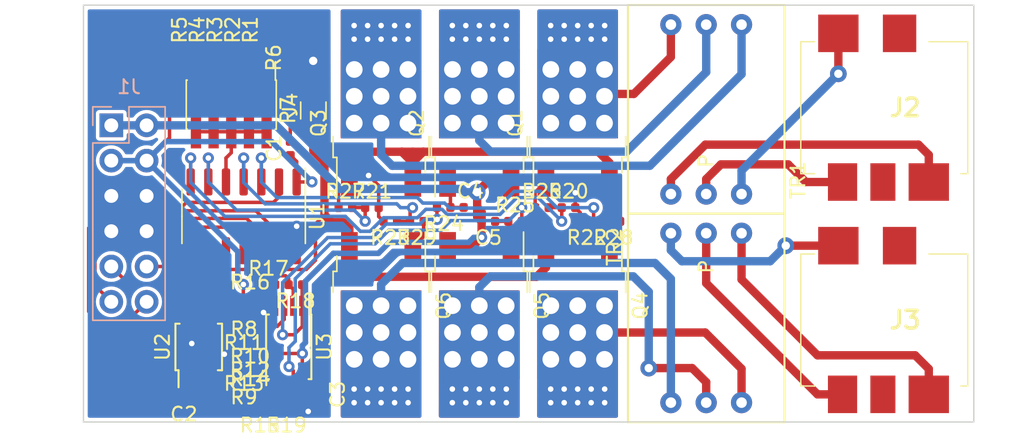
<source format=kicad_pcb>
(kicad_pcb (version 20171130) (host pcbnew "(5.1.2)-1")

  (general
    (thickness 1.6)
    (drawings 10)
    (tracks 555)
    (zones 0)
    (modules 49)
    (nets 47)
  )

  (page A4)
  (layers
    (0 F.Cu signal)
    (31 B.Cu signal)
    (32 B.Adhes user)
    (33 F.Adhes user)
    (34 B.Paste user)
    (35 F.Paste user)
    (36 B.SilkS user)
    (37 F.SilkS user)
    (38 B.Mask user)
    (39 F.Mask user)
    (40 Dwgs.User user)
    (41 Cmts.User user)
    (42 Eco1.User user)
    (43 Eco2.User user)
    (44 Edge.Cuts user)
    (45 Margin user)
    (46 B.CrtYd user)
    (47 F.CrtYd user)
    (48 B.Fab user)
    (49 F.Fab user hide)
  )

  (setup
    (last_trace_width 0.25)
    (user_trace_width 0.4)
    (user_trace_width 0.6)
    (trace_clearance 0.2)
    (zone_clearance 0.254)
    (zone_45_only no)
    (trace_min 0.2)
    (via_size 0.8)
    (via_drill 0.4)
    (via_min_size 0.4)
    (via_min_drill 0.3)
    (uvia_size 0.3)
    (uvia_drill 0.1)
    (uvias_allowed no)
    (uvia_min_size 0.2)
    (uvia_min_drill 0.1)
    (edge_width 0.1)
    (segment_width 0.2)
    (pcb_text_width 0.3)
    (pcb_text_size 1.5 1.5)
    (mod_edge_width 0.15)
    (mod_text_size 1 1)
    (mod_text_width 0.15)
    (pad_size 1.95 0.6)
    (pad_drill 0)
    (pad_to_mask_clearance 0)
    (aux_axis_origin 0 0)
    (grid_origin 167.48 72.81)
    (visible_elements 7FFFFFFF)
    (pcbplotparams
      (layerselection 0x010fc_ffffffff)
      (usegerberextensions false)
      (usegerberattributes false)
      (usegerberadvancedattributes false)
      (creategerberjobfile false)
      (excludeedgelayer true)
      (linewidth 0.100000)
      (plotframeref false)
      (viasonmask false)
      (mode 1)
      (useauxorigin false)
      (hpglpennumber 1)
      (hpglpenspeed 20)
      (hpglpendiameter 15.000000)
      (psnegative false)
      (psa4output false)
      (plotreference true)
      (plotvalue true)
      (plotinvisibletext false)
      (padsonsilk false)
      (subtractmaskfromsilk false)
      (outputformat 1)
      (mirror false)
      (drillshape 1)
      (scaleselection 1)
      (outputdirectory ""))
  )

  (net 0 "")
  (net 1 GNDA)
  (net 2 +5VD)
  (net 3 +9V1)
  (net 4 "Net-(C4-Pad1)")
  (net 5 "Net-(C5-Pad1)")
  (net 6 AT-~SS)
  (net 7 AT-SCK)
  (net 8 AT-MISO)
  (net 9 AT-MOSI)
  (net 10 "Net-(J2-PadR)")
  (net 11 "Net-(J2-PadT)")
  (net 12 "Net-(J2-PadS)")
  (net 13 "Net-(J3-PadR)")
  (net 14 "Net-(J3-PadT)")
  (net 15 "Net-(J3-PadS)")
  (net 16 "Net-(Q1-Pad2)")
  (net 17 AT-PA7)
  (net 18 "Net-(Q1-Pad1)")
  (net 19 "Net-(Q2-Pad2)")
  (net 20 "Net-(Q3-Pad2)")
  (net 21 "Net-(Q3-Pad1)")
  (net 22 "Net-(Q4-Pad2)")
  (net 23 "Net-(Q4-Pad1)")
  (net 24 "Net-(Q5-Pad2)")
  (net 25 "Net-(Q6-Pad2)")
  (net 26 "Net-(Q6-Pad1)")
  (net 27 AT-PA0)
  (net 28 "Net-(R8-Pad2)")
  (net 29 "Net-(R10-Pad2)")
  (net 30 "Net-(R9-Pad2)")
  (net 31 "Net-(R12-Pad2)")
  (net 32 "Net-(R14-Pad2)")
  (net 33 "Net-(R16-Pad2)")
  (net 34 "Net-(R18-Pad1)")
  (net 35 "Net-(R19-Pad1)")
  (net 36 AT-PA5)
  (net 37 AT-PA6)
  (net 38 AT-PB2)
  (net 39 AT-PB3)
  (net 40 AT-SCL)
  (net 41 AT-SDA)
  (net 42 "Net-(J4-Pad9)")
  (net 43 "Net-(J4-Pad7)")
  (net 44 "Net-(J4-Pad5)")
  (net 45 "Net-(J4-Pad3)")
  (net 46 "Net-(J4-Pad1)")

  (net_class Default "This is the default net class."
    (clearance 0.2)
    (trace_width 0.25)
    (via_dia 0.8)
    (via_drill 0.4)
    (uvia_dia 0.3)
    (uvia_drill 0.1)
    (add_net +5VD)
    (add_net +9V1)
    (add_net AT-MISO)
    (add_net AT-MOSI)
    (add_net AT-PA0)
    (add_net AT-PA5)
    (add_net AT-PA6)
    (add_net AT-PA7)
    (add_net AT-PB2)
    (add_net AT-PB3)
    (add_net AT-SCK)
    (add_net AT-SCL)
    (add_net AT-SDA)
    (add_net AT-~SS)
    (add_net GNDA)
    (add_net "Net-(C4-Pad1)")
    (add_net "Net-(C5-Pad1)")
    (add_net "Net-(J2-PadR)")
    (add_net "Net-(J2-PadRN)")
    (add_net "Net-(J2-PadS)")
    (add_net "Net-(J2-PadT)")
    (add_net "Net-(J2-PadTN)")
    (add_net "Net-(J3-PadR)")
    (add_net "Net-(J3-PadRN)")
    (add_net "Net-(J3-PadS)")
    (add_net "Net-(J3-PadT)")
    (add_net "Net-(J3-PadTN)")
    (add_net "Net-(J4-Pad1)")
    (add_net "Net-(J4-Pad3)")
    (add_net "Net-(J4-Pad5)")
    (add_net "Net-(J4-Pad7)")
    (add_net "Net-(J4-Pad9)")
    (add_net "Net-(Q1-Pad1)")
    (add_net "Net-(Q1-Pad2)")
    (add_net "Net-(Q2-Pad2)")
    (add_net "Net-(Q3-Pad1)")
    (add_net "Net-(Q3-Pad2)")
    (add_net "Net-(Q4-Pad1)")
    (add_net "Net-(Q4-Pad2)")
    (add_net "Net-(Q5-Pad2)")
    (add_net "Net-(Q6-Pad1)")
    (add_net "Net-(Q6-Pad2)")
    (add_net "Net-(R10-Pad2)")
    (add_net "Net-(R12-Pad2)")
    (add_net "Net-(R14-Pad2)")
    (add_net "Net-(R16-Pad2)")
    (add_net "Net-(R18-Pad1)")
    (add_net "Net-(R19-Pad1)")
    (add_net "Net-(R8-Pad2)")
    (add_net "Net-(R9-Pad2)")
  )

  (module Package_SO:TSSOP-8_4.4x3mm_P0.65mm (layer F.Cu) (tedit 5A02F25C) (tstamp 5CF6E104)
    (at 188.23 98.44 270)
    (descr "8-Lead Plastic Thin Shrink Small Outline (ST)-4.4 mm Body [TSSOP] (see Microchip Packaging Specification 00000049BS.pdf)")
    (tags "SSOP 0.65")
    (path /5D00107C)
    (attr smd)
    (fp_text reference U3 (at 0 -2.55 90) (layer F.SilkS)
      (effects (font (size 1 1) (thickness 0.15)))
    )
    (fp_text value LM358 (at 0 2.55 90) (layer F.Fab)
      (effects (font (size 1 1) (thickness 0.15)))
    )
    (fp_text user %R (at 0 0 90) (layer F.Fab)
      (effects (font (size 0.7 0.7) (thickness 0.15)))
    )
    (fp_line (start -2.325 -1.525) (end -3.675 -1.525) (layer F.SilkS) (width 0.15))
    (fp_line (start -2.325 1.625) (end 2.325 1.625) (layer F.SilkS) (width 0.15))
    (fp_line (start -2.325 -1.625) (end 2.325 -1.625) (layer F.SilkS) (width 0.15))
    (fp_line (start -2.325 1.625) (end -2.325 1.425) (layer F.SilkS) (width 0.15))
    (fp_line (start 2.325 1.625) (end 2.325 1.425) (layer F.SilkS) (width 0.15))
    (fp_line (start 2.325 -1.625) (end 2.325 -1.425) (layer F.SilkS) (width 0.15))
    (fp_line (start -2.325 -1.625) (end -2.325 -1.525) (layer F.SilkS) (width 0.15))
    (fp_line (start -3.95 1.8) (end 3.95 1.8) (layer F.CrtYd) (width 0.05))
    (fp_line (start -3.95 -1.8) (end 3.95 -1.8) (layer F.CrtYd) (width 0.05))
    (fp_line (start 3.95 -1.8) (end 3.95 1.8) (layer F.CrtYd) (width 0.05))
    (fp_line (start -3.95 -1.8) (end -3.95 1.8) (layer F.CrtYd) (width 0.05))
    (fp_line (start -2.2 -0.5) (end -1.2 -1.5) (layer F.Fab) (width 0.15))
    (fp_line (start -2.2 1.5) (end -2.2 -0.5) (layer F.Fab) (width 0.15))
    (fp_line (start 2.2 1.5) (end -2.2 1.5) (layer F.Fab) (width 0.15))
    (fp_line (start 2.2 -1.5) (end 2.2 1.5) (layer F.Fab) (width 0.15))
    (fp_line (start -1.2 -1.5) (end 2.2 -1.5) (layer F.Fab) (width 0.15))
    (pad 8 smd rect (at 2.95 -0.975 270) (size 1.45 0.45) (layers F.Cu F.Paste F.Mask)
      (net 3 +9V1))
    (pad 7 smd rect (at 2.95 -0.325 270) (size 1.45 0.45) (layers F.Cu F.Paste F.Mask)
      (net 35 "Net-(R19-Pad1)"))
    (pad 6 smd rect (at 2.95 0.325 270) (size 1.45 0.45) (layers F.Cu F.Paste F.Mask)
      (net 32 "Net-(R14-Pad2)"))
    (pad 5 smd rect (at 2.95 0.975 270) (size 1.45 0.45) (layers F.Cu F.Paste F.Mask)
      (net 31 "Net-(R12-Pad2)"))
    (pad 4 smd rect (at -2.95 0.975 270) (size 1.45 0.45) (layers F.Cu F.Paste F.Mask)
      (net 1 GNDA))
    (pad 3 smd rect (at -2.95 0.325 270) (size 1.45 0.45) (layers F.Cu F.Paste F.Mask)
      (net 29 "Net-(R10-Pad2)"))
    (pad 2 smd rect (at -2.95 -0.325 270) (size 1.45 0.45) (layers F.Cu F.Paste F.Mask)
      (net 33 "Net-(R16-Pad2)"))
    (pad 1 smd rect (at -2.95 -0.975 270) (size 1.45 0.45) (layers F.Cu F.Paste F.Mask)
      (net 34 "Net-(R18-Pad1)"))
    (model ${KISYS3DMOD}/Package_SO.3dshapes/TSSOP-8_4.4x3mm_P0.65mm.wrl
      (at (xyz 0 0 0))
      (scale (xyz 1 1 1))
      (rotate (xyz 0 0 0))
    )
  )

  (module Connector_PinHeader_1.27mm:PinHeader_2x05_P1.27mm_Vertical_SMD (layer F.Cu) (tedit 59FED6E3) (tstamp 5D3EB5FE)
    (at 184.1 81.01 270)
    (descr "surface-mounted straight pin header, 2x05, 1.27mm pitch, double rows")
    (tags "Surface mounted pin header SMD 2x05 1.27mm double row")
    (path /5D5659DF)
    (attr smd)
    (fp_text reference J4 (at 0 -4.235 90) (layer F.SilkS)
      (effects (font (size 1 1) (thickness 0.15)))
    )
    (fp_text value Conn_02x05_Odd_Even (at 0 4.235 90) (layer F.Fab)
      (effects (font (size 1 1) (thickness 0.15)))
    )
    (fp_text user %R (at 0 0) (layer F.Fab)
      (effects (font (size 1 1) (thickness 0.15)))
    )
    (fp_line (start 4.3 -3.7) (end -4.3 -3.7) (layer F.CrtYd) (width 0.05))
    (fp_line (start 4.3 3.7) (end 4.3 -3.7) (layer F.CrtYd) (width 0.05))
    (fp_line (start -4.3 3.7) (end 4.3 3.7) (layer F.CrtYd) (width 0.05))
    (fp_line (start -4.3 -3.7) (end -4.3 3.7) (layer F.CrtYd) (width 0.05))
    (fp_line (start 1.765 3.17) (end 1.765 3.235) (layer F.SilkS) (width 0.12))
    (fp_line (start -1.765 3.17) (end -1.765 3.235) (layer F.SilkS) (width 0.12))
    (fp_line (start 1.765 -3.235) (end 1.765 -3.17) (layer F.SilkS) (width 0.12))
    (fp_line (start -1.765 -3.235) (end -1.765 -3.17) (layer F.SilkS) (width 0.12))
    (fp_line (start -3.09 -3.17) (end -1.765 -3.17) (layer F.SilkS) (width 0.12))
    (fp_line (start -1.765 3.235) (end 1.765 3.235) (layer F.SilkS) (width 0.12))
    (fp_line (start -1.765 -3.235) (end 1.765 -3.235) (layer F.SilkS) (width 0.12))
    (fp_line (start 2.75 2.74) (end 1.705 2.74) (layer F.Fab) (width 0.1))
    (fp_line (start 2.75 2.34) (end 2.75 2.74) (layer F.Fab) (width 0.1))
    (fp_line (start 1.705 2.34) (end 2.75 2.34) (layer F.Fab) (width 0.1))
    (fp_line (start -2.75 2.74) (end -1.705 2.74) (layer F.Fab) (width 0.1))
    (fp_line (start -2.75 2.34) (end -2.75 2.74) (layer F.Fab) (width 0.1))
    (fp_line (start -1.705 2.34) (end -2.75 2.34) (layer F.Fab) (width 0.1))
    (fp_line (start 2.75 1.47) (end 1.705 1.47) (layer F.Fab) (width 0.1))
    (fp_line (start 2.75 1.07) (end 2.75 1.47) (layer F.Fab) (width 0.1))
    (fp_line (start 1.705 1.07) (end 2.75 1.07) (layer F.Fab) (width 0.1))
    (fp_line (start -2.75 1.47) (end -1.705 1.47) (layer F.Fab) (width 0.1))
    (fp_line (start -2.75 1.07) (end -2.75 1.47) (layer F.Fab) (width 0.1))
    (fp_line (start -1.705 1.07) (end -2.75 1.07) (layer F.Fab) (width 0.1))
    (fp_line (start 2.75 0.2) (end 1.705 0.2) (layer F.Fab) (width 0.1))
    (fp_line (start 2.75 -0.2) (end 2.75 0.2) (layer F.Fab) (width 0.1))
    (fp_line (start 1.705 -0.2) (end 2.75 -0.2) (layer F.Fab) (width 0.1))
    (fp_line (start -2.75 0.2) (end -1.705 0.2) (layer F.Fab) (width 0.1))
    (fp_line (start -2.75 -0.2) (end -2.75 0.2) (layer F.Fab) (width 0.1))
    (fp_line (start -1.705 -0.2) (end -2.75 -0.2) (layer F.Fab) (width 0.1))
    (fp_line (start 2.75 -1.07) (end 1.705 -1.07) (layer F.Fab) (width 0.1))
    (fp_line (start 2.75 -1.47) (end 2.75 -1.07) (layer F.Fab) (width 0.1))
    (fp_line (start 1.705 -1.47) (end 2.75 -1.47) (layer F.Fab) (width 0.1))
    (fp_line (start -2.75 -1.07) (end -1.705 -1.07) (layer F.Fab) (width 0.1))
    (fp_line (start -2.75 -1.47) (end -2.75 -1.07) (layer F.Fab) (width 0.1))
    (fp_line (start -1.705 -1.47) (end -2.75 -1.47) (layer F.Fab) (width 0.1))
    (fp_line (start 2.75 -2.34) (end 1.705 -2.34) (layer F.Fab) (width 0.1))
    (fp_line (start 2.75 -2.74) (end 2.75 -2.34) (layer F.Fab) (width 0.1))
    (fp_line (start 1.705 -2.74) (end 2.75 -2.74) (layer F.Fab) (width 0.1))
    (fp_line (start -2.75 -2.34) (end -1.705 -2.34) (layer F.Fab) (width 0.1))
    (fp_line (start -2.75 -2.74) (end -2.75 -2.34) (layer F.Fab) (width 0.1))
    (fp_line (start -1.705 -2.74) (end -2.75 -2.74) (layer F.Fab) (width 0.1))
    (fp_line (start 1.705 -3.175) (end 1.705 3.175) (layer F.Fab) (width 0.1))
    (fp_line (start -1.705 -2.74) (end -1.27 -3.175) (layer F.Fab) (width 0.1))
    (fp_line (start -1.705 3.175) (end -1.705 -2.74) (layer F.Fab) (width 0.1))
    (fp_line (start -1.27 -3.175) (end 1.705 -3.175) (layer F.Fab) (width 0.1))
    (fp_line (start 1.705 3.175) (end -1.705 3.175) (layer F.Fab) (width 0.1))
    (pad 10 smd rect (at 1.95 2.54 270) (size 2.4 0.74) (layers F.Cu F.Paste F.Mask)
      (net 17 AT-PA7))
    (pad 9 smd rect (at -1.95 2.54 270) (size 2.4 0.74) (layers F.Cu F.Paste F.Mask)
      (net 42 "Net-(J4-Pad9)"))
    (pad 8 smd rect (at 1.95 1.27 270) (size 2.4 0.74) (layers F.Cu F.Paste F.Mask)
      (net 17 AT-PA7))
    (pad 7 smd rect (at -1.95 1.27 270) (size 2.4 0.74) (layers F.Cu F.Paste F.Mask)
      (net 43 "Net-(J4-Pad7)"))
    (pad 6 smd rect (at 1.95 0 270) (size 2.4 0.74) (layers F.Cu F.Paste F.Mask)
      (net 17 AT-PA7))
    (pad 5 smd rect (at -1.95 0 270) (size 2.4 0.74) (layers F.Cu F.Paste F.Mask)
      (net 44 "Net-(J4-Pad5)"))
    (pad 4 smd rect (at 1.95 -1.27 270) (size 2.4 0.74) (layers F.Cu F.Paste F.Mask)
      (net 17 AT-PA7))
    (pad 3 smd rect (at -1.95 -1.27 270) (size 2.4 0.74) (layers F.Cu F.Paste F.Mask)
      (net 45 "Net-(J4-Pad3)"))
    (pad 2 smd rect (at 1.95 -2.54 270) (size 2.4 0.74) (layers F.Cu F.Paste F.Mask)
      (net 17 AT-PA7))
    (pad 1 smd rect (at -1.95 -2.54 270) (size 2.4 0.74) (layers F.Cu F.Paste F.Mask)
      (net 46 "Net-(J4-Pad1)"))
    (model ${KISYS3DMOD}/Connector_PinHeader_1.27mm.3dshapes/PinHeader_2x05_P1.27mm_Vertical_SMD.wrl
      (at (xyz 0 0 0))
      (scale (xyz 1 1 1))
      (rotate (xyz 0 0 0))
    )
  )

  (module Package_SO:MSOP-10_3x3mm_P0.5mm (layer F.Cu) (tedit 5A02F25C) (tstamp 5D3EAA10)
    (at 181.76 98.45 90)
    (descr "10-Lead Plastic Micro Small Outline Package (MS) [MSOP] (see Microchip Packaging Specification 00000049BS.pdf)")
    (tags "SSOP 0.5")
    (path /5D000F97)
    (attr smd)
    (fp_text reference U2 (at 0 -2.6 90) (layer F.SilkS)
      (effects (font (size 1 1) (thickness 0.15)))
    )
    (fp_text value MCP47CMB12-E_UN (at 0 2.6 90) (layer F.Fab)
      (effects (font (size 1 1) (thickness 0.15)))
    )
    (fp_text user %R (at 0 0 90) (layer F.Fab)
      (effects (font (size 0.6 0.6) (thickness 0.15)))
    )
    (fp_line (start -1.675 -1.45) (end -2.9 -1.45) (layer F.SilkS) (width 0.15))
    (fp_line (start -1.675 1.675) (end 1.675 1.675) (layer F.SilkS) (width 0.15))
    (fp_line (start -1.675 -1.675) (end 1.675 -1.675) (layer F.SilkS) (width 0.15))
    (fp_line (start -1.675 1.675) (end -1.675 1.375) (layer F.SilkS) (width 0.15))
    (fp_line (start 1.675 1.675) (end 1.675 1.375) (layer F.SilkS) (width 0.15))
    (fp_line (start 1.675 -1.675) (end 1.675 -1.375) (layer F.SilkS) (width 0.15))
    (fp_line (start -1.675 -1.675) (end -1.675 -1.45) (layer F.SilkS) (width 0.15))
    (fp_line (start -3.15 1.85) (end 3.15 1.85) (layer F.CrtYd) (width 0.05))
    (fp_line (start -3.15 -1.85) (end 3.15 -1.85) (layer F.CrtYd) (width 0.05))
    (fp_line (start 3.15 -1.85) (end 3.15 1.85) (layer F.CrtYd) (width 0.05))
    (fp_line (start -3.15 -1.85) (end -3.15 1.85) (layer F.CrtYd) (width 0.05))
    (fp_line (start -1.5 -0.5) (end -0.5 -1.5) (layer F.Fab) (width 0.15))
    (fp_line (start -1.5 1.5) (end -1.5 -0.5) (layer F.Fab) (width 0.15))
    (fp_line (start 1.5 1.5) (end -1.5 1.5) (layer F.Fab) (width 0.15))
    (fp_line (start 1.5 -1.5) (end 1.5 1.5) (layer F.Fab) (width 0.15))
    (fp_line (start -0.5 -1.5) (end 1.5 -1.5) (layer F.Fab) (width 0.15))
    (pad 10 smd rect (at 2.2 -1 90) (size 1.4 0.3) (layers F.Cu F.Paste F.Mask)
      (net 41 AT-SDA))
    (pad 9 smd rect (at 2.2 -0.5 90) (size 1.4 0.3) (layers F.Cu F.Paste F.Mask)
      (net 40 AT-SCL))
    (pad 8 smd rect (at 2.2 0 90) (size 1.4 0.3) (layers F.Cu F.Paste F.Mask)
      (net 1 GNDA))
    (pad 7 smd rect (at 2.2 0.5 90) (size 1.4 0.3) (layers F.Cu F.Paste F.Mask)
      (net 1 GNDA))
    (pad 6 smd rect (at 2.2 1 90) (size 1.4 0.3) (layers F.Cu F.Paste F.Mask)
      (net 1 GNDA))
    (pad 5 smd rect (at -2.2 1 90) (size 1.4 0.3) (layers F.Cu F.Paste F.Mask)
      (net 30 "Net-(R9-Pad2)"))
    (pad 4 smd rect (at -2.2 0.5 90) (size 1.4 0.3) (layers F.Cu F.Paste F.Mask)
      (net 28 "Net-(R8-Pad2)"))
    (pad 3 smd rect (at -2.2 0 90) (size 1.4 0.3) (layers F.Cu F.Paste F.Mask)
      (net 2 +5VD))
    (pad 2 smd rect (at -2.2 -0.5 90) (size 1.4 0.3) (layers F.Cu F.Paste F.Mask)
      (net 1 GNDA))
    (pad 1 smd rect (at -2.2 -1 90) (size 1.4 0.3) (layers F.Cu F.Paste F.Mask)
      (net 2 +5VD))
    (model ${KISYS3DMOD}/Package_SO.3dshapes/MSOP-10_3x3mm_P0.5mm.wrl
      (at (xyz 0 0 0))
      (scale (xyz 1 1 1))
      (rotate (xyz 0 0 0))
    )
  )

  (module Package_SO:SOIC-14_3.9x8.7mm_P1.27mm (layer F.Cu) (tedit 5D3E21E6) (tstamp 5D3EB695)
    (at 184.99 89.05 270)
    (descr "SOIC, 14 Pin (JEDEC MS-012AB, https://www.analog.com/media/en/package-pcb-resources/package/pkg_pdf/soic_narrow-r/r_14.pdf), generated with kicad-footprint-generator ipc_gullwing_generator.py")
    (tags "SOIC SO")
    (path /5D000FBE)
    (attr smd)
    (fp_text reference U1 (at 0 -5.28 90) (layer F.SilkS)
      (effects (font (size 1 1) (thickness 0.15)))
    )
    (fp_text value ATtiny204-SS (at 0 5.28 90) (layer F.Fab)
      (effects (font (size 1 1) (thickness 0.15)))
    )
    (fp_text user %R (at 0 0 90) (layer F.Fab)
      (effects (font (size 0.98 0.98) (thickness 0.15)))
    )
    (fp_line (start 3.7 -4.58) (end -3.7 -4.58) (layer F.CrtYd) (width 0.05))
    (fp_line (start 3.7 4.58) (end 3.7 -4.58) (layer F.CrtYd) (width 0.05))
    (fp_line (start -3.7 4.58) (end 3.7 4.58) (layer F.CrtYd) (width 0.05))
    (fp_line (start -3.7 -4.58) (end -3.7 4.58) (layer F.CrtYd) (width 0.05))
    (fp_line (start -1.95 -3.35) (end -0.975 -4.325) (layer F.Fab) (width 0.1))
    (fp_line (start -1.95 4.325) (end -1.95 -3.35) (layer F.Fab) (width 0.1))
    (fp_line (start 1.95 4.325) (end -1.95 4.325) (layer F.Fab) (width 0.1))
    (fp_line (start 1.95 -4.325) (end 1.95 4.325) (layer F.Fab) (width 0.1))
    (fp_line (start -0.975 -4.325) (end 1.95 -4.325) (layer F.Fab) (width 0.1))
    (fp_line (start 0 -4.435) (end -3.45 -4.435) (layer F.SilkS) (width 0.12))
    (fp_line (start 0 -4.435) (end 1.95 -4.435) (layer F.SilkS) (width 0.12))
    (fp_line (start 0 4.435) (end -1.95 4.435) (layer F.SilkS) (width 0.12))
    (fp_line (start 0 4.435) (end 1.95 4.435) (layer F.SilkS) (width 0.12))
    (pad 14 smd roundrect (at 2.475 -3.81 270) (size 1.95 0.6) (layers F.Cu F.Paste F.Mask) (roundrect_rratio 0.25)
      (net 1 GNDA))
    (pad 13 smd roundrect (at 2.475 -2.54 270) (size 1.95 0.6) (layers F.Cu F.Paste F.Mask) (roundrect_rratio 0.25)
      (net 7 AT-SCK))
    (pad 12 smd roundrect (at 2.475 -1.27 270) (size 1.95 0.6) (layers F.Cu F.Paste F.Mask) (roundrect_rratio 0.25)
      (net 8 AT-MISO))
    (pad 11 smd roundrect (at 2.475 0 270) (size 1.95 0.6) (layers F.Cu F.Paste F.Mask) (roundrect_rratio 0.25)
      (net 9 AT-MOSI))
    (pad 10 smd roundrect (at 2.475 1.27 270) (size 1.95 0.6) (layers F.Cu F.Paste F.Mask) (roundrect_rratio 0.25)
      (net 27 AT-PA0))
    (pad 9 smd roundrect (at 2.475 2.54 270) (size 1.95 0.6) (layers F.Cu F.Paste F.Mask) (roundrect_rratio 0.25)
      (net 40 AT-SCL))
    (pad 8 smd roundrect (at 2.475 3.81 270) (size 1.95 0.6) (layers F.Cu F.Paste F.Mask) (roundrect_rratio 0.25)
      (net 41 AT-SDA))
    (pad 7 smd roundrect (at -2.475 3.81 270) (size 1.95 0.6) (layers F.Cu F.Paste F.Mask) (roundrect_rratio 0.25)
      (net 38 AT-PB2))
    (pad 6 smd roundrect (at -2.475 2.54 270) (size 1.95 0.6) (layers F.Cu F.Paste F.Mask) (roundrect_rratio 0.25)
      (net 39 AT-PB3))
    (pad 5 smd roundrect (at -2.475 1.27 270) (size 1.95 0.6) (layers F.Cu F.Paste F.Mask) (roundrect_rratio 0.25)
      (net 17 AT-PA7))
    (pad 4 smd roundrect (at -2.475 0 270) (size 1.95 0.6) (layers F.Cu F.Paste F.Mask) (roundrect_rratio 0.25)
      (net 37 AT-PA6))
    (pad 3 smd roundrect (at -2.475 -1.27 270) (size 1.95 0.6) (layers F.Cu F.Paste F.Mask) (roundrect_rratio 0.25)
      (net 36 AT-PA5))
    (pad 2 smd roundrect (at -2.475 -2.54 270) (size 1.95 0.6) (layers F.Cu F.Paste F.Mask) (roundrect_rratio 0.25)
      (net 6 AT-~SS))
    (pad 1 smd roundrect (at -2.475 -3.81 270) (size 1.95 0.6) (layers F.Cu F.Paste F.Mask) (roundrect_rratio 0.25)
      (net 2 +5VD))
    (model ${KISYS3DMOD}/Package_SO.3dshapes/SOIC-14_3.9x8.7mm_P1.27mm.wrl
      (at (xyz 0 0 0))
      (scale (xyz 1 1 1))
      (rotate (xyz 0 0 0))
    )
  )

  (module mk312-smd-footprints:42TL (layer F.Cu) (tedit 5CDA0ED5) (tstamp 5CF6E0A8)
    (at 218.24 96.36 270)
    (path /5D000EFD)
    (fp_text reference TR2 (at -5.1 6.6 90) (layer F.SilkS)
      (effects (font (size 1 1) (thickness 0.15)))
    )
    (fp_text value 42TL004 (at 5.3 6.6 90) (layer F.Fab)
      (effects (font (size 1 1) (thickness 0.15)))
    )
    (fp_text user P (at -3.7 0 90) (layer F.SilkS)
      (effects (font (size 1 1) (thickness 0.15)))
    )
    (fp_text user P (at -3.7 0 90) (layer F.Fab)
      (effects (font (size 1 1) (thickness 0.15)))
    )
    (fp_line (start 5 5) (end 2 5) (layer F.Fab) (width 0.15))
    (fp_line (start -5 5) (end -2 5) (layer F.Fab) (width 0.15))
    (fp_line (start -5 -5) (end -2 -5) (layer F.Fab) (width 0.15))
    (fp_line (start 5 -5) (end 2 -5) (layer F.Fab) (width 0.15))
    (fp_line (start 2 -5.5) (end 1.6 -5.5) (layer F.Fab) (width 0.15))
    (fp_line (start 2 5.5) (end 2 -5.5) (layer F.Fab) (width 0.15))
    (fp_line (start 1.6 5.5) (end 2 5.5) (layer F.Fab) (width 0.15))
    (fp_line (start -2 5.5) (end -1.4 5.5) (layer F.Fab) (width 0.15))
    (fp_line (start -2 -5.5) (end -2 5.5) (layer F.Fab) (width 0.15))
    (fp_line (start -1.4 -5.5) (end -2 -5.5) (layer F.Fab) (width 0.15))
    (fp_line (start 7 -3) (end 7 3) (layer F.Fab) (width 0.15))
    (fp_line (start -7 -3) (end -7 3) (layer F.Fab) (width 0.15))
    (fp_arc (start -5 3) (end -7 3) (angle -90) (layer F.Fab) (width 0.15))
    (fp_arc (start -5 -3) (end -5 -5) (angle -90) (layer F.Fab) (width 0.15))
    (fp_arc (start 5 3) (end 5 5) (angle -90) (layer F.Fab) (width 0.15))
    (fp_arc (start 5 -3) (end 7 -3) (angle -90) (layer F.Fab) (width 0.15))
    (fp_line (start 1.6 5.5) (end -1.4 5.5) (layer F.Fab) (width 0.15))
    (fp_line (start -1.4 -5.5) (end 1.6 -5.5) (layer F.Fab) (width 0.15))
    (fp_line (start -7.5057 5.6261) (end -7.5057 -5.6261) (layer F.SilkS) (width 0.15))
    (fp_line (start -7.5057 5.6261) (end 7.5057 5.6261) (layer F.SilkS) (width 0.15))
    (fp_line (start 7.5057 5.6261) (end 7.5057 -5.6261) (layer F.SilkS) (width 0.15))
    (fp_line (start -7.5057 -5.6261) (end 7.5057 -5.6261) (layer F.SilkS) (width 0.15))
    (pad 6 thru_hole circle (at 6.096 -2.54 270) (size 1.524 1.524) (drill 0.762) (layers *.Cu *.Mask)
      (net 22 "Net-(Q4-Pad2)"))
    (pad 5 thru_hole circle (at 6.096 0 270) (size 1.524 1.524) (drill 0.762) (layers *.Cu *.Mask)
      (net 24 "Net-(Q5-Pad2)"))
    (pad 4 thru_hole circle (at 6.096 2.54 270) (size 1.524 1.524) (drill 0.762) (layers *.Cu *.Mask)
      (net 25 "Net-(Q6-Pad2)"))
    (pad 3 thru_hole circle (at -6.096 2.54 270) (size 1.524 1.524) (drill 0.762) (layers *.Cu *.Mask)
      (net 14 "Net-(J3-PadT)"))
    (pad 2 thru_hole circle (at -6.096 0 270) (size 1.524 1.524) (drill 0.762) (layers *.Cu *.Mask)
      (net 13 "Net-(J3-PadR)"))
    (pad 1 thru_hole circle (at -6.096 -2.54 270) (size 1.524 1.524) (drill 0.762) (layers *.Cu *.Mask)
      (net 15 "Net-(J3-PadS)"))
  )

  (module mk312-smd-footprints:42TL (layer F.Cu) (tedit 5CDA0ED5) (tstamp 5CF6E086)
    (at 218.24 81.35 90)
    (path /5D000EF4)
    (fp_text reference TR1 (at -5.1 6.6 90) (layer F.SilkS)
      (effects (font (size 1 1) (thickness 0.15)))
    )
    (fp_text value 42TL004 (at 5.3 6.6 90) (layer F.Fab)
      (effects (font (size 1 1) (thickness 0.15)))
    )
    (fp_text user P (at -3.7 0 90) (layer F.SilkS)
      (effects (font (size 1 1) (thickness 0.15)))
    )
    (fp_text user P (at -3.7 0 90) (layer F.Fab)
      (effects (font (size 1 1) (thickness 0.15)))
    )
    (fp_line (start 5 5) (end 2 5) (layer F.Fab) (width 0.15))
    (fp_line (start -5 5) (end -2 5) (layer F.Fab) (width 0.15))
    (fp_line (start -5 -5) (end -2 -5) (layer F.Fab) (width 0.15))
    (fp_line (start 5 -5) (end 2 -5) (layer F.Fab) (width 0.15))
    (fp_line (start 2 -5.5) (end 1.6 -5.5) (layer F.Fab) (width 0.15))
    (fp_line (start 2 5.5) (end 2 -5.5) (layer F.Fab) (width 0.15))
    (fp_line (start 1.6 5.5) (end 2 5.5) (layer F.Fab) (width 0.15))
    (fp_line (start -2 5.5) (end -1.4 5.5) (layer F.Fab) (width 0.15))
    (fp_line (start -2 -5.5) (end -2 5.5) (layer F.Fab) (width 0.15))
    (fp_line (start -1.4 -5.5) (end -2 -5.5) (layer F.Fab) (width 0.15))
    (fp_line (start 7 -3) (end 7 3) (layer F.Fab) (width 0.15))
    (fp_line (start -7 -3) (end -7 3) (layer F.Fab) (width 0.15))
    (fp_arc (start -5 3) (end -7 3) (angle -90) (layer F.Fab) (width 0.15))
    (fp_arc (start -5 -3) (end -5 -5) (angle -90) (layer F.Fab) (width 0.15))
    (fp_arc (start 5 3) (end 5 5) (angle -90) (layer F.Fab) (width 0.15))
    (fp_arc (start 5 -3) (end 7 -3) (angle -90) (layer F.Fab) (width 0.15))
    (fp_line (start 1.6 5.5) (end -1.4 5.5) (layer F.Fab) (width 0.15))
    (fp_line (start -1.4 -5.5) (end 1.6 -5.5) (layer F.Fab) (width 0.15))
    (fp_line (start -7.5057 5.6261) (end -7.5057 -5.6261) (layer F.SilkS) (width 0.15))
    (fp_line (start -7.5057 5.6261) (end 7.5057 5.6261) (layer F.SilkS) (width 0.15))
    (fp_line (start 7.5057 5.6261) (end 7.5057 -5.6261) (layer F.SilkS) (width 0.15))
    (fp_line (start -7.5057 -5.6261) (end 7.5057 -5.6261) (layer F.SilkS) (width 0.15))
    (pad 6 thru_hole circle (at 6.096 -2.54 90) (size 1.524 1.524) (drill 0.762) (layers *.Cu *.Mask)
      (net 16 "Net-(Q1-Pad2)"))
    (pad 5 thru_hole circle (at 6.096 0 90) (size 1.524 1.524) (drill 0.762) (layers *.Cu *.Mask)
      (net 19 "Net-(Q2-Pad2)"))
    (pad 4 thru_hole circle (at 6.096 2.54 90) (size 1.524 1.524) (drill 0.762) (layers *.Cu *.Mask)
      (net 20 "Net-(Q3-Pad2)"))
    (pad 3 thru_hole circle (at -6.096 2.54 90) (size 1.524 1.524) (drill 0.762) (layers *.Cu *.Mask)
      (net 11 "Net-(J2-PadT)"))
    (pad 2 thru_hole circle (at -6.096 0 90) (size 1.524 1.524) (drill 0.762) (layers *.Cu *.Mask)
      (net 10 "Net-(J2-PadR)"))
    (pad 1 thru_hole circle (at -6.096 -2.54 90) (size 1.524 1.524) (drill 0.762) (layers *.Cu *.Mask)
      (net 12 "Net-(J2-PadS)"))
  )

  (module Resistor_SMD:R_0402_1005Metric (layer F.Cu) (tedit 5B301BBD) (tstamp 5CF6E007)
    (at 197.44 89.41 180)
    (descr "Resistor SMD 0402 (1005 Metric), square (rectangular) end terminal, IPC_7351 nominal, (Body size source: http://www.tortai-tech.com/upload/download/2011102023233369053.pdf), generated with kicad-footprint-generator")
    (tags resistor)
    (path /5D000E76)
    (attr smd)
    (fp_text reference R29 (at 0 -1.17) (layer F.SilkS)
      (effects (font (size 1 1) (thickness 0.15)))
    )
    (fp_text value 10K (at 0 1.17) (layer F.Fab)
      (effects (font (size 1 1) (thickness 0.15)))
    )
    (fp_text user %R (at 0 0) (layer F.Fab)
      (effects (font (size 0.25 0.25) (thickness 0.04)))
    )
    (fp_line (start 0.93 0.47) (end -0.93 0.47) (layer F.CrtYd) (width 0.05))
    (fp_line (start 0.93 -0.47) (end 0.93 0.47) (layer F.CrtYd) (width 0.05))
    (fp_line (start -0.93 -0.47) (end 0.93 -0.47) (layer F.CrtYd) (width 0.05))
    (fp_line (start -0.93 0.47) (end -0.93 -0.47) (layer F.CrtYd) (width 0.05))
    (fp_line (start 0.5 0.25) (end -0.5 0.25) (layer F.Fab) (width 0.1))
    (fp_line (start 0.5 -0.25) (end 0.5 0.25) (layer F.Fab) (width 0.1))
    (fp_line (start -0.5 -0.25) (end 0.5 -0.25) (layer F.Fab) (width 0.1))
    (fp_line (start -0.5 0.25) (end -0.5 -0.25) (layer F.Fab) (width 0.1))
    (pad 2 smd roundrect (at 0.485 0 180) (size 0.59 0.64) (layers F.Cu F.Paste F.Mask) (roundrect_rratio 0.25)
      (net 37 AT-PA6))
    (pad 1 smd roundrect (at -0.485 0 180) (size 0.59 0.64) (layers F.Cu F.Paste F.Mask) (roundrect_rratio 0.25)
      (net 26 "Net-(Q6-Pad1)"))
    (model ${KISYS3DMOD}/Resistor_SMD.3dshapes/R_0402_1005Metric.wrl
      (at (xyz 0 0 0))
      (scale (xyz 1 1 1))
      (rotate (xyz 0 0 0))
    )
  )

  (module Resistor_SMD:R_0402_1005Metric (layer F.Cu) (tedit 5B301BBD) (tstamp 5CF6DFF8)
    (at 211.57 89.41 180)
    (descr "Resistor SMD 0402 (1005 Metric), square (rectangular) end terminal, IPC_7351 nominal, (Body size source: http://www.tortai-tech.com/upload/download/2011102023233369053.pdf), generated with kicad-footprint-generator")
    (tags resistor)
    (path /5D000E6D)
    (attr smd)
    (fp_text reference R28 (at 0 -1.17) (layer F.SilkS)
      (effects (font (size 1 1) (thickness 0.15)))
    )
    (fp_text value 10K (at 0 1.17) (layer F.Fab)
      (effects (font (size 1 1) (thickness 0.15)))
    )
    (fp_text user %R (at 0 0) (layer F.Fab)
      (effects (font (size 0.25 0.25) (thickness 0.04)))
    )
    (fp_line (start 0.93 0.47) (end -0.93 0.47) (layer F.CrtYd) (width 0.05))
    (fp_line (start 0.93 -0.47) (end 0.93 0.47) (layer F.CrtYd) (width 0.05))
    (fp_line (start -0.93 -0.47) (end 0.93 -0.47) (layer F.CrtYd) (width 0.05))
    (fp_line (start -0.93 0.47) (end -0.93 -0.47) (layer F.CrtYd) (width 0.05))
    (fp_line (start 0.5 0.25) (end -0.5 0.25) (layer F.Fab) (width 0.1))
    (fp_line (start 0.5 -0.25) (end 0.5 0.25) (layer F.Fab) (width 0.1))
    (fp_line (start -0.5 -0.25) (end 0.5 -0.25) (layer F.Fab) (width 0.1))
    (fp_line (start -0.5 0.25) (end -0.5 -0.25) (layer F.Fab) (width 0.1))
    (pad 2 smd roundrect (at 0.485 0 180) (size 0.59 0.64) (layers F.Cu F.Paste F.Mask) (roundrect_rratio 0.25)
      (net 36 AT-PA5))
    (pad 1 smd roundrect (at -0.485 0 180) (size 0.59 0.64) (layers F.Cu F.Paste F.Mask) (roundrect_rratio 0.25)
      (net 23 "Net-(Q4-Pad1)"))
    (model ${KISYS3DMOD}/Resistor_SMD.3dshapes/R_0402_1005Metric.wrl
      (at (xyz 0 0 0))
      (scale (xyz 1 1 1))
      (rotate (xyz 0 0 0))
    )
  )

  (module Resistor_SMD:R_0402_1005Metric (layer F.Cu) (tedit 5B301BBD) (tstamp 5CF6DFE9)
    (at 192.3 88.42)
    (descr "Resistor SMD 0402 (1005 Metric), square (rectangular) end terminal, IPC_7351 nominal, (Body size source: http://www.tortai-tech.com/upload/download/2011102023233369053.pdf), generated with kicad-footprint-generator")
    (tags resistor)
    (path /5D000DEF)
    (attr smd)
    (fp_text reference R27 (at 0 -1.17) (layer F.SilkS)
      (effects (font (size 1 1) (thickness 0.15)))
    )
    (fp_text value 10K (at 0 1.17) (layer F.Fab)
      (effects (font (size 1 1) (thickness 0.15)))
    )
    (fp_text user %R (at 0 0) (layer F.Fab)
      (effects (font (size 0.25 0.25) (thickness 0.04)))
    )
    (fp_line (start 0.93 0.47) (end -0.93 0.47) (layer F.CrtYd) (width 0.05))
    (fp_line (start 0.93 -0.47) (end 0.93 0.47) (layer F.CrtYd) (width 0.05))
    (fp_line (start -0.93 -0.47) (end 0.93 -0.47) (layer F.CrtYd) (width 0.05))
    (fp_line (start -0.93 0.47) (end -0.93 -0.47) (layer F.CrtYd) (width 0.05))
    (fp_line (start 0.5 0.25) (end -0.5 0.25) (layer F.Fab) (width 0.1))
    (fp_line (start 0.5 -0.25) (end 0.5 0.25) (layer F.Fab) (width 0.1))
    (fp_line (start -0.5 -0.25) (end 0.5 -0.25) (layer F.Fab) (width 0.1))
    (fp_line (start -0.5 0.25) (end -0.5 -0.25) (layer F.Fab) (width 0.1))
    (pad 2 smd roundrect (at 0.485 0) (size 0.59 0.64) (layers F.Cu F.Paste F.Mask) (roundrect_rratio 0.25)
      (net 39 AT-PB3))
    (pad 1 smd roundrect (at -0.485 0) (size 0.59 0.64) (layers F.Cu F.Paste F.Mask) (roundrect_rratio 0.25)
      (net 21 "Net-(Q3-Pad1)"))
    (model ${KISYS3DMOD}/Resistor_SMD.3dshapes/R_0402_1005Metric.wrl
      (at (xyz 0 0 0))
      (scale (xyz 1 1 1))
      (rotate (xyz 0 0 0))
    )
  )

  (module Resistor_SMD:R_0402_1005Metric (layer F.Cu) (tedit 5B301BBD) (tstamp 5CF6DFDA)
    (at 206.43 88.42)
    (descr "Resistor SMD 0402 (1005 Metric), square (rectangular) end terminal, IPC_7351 nominal, (Body size source: http://www.tortai-tech.com/upload/download/2011102023233369053.pdf), generated with kicad-footprint-generator")
    (tags resistor)
    (path /5D000DE6)
    (attr smd)
    (fp_text reference R26 (at 0 -1.17) (layer F.SilkS)
      (effects (font (size 1 1) (thickness 0.15)))
    )
    (fp_text value 10K (at 0 1.17) (layer F.Fab)
      (effects (font (size 1 1) (thickness 0.15)))
    )
    (fp_text user %R (at 0 0) (layer F.Fab)
      (effects (font (size 0.25 0.25) (thickness 0.04)))
    )
    (fp_line (start 0.93 0.47) (end -0.93 0.47) (layer F.CrtYd) (width 0.05))
    (fp_line (start 0.93 -0.47) (end 0.93 0.47) (layer F.CrtYd) (width 0.05))
    (fp_line (start -0.93 -0.47) (end 0.93 -0.47) (layer F.CrtYd) (width 0.05))
    (fp_line (start -0.93 0.47) (end -0.93 -0.47) (layer F.CrtYd) (width 0.05))
    (fp_line (start 0.5 0.25) (end -0.5 0.25) (layer F.Fab) (width 0.1))
    (fp_line (start 0.5 -0.25) (end 0.5 0.25) (layer F.Fab) (width 0.1))
    (fp_line (start -0.5 -0.25) (end 0.5 -0.25) (layer F.Fab) (width 0.1))
    (fp_line (start -0.5 0.25) (end -0.5 -0.25) (layer F.Fab) (width 0.1))
    (pad 2 smd roundrect (at 0.485 0) (size 0.59 0.64) (layers F.Cu F.Paste F.Mask) (roundrect_rratio 0.25)
      (net 38 AT-PB2))
    (pad 1 smd roundrect (at -0.485 0) (size 0.59 0.64) (layers F.Cu F.Paste F.Mask) (roundrect_rratio 0.25)
      (net 18 "Net-(Q1-Pad1)"))
    (model ${KISYS3DMOD}/Resistor_SMD.3dshapes/R_0402_1005Metric.wrl
      (at (xyz 0 0 0))
      (scale (xyz 1 1 1))
      (rotate (xyz 0 0 0))
    )
  )

  (module Resistor_SMD:R_0402_1005Metric (layer F.Cu) (tedit 5B301BBD) (tstamp 5CF6DFCB)
    (at 204.5 89.41)
    (descr "Resistor SMD 0402 (1005 Metric), square (rectangular) end terminal, IPC_7351 nominal, (Body size source: http://www.tortai-tech.com/upload/download/2011102023233369053.pdf), generated with kicad-footprint-generator")
    (tags resistor)
    (path /5D000E91)
    (attr smd)
    (fp_text reference R25 (at 0 -1.17) (layer F.SilkS)
      (effects (font (size 1 1) (thickness 0.15)))
    )
    (fp_text value 10K (at 0 1.17) (layer F.Fab)
      (effects (font (size 1 1) (thickness 0.15)))
    )
    (fp_text user %R (at 0 0) (layer F.Fab)
      (effects (font (size 0.25 0.25) (thickness 0.04)))
    )
    (fp_line (start 0.93 0.47) (end -0.93 0.47) (layer F.CrtYd) (width 0.05))
    (fp_line (start 0.93 -0.47) (end 0.93 0.47) (layer F.CrtYd) (width 0.05))
    (fp_line (start -0.93 -0.47) (end 0.93 -0.47) (layer F.CrtYd) (width 0.05))
    (fp_line (start -0.93 0.47) (end -0.93 -0.47) (layer F.CrtYd) (width 0.05))
    (fp_line (start 0.5 0.25) (end -0.5 0.25) (layer F.Fab) (width 0.1))
    (fp_line (start 0.5 -0.25) (end 0.5 0.25) (layer F.Fab) (width 0.1))
    (fp_line (start -0.5 -0.25) (end 0.5 -0.25) (layer F.Fab) (width 0.1))
    (fp_line (start -0.5 0.25) (end -0.5 -0.25) (layer F.Fab) (width 0.1))
    (pad 2 smd roundrect (at 0.485 0) (size 0.59 0.64) (layers F.Cu F.Paste F.Mask) (roundrect_rratio 0.25)
      (net 35 "Net-(R19-Pad1)"))
    (pad 1 smd roundrect (at -0.485 0) (size 0.59 0.64) (layers F.Cu F.Paste F.Mask) (roundrect_rratio 0.25)
      (net 5 "Net-(C5-Pad1)"))
    (model ${KISYS3DMOD}/Resistor_SMD.3dshapes/R_0402_1005Metric.wrl
      (at (xyz 0 0 0))
      (scale (xyz 1 1 1))
      (rotate (xyz 0 0 0))
    )
  )

  (module Resistor_SMD:R_0402_1005Metric (layer F.Cu) (tedit 5B301BBD) (tstamp 5CF6DFBC)
    (at 199.37 88.41 180)
    (descr "Resistor SMD 0402 (1005 Metric), square (rectangular) end terminal, IPC_7351 nominal, (Body size source: http://www.tortai-tech.com/upload/download/2011102023233369053.pdf), generated with kicad-footprint-generator")
    (tags resistor)
    (path /5D000E13)
    (attr smd)
    (fp_text reference R24 (at 0 -1.17) (layer F.SilkS)
      (effects (font (size 1 1) (thickness 0.15)))
    )
    (fp_text value 10K (at 0 1.17) (layer F.Fab)
      (effects (font (size 1 1) (thickness 0.15)))
    )
    (fp_text user %R (at 0 0) (layer F.Fab)
      (effects (font (size 0.25 0.25) (thickness 0.04)))
    )
    (fp_line (start 0.93 0.47) (end -0.93 0.47) (layer F.CrtYd) (width 0.05))
    (fp_line (start 0.93 -0.47) (end 0.93 0.47) (layer F.CrtYd) (width 0.05))
    (fp_line (start -0.93 -0.47) (end 0.93 -0.47) (layer F.CrtYd) (width 0.05))
    (fp_line (start -0.93 0.47) (end -0.93 -0.47) (layer F.CrtYd) (width 0.05))
    (fp_line (start 0.5 0.25) (end -0.5 0.25) (layer F.Fab) (width 0.1))
    (fp_line (start 0.5 -0.25) (end 0.5 0.25) (layer F.Fab) (width 0.1))
    (fp_line (start -0.5 -0.25) (end 0.5 -0.25) (layer F.Fab) (width 0.1))
    (fp_line (start -0.5 0.25) (end -0.5 -0.25) (layer F.Fab) (width 0.1))
    (pad 2 smd roundrect (at 0.485 0 180) (size 0.59 0.64) (layers F.Cu F.Paste F.Mask) (roundrect_rratio 0.25)
      (net 34 "Net-(R18-Pad1)"))
    (pad 1 smd roundrect (at -0.485 0 180) (size 0.59 0.64) (layers F.Cu F.Paste F.Mask) (roundrect_rratio 0.25)
      (net 4 "Net-(C4-Pad1)"))
    (model ${KISYS3DMOD}/Resistor_SMD.3dshapes/R_0402_1005Metric.wrl
      (at (xyz 0 0 0))
      (scale (xyz 1 1 1))
      (rotate (xyz 0 0 0))
    )
  )

  (module Resistor_SMD:R_0402_1005Metric (layer F.Cu) (tedit 5B301BBD) (tstamp 5CF6DFAD)
    (at 195.53 89.41 180)
    (descr "Resistor SMD 0402 (1005 Metric), square (rectangular) end terminal, IPC_7351 nominal, (Body size source: http://www.tortai-tech.com/upload/download/2011102023233369053.pdf), generated with kicad-footprint-generator")
    (tags resistor)
    (path /5D000ED0)
    (attr smd)
    (fp_text reference R23 (at 0 -1.17) (layer F.SilkS)
      (effects (font (size 1 1) (thickness 0.15)))
    )
    (fp_text value 100K (at 0 1.17) (layer F.Fab)
      (effects (font (size 1 1) (thickness 0.15)))
    )
    (fp_text user %R (at 0 0) (layer F.Fab)
      (effects (font (size 0.25 0.25) (thickness 0.04)))
    )
    (fp_line (start 0.93 0.47) (end -0.93 0.47) (layer F.CrtYd) (width 0.05))
    (fp_line (start 0.93 -0.47) (end 0.93 0.47) (layer F.CrtYd) (width 0.05))
    (fp_line (start -0.93 -0.47) (end 0.93 -0.47) (layer F.CrtYd) (width 0.05))
    (fp_line (start -0.93 0.47) (end -0.93 -0.47) (layer F.CrtYd) (width 0.05))
    (fp_line (start 0.5 0.25) (end -0.5 0.25) (layer F.Fab) (width 0.1))
    (fp_line (start 0.5 -0.25) (end 0.5 0.25) (layer F.Fab) (width 0.1))
    (fp_line (start -0.5 -0.25) (end 0.5 -0.25) (layer F.Fab) (width 0.1))
    (fp_line (start -0.5 0.25) (end -0.5 -0.25) (layer F.Fab) (width 0.1))
    (pad 2 smd roundrect (at 0.485 0 180) (size 0.59 0.64) (layers F.Cu F.Paste F.Mask) (roundrect_rratio 0.25)
      (net 1 GNDA))
    (pad 1 smd roundrect (at -0.485 0 180) (size 0.59 0.64) (layers F.Cu F.Paste F.Mask) (roundrect_rratio 0.25)
      (net 37 AT-PA6))
    (model ${KISYS3DMOD}/Resistor_SMD.3dshapes/R_0402_1005Metric.wrl
      (at (xyz 0 0 0))
      (scale (xyz 1 1 1))
      (rotate (xyz 0 0 0))
    )
  )

  (module Resistor_SMD:R_0402_1005Metric (layer F.Cu) (tedit 5B301BBD) (tstamp 5CF6DF9E)
    (at 209.66 89.41 180)
    (descr "Resistor SMD 0402 (1005 Metric), square (rectangular) end terminal, IPC_7351 nominal, (Body size source: http://www.tortai-tech.com/upload/download/2011102023233369053.pdf), generated with kicad-footprint-generator")
    (tags resistor)
    (path /5D000E64)
    (attr smd)
    (fp_text reference R22 (at 0 -1.17) (layer F.SilkS)
      (effects (font (size 1 1) (thickness 0.15)))
    )
    (fp_text value 100K (at 0 1.17) (layer F.Fab)
      (effects (font (size 1 1) (thickness 0.15)))
    )
    (fp_text user %R (at 0 0) (layer F.Fab)
      (effects (font (size 0.25 0.25) (thickness 0.04)))
    )
    (fp_line (start 0.93 0.47) (end -0.93 0.47) (layer F.CrtYd) (width 0.05))
    (fp_line (start 0.93 -0.47) (end 0.93 0.47) (layer F.CrtYd) (width 0.05))
    (fp_line (start -0.93 -0.47) (end 0.93 -0.47) (layer F.CrtYd) (width 0.05))
    (fp_line (start -0.93 0.47) (end -0.93 -0.47) (layer F.CrtYd) (width 0.05))
    (fp_line (start 0.5 0.25) (end -0.5 0.25) (layer F.Fab) (width 0.1))
    (fp_line (start 0.5 -0.25) (end 0.5 0.25) (layer F.Fab) (width 0.1))
    (fp_line (start -0.5 -0.25) (end 0.5 -0.25) (layer F.Fab) (width 0.1))
    (fp_line (start -0.5 0.25) (end -0.5 -0.25) (layer F.Fab) (width 0.1))
    (pad 2 smd roundrect (at 0.485 0 180) (size 0.59 0.64) (layers F.Cu F.Paste F.Mask) (roundrect_rratio 0.25)
      (net 1 GNDA))
    (pad 1 smd roundrect (at -0.485 0 180) (size 0.59 0.64) (layers F.Cu F.Paste F.Mask) (roundrect_rratio 0.25)
      (net 36 AT-PA5))
    (model ${KISYS3DMOD}/Resistor_SMD.3dshapes/R_0402_1005Metric.wrl
      (at (xyz 0 0 0))
      (scale (xyz 1 1 1))
      (rotate (xyz 0 0 0))
    )
  )

  (module Resistor_SMD:R_0402_1005Metric (layer F.Cu) (tedit 5B301BBD) (tstamp 5CF6DF8F)
    (at 194.21 88.42)
    (descr "Resistor SMD 0402 (1005 Metric), square (rectangular) end terminal, IPC_7351 nominal, (Body size source: http://www.tortai-tech.com/upload/download/2011102023233369053.pdf), generated with kicad-footprint-generator")
    (tags resistor)
    (path /5D000DF8)
    (attr smd)
    (fp_text reference R21 (at 0 -1.17) (layer F.SilkS)
      (effects (font (size 1 1) (thickness 0.15)))
    )
    (fp_text value 100K (at 0 1.17) (layer F.Fab)
      (effects (font (size 1 1) (thickness 0.15)))
    )
    (fp_text user %R (at 0 0) (layer F.Fab)
      (effects (font (size 0.25 0.25) (thickness 0.04)))
    )
    (fp_line (start 0.93 0.47) (end -0.93 0.47) (layer F.CrtYd) (width 0.05))
    (fp_line (start 0.93 -0.47) (end 0.93 0.47) (layer F.CrtYd) (width 0.05))
    (fp_line (start -0.93 -0.47) (end 0.93 -0.47) (layer F.CrtYd) (width 0.05))
    (fp_line (start -0.93 0.47) (end -0.93 -0.47) (layer F.CrtYd) (width 0.05))
    (fp_line (start 0.5 0.25) (end -0.5 0.25) (layer F.Fab) (width 0.1))
    (fp_line (start 0.5 -0.25) (end 0.5 0.25) (layer F.Fab) (width 0.1))
    (fp_line (start -0.5 -0.25) (end 0.5 -0.25) (layer F.Fab) (width 0.1))
    (fp_line (start -0.5 0.25) (end -0.5 -0.25) (layer F.Fab) (width 0.1))
    (pad 2 smd roundrect (at 0.485 0) (size 0.59 0.64) (layers F.Cu F.Paste F.Mask) (roundrect_rratio 0.25)
      (net 1 GNDA))
    (pad 1 smd roundrect (at -0.485 0) (size 0.59 0.64) (layers F.Cu F.Paste F.Mask) (roundrect_rratio 0.25)
      (net 39 AT-PB3))
    (model ${KISYS3DMOD}/Resistor_SMD.3dshapes/R_0402_1005Metric.wrl
      (at (xyz 0 0 0))
      (scale (xyz 1 1 1))
      (rotate (xyz 0 0 0))
    )
  )

  (module Resistor_SMD:R_0402_1005Metric (layer F.Cu) (tedit 5B301BBD) (tstamp 5CF6DF80)
    (at 208.34 88.42)
    (descr "Resistor SMD 0402 (1005 Metric), square (rectangular) end terminal, IPC_7351 nominal, (Body size source: http://www.tortai-tech.com/upload/download/2011102023233369053.pdf), generated with kicad-footprint-generator")
    (tags resistor)
    (path /5D000DDD)
    (attr smd)
    (fp_text reference R20 (at 0 -1.17) (layer F.SilkS)
      (effects (font (size 1 1) (thickness 0.15)))
    )
    (fp_text value 100K (at 0 1.17) (layer F.Fab)
      (effects (font (size 1 1) (thickness 0.15)))
    )
    (fp_text user %R (at 0 0) (layer F.Fab)
      (effects (font (size 0.25 0.25) (thickness 0.04)))
    )
    (fp_line (start 0.93 0.47) (end -0.93 0.47) (layer F.CrtYd) (width 0.05))
    (fp_line (start 0.93 -0.47) (end 0.93 0.47) (layer F.CrtYd) (width 0.05))
    (fp_line (start -0.93 -0.47) (end 0.93 -0.47) (layer F.CrtYd) (width 0.05))
    (fp_line (start -0.93 0.47) (end -0.93 -0.47) (layer F.CrtYd) (width 0.05))
    (fp_line (start 0.5 0.25) (end -0.5 0.25) (layer F.Fab) (width 0.1))
    (fp_line (start 0.5 -0.25) (end 0.5 0.25) (layer F.Fab) (width 0.1))
    (fp_line (start -0.5 -0.25) (end 0.5 -0.25) (layer F.Fab) (width 0.1))
    (fp_line (start -0.5 0.25) (end -0.5 -0.25) (layer F.Fab) (width 0.1))
    (pad 2 smd roundrect (at 0.485 0) (size 0.59 0.64) (layers F.Cu F.Paste F.Mask) (roundrect_rratio 0.25)
      (net 1 GNDA))
    (pad 1 smd roundrect (at -0.485 0) (size 0.59 0.64) (layers F.Cu F.Paste F.Mask) (roundrect_rratio 0.25)
      (net 38 AT-PB2))
    (model ${KISYS3DMOD}/Resistor_SMD.3dshapes/R_0402_1005Metric.wrl
      (at (xyz 0 0 0))
      (scale (xyz 1 1 1))
      (rotate (xyz 0 0 0))
    )
  )

  (module Resistor_SMD:R_0402_1005Metric (layer F.Cu) (tedit 5B301BBD) (tstamp 5CF6DF71)
    (at 188.07 102.91 180)
    (descr "Resistor SMD 0402 (1005 Metric), square (rectangular) end terminal, IPC_7351 nominal, (Body size source: http://www.tortai-tech.com/upload/download/2011102023233369053.pdf), generated with kicad-footprint-generator")
    (tags resistor)
    (path /5D000EEB)
    (attr smd)
    (fp_text reference R19 (at 0 -1.17) (layer F.SilkS)
      (effects (font (size 1 1) (thickness 0.15)))
    )
    (fp_text value 100K (at 0 1.17) (layer F.Fab)
      (effects (font (size 1 1) (thickness 0.15)))
    )
    (fp_text user %R (at 0 0) (layer F.Fab)
      (effects (font (size 0.25 0.25) (thickness 0.04)))
    )
    (fp_line (start 0.93 0.47) (end -0.93 0.47) (layer F.CrtYd) (width 0.05))
    (fp_line (start 0.93 -0.47) (end 0.93 0.47) (layer F.CrtYd) (width 0.05))
    (fp_line (start -0.93 -0.47) (end 0.93 -0.47) (layer F.CrtYd) (width 0.05))
    (fp_line (start -0.93 0.47) (end -0.93 -0.47) (layer F.CrtYd) (width 0.05))
    (fp_line (start 0.5 0.25) (end -0.5 0.25) (layer F.Fab) (width 0.1))
    (fp_line (start 0.5 -0.25) (end 0.5 0.25) (layer F.Fab) (width 0.1))
    (fp_line (start -0.5 -0.25) (end 0.5 -0.25) (layer F.Fab) (width 0.1))
    (fp_line (start -0.5 0.25) (end -0.5 -0.25) (layer F.Fab) (width 0.1))
    (pad 2 smd roundrect (at 0.485 0 180) (size 0.59 0.64) (layers F.Cu F.Paste F.Mask) (roundrect_rratio 0.25)
      (net 32 "Net-(R14-Pad2)"))
    (pad 1 smd roundrect (at -0.485 0 180) (size 0.59 0.64) (layers F.Cu F.Paste F.Mask) (roundrect_rratio 0.25)
      (net 35 "Net-(R19-Pad1)"))
    (model ${KISYS3DMOD}/Resistor_SMD.3dshapes/R_0402_1005Metric.wrl
      (at (xyz 0 0 0))
      (scale (xyz 1 1 1))
      (rotate (xyz 0 0 0))
    )
  )

  (module Resistor_SMD:R_0402_1005Metric (layer F.Cu) (tedit 5B301BBD) (tstamp 5CF6DF62)
    (at 188.71 93.97 180)
    (descr "Resistor SMD 0402 (1005 Metric), square (rectangular) end terminal, IPC_7351 nominal, (Body size source: http://www.tortai-tech.com/upload/download/2011102023233369053.pdf), generated with kicad-footprint-generator")
    (tags resistor)
    (path /5D000E2E)
    (attr smd)
    (fp_text reference R18 (at 0 -1.17) (layer F.SilkS)
      (effects (font (size 1 1) (thickness 0.15)))
    )
    (fp_text value 100K (at 0 1.17) (layer F.Fab)
      (effects (font (size 1 1) (thickness 0.15)))
    )
    (fp_text user %R (at 0 0) (layer F.Fab)
      (effects (font (size 0.25 0.25) (thickness 0.04)))
    )
    (fp_line (start 0.93 0.47) (end -0.93 0.47) (layer F.CrtYd) (width 0.05))
    (fp_line (start 0.93 -0.47) (end 0.93 0.47) (layer F.CrtYd) (width 0.05))
    (fp_line (start -0.93 -0.47) (end 0.93 -0.47) (layer F.CrtYd) (width 0.05))
    (fp_line (start -0.93 0.47) (end -0.93 -0.47) (layer F.CrtYd) (width 0.05))
    (fp_line (start 0.5 0.25) (end -0.5 0.25) (layer F.Fab) (width 0.1))
    (fp_line (start 0.5 -0.25) (end 0.5 0.25) (layer F.Fab) (width 0.1))
    (fp_line (start -0.5 -0.25) (end 0.5 -0.25) (layer F.Fab) (width 0.1))
    (fp_line (start -0.5 0.25) (end -0.5 -0.25) (layer F.Fab) (width 0.1))
    (pad 2 smd roundrect (at 0.485 0 180) (size 0.59 0.64) (layers F.Cu F.Paste F.Mask) (roundrect_rratio 0.25)
      (net 33 "Net-(R16-Pad2)"))
    (pad 1 smd roundrect (at -0.485 0 180) (size 0.59 0.64) (layers F.Cu F.Paste F.Mask) (roundrect_rratio 0.25)
      (net 34 "Net-(R18-Pad1)"))
    (model ${KISYS3DMOD}/Resistor_SMD.3dshapes/R_0402_1005Metric.wrl
      (at (xyz 0 0 0))
      (scale (xyz 1 1 1))
      (rotate (xyz 0 0 0))
    )
  )

  (module Resistor_SMD:R_0402_1005Metric (layer F.Cu) (tedit 5B301BBD) (tstamp 5CF6DF53)
    (at 186.77 93.97)
    (descr "Resistor SMD 0402 (1005 Metric), square (rectangular) end terminal, IPC_7351 nominal, (Body size source: http://www.tortai-tech.com/upload/download/2011102023233369053.pdf), generated with kicad-footprint-generator")
    (tags resistor)
    (path /5D000E52)
    (attr smd)
    (fp_text reference R17 (at 0 -1.17) (layer F.SilkS)
      (effects (font (size 1 1) (thickness 0.15)))
    )
    (fp_text value 200K (at 0 1.17) (layer F.Fab)
      (effects (font (size 1 1) (thickness 0.15)))
    )
    (fp_text user %R (at 0 0) (layer F.Fab)
      (effects (font (size 0.25 0.25) (thickness 0.04)))
    )
    (fp_line (start 0.93 0.47) (end -0.93 0.47) (layer F.CrtYd) (width 0.05))
    (fp_line (start 0.93 -0.47) (end 0.93 0.47) (layer F.CrtYd) (width 0.05))
    (fp_line (start -0.93 -0.47) (end 0.93 -0.47) (layer F.CrtYd) (width 0.05))
    (fp_line (start -0.93 0.47) (end -0.93 -0.47) (layer F.CrtYd) (width 0.05))
    (fp_line (start 0.5 0.25) (end -0.5 0.25) (layer F.Fab) (width 0.1))
    (fp_line (start 0.5 -0.25) (end 0.5 0.25) (layer F.Fab) (width 0.1))
    (fp_line (start -0.5 -0.25) (end 0.5 -0.25) (layer F.Fab) (width 0.1))
    (fp_line (start -0.5 0.25) (end -0.5 -0.25) (layer F.Fab) (width 0.1))
    (pad 2 smd roundrect (at 0.485 0) (size 0.59 0.64) (layers F.Cu F.Paste F.Mask) (roundrect_rratio 0.25)
      (net 1 GNDA))
    (pad 1 smd roundrect (at -0.485 0) (size 0.59 0.64) (layers F.Cu F.Paste F.Mask) (roundrect_rratio 0.25)
      (net 33 "Net-(R16-Pad2)"))
    (model ${KISYS3DMOD}/Resistor_SMD.3dshapes/R_0402_1005Metric.wrl
      (at (xyz 0 0 0))
      (scale (xyz 1 1 1))
      (rotate (xyz 0 0 0))
    )
  )

  (module Resistor_SMD:R_0402_1005Metric (layer F.Cu) (tedit 5B301BBD) (tstamp 5CF6DF44)
    (at 185.45 94.96)
    (descr "Resistor SMD 0402 (1005 Metric), square (rectangular) end terminal, IPC_7351 nominal, (Body size source: http://www.tortai-tech.com/upload/download/2011102023233369053.pdf), generated with kicad-footprint-generator")
    (tags resistor)
    (path /5D000E49)
    (attr smd)
    (fp_text reference R16 (at 0 -1.17) (layer F.SilkS)
      (effects (font (size 1 1) (thickness 0.15)))
    )
    (fp_text value 100K (at 0 1.17) (layer F.Fab)
      (effects (font (size 1 1) (thickness 0.15)))
    )
    (fp_text user %R (at 0 0) (layer F.Fab)
      (effects (font (size 0.25 0.25) (thickness 0.04)))
    )
    (fp_line (start 0.93 0.47) (end -0.93 0.47) (layer F.CrtYd) (width 0.05))
    (fp_line (start 0.93 -0.47) (end 0.93 0.47) (layer F.CrtYd) (width 0.05))
    (fp_line (start -0.93 -0.47) (end 0.93 -0.47) (layer F.CrtYd) (width 0.05))
    (fp_line (start -0.93 0.47) (end -0.93 -0.47) (layer F.CrtYd) (width 0.05))
    (fp_line (start 0.5 0.25) (end -0.5 0.25) (layer F.Fab) (width 0.1))
    (fp_line (start 0.5 -0.25) (end 0.5 0.25) (layer F.Fab) (width 0.1))
    (fp_line (start -0.5 -0.25) (end 0.5 -0.25) (layer F.Fab) (width 0.1))
    (fp_line (start -0.5 0.25) (end -0.5 -0.25) (layer F.Fab) (width 0.1))
    (pad 2 smd roundrect (at 0.485 0) (size 0.59 0.64) (layers F.Cu F.Paste F.Mask) (roundrect_rratio 0.25)
      (net 33 "Net-(R16-Pad2)"))
    (pad 1 smd roundrect (at -0.485 0) (size 0.59 0.64) (layers F.Cu F.Paste F.Mask) (roundrect_rratio 0.25)
      (net 2 +5VD))
    (model ${KISYS3DMOD}/Resistor_SMD.3dshapes/R_0402_1005Metric.wrl
      (at (xyz 0 0 0))
      (scale (xyz 1 1 1))
      (rotate (xyz 0 0 0))
    )
  )

  (module Resistor_SMD:R_0402_1005Metric (layer F.Cu) (tedit 5B301BBD) (tstamp 5CF6DF35)
    (at 186.16 102.91 180)
    (descr "Resistor SMD 0402 (1005 Metric), square (rectangular) end terminal, IPC_7351 nominal, (Body size source: http://www.tortai-tech.com/upload/download/2011102023233369053.pdf), generated with kicad-footprint-generator")
    (tags resistor)
    (path /5D000EC7)
    (attr smd)
    (fp_text reference R15 (at 0 -1.17) (layer F.SilkS)
      (effects (font (size 1 1) (thickness 0.15)))
    )
    (fp_text value 200K (at 0 1.17) (layer F.Fab)
      (effects (font (size 1 1) (thickness 0.15)))
    )
    (fp_text user %R (at 0 0) (layer F.Fab)
      (effects (font (size 0.25 0.25) (thickness 0.04)))
    )
    (fp_line (start 0.93 0.47) (end -0.93 0.47) (layer F.CrtYd) (width 0.05))
    (fp_line (start 0.93 -0.47) (end 0.93 0.47) (layer F.CrtYd) (width 0.05))
    (fp_line (start -0.93 -0.47) (end 0.93 -0.47) (layer F.CrtYd) (width 0.05))
    (fp_line (start -0.93 0.47) (end -0.93 -0.47) (layer F.CrtYd) (width 0.05))
    (fp_line (start 0.5 0.25) (end -0.5 0.25) (layer F.Fab) (width 0.1))
    (fp_line (start 0.5 -0.25) (end 0.5 0.25) (layer F.Fab) (width 0.1))
    (fp_line (start -0.5 -0.25) (end 0.5 -0.25) (layer F.Fab) (width 0.1))
    (fp_line (start -0.5 0.25) (end -0.5 -0.25) (layer F.Fab) (width 0.1))
    (pad 2 smd roundrect (at 0.485 0 180) (size 0.59 0.64) (layers F.Cu F.Paste F.Mask) (roundrect_rratio 0.25)
      (net 1 GNDA))
    (pad 1 smd roundrect (at -0.485 0 180) (size 0.59 0.64) (layers F.Cu F.Paste F.Mask) (roundrect_rratio 0.25)
      (net 32 "Net-(R14-Pad2)"))
    (model ${KISYS3DMOD}/Resistor_SMD.3dshapes/R_0402_1005Metric.wrl
      (at (xyz 0 0 0))
      (scale (xyz 1 1 1))
      (rotate (xyz 0 0 0))
    )
  )

  (module Resistor_SMD:R_0402_1005Metric (layer F.Cu) (tedit 5B301BBD) (tstamp 5CF6DF26)
    (at 185.45 101.92)
    (descr "Resistor SMD 0402 (1005 Metric), square (rectangular) end terminal, IPC_7351 nominal, (Body size source: http://www.tortai-tech.com/upload/download/2011102023233369053.pdf), generated with kicad-footprint-generator")
    (tags resistor)
    (path /5D000EBE)
    (attr smd)
    (fp_text reference R14 (at 0 -1.17) (layer F.SilkS)
      (effects (font (size 1 1) (thickness 0.15)))
    )
    (fp_text value 100K (at 0 1.17) (layer F.Fab)
      (effects (font (size 1 1) (thickness 0.15)))
    )
    (fp_text user %R (at 0 0) (layer F.Fab)
      (effects (font (size 0.25 0.25) (thickness 0.04)))
    )
    (fp_line (start 0.93 0.47) (end -0.93 0.47) (layer F.CrtYd) (width 0.05))
    (fp_line (start 0.93 -0.47) (end 0.93 0.47) (layer F.CrtYd) (width 0.05))
    (fp_line (start -0.93 -0.47) (end 0.93 -0.47) (layer F.CrtYd) (width 0.05))
    (fp_line (start -0.93 0.47) (end -0.93 -0.47) (layer F.CrtYd) (width 0.05))
    (fp_line (start 0.5 0.25) (end -0.5 0.25) (layer F.Fab) (width 0.1))
    (fp_line (start 0.5 -0.25) (end 0.5 0.25) (layer F.Fab) (width 0.1))
    (fp_line (start -0.5 -0.25) (end 0.5 -0.25) (layer F.Fab) (width 0.1))
    (fp_line (start -0.5 0.25) (end -0.5 -0.25) (layer F.Fab) (width 0.1))
    (pad 2 smd roundrect (at 0.485 0) (size 0.59 0.64) (layers F.Cu F.Paste F.Mask) (roundrect_rratio 0.25)
      (net 32 "Net-(R14-Pad2)"))
    (pad 1 smd roundrect (at -0.485 0) (size 0.59 0.64) (layers F.Cu F.Paste F.Mask) (roundrect_rratio 0.25)
      (net 2 +5VD))
    (model ${KISYS3DMOD}/Resistor_SMD.3dshapes/R_0402_1005Metric.wrl
      (at (xyz 0 0 0))
      (scale (xyz 1 1 1))
      (rotate (xyz 0 0 0))
    )
  )

  (module Resistor_SMD:R_0402_1005Metric (layer F.Cu) (tedit 5B301BBD) (tstamp 5CF6DF17)
    (at 185.015 99.915 180)
    (descr "Resistor SMD 0402 (1005 Metric), square (rectangular) end terminal, IPC_7351 nominal, (Body size source: http://www.tortai-tech.com/upload/download/2011102023233369053.pdf), generated with kicad-footprint-generator")
    (tags resistor)
    (path /5D000EAC)
    (attr smd)
    (fp_text reference R13 (at 0 -1.17) (layer F.SilkS)
      (effects (font (size 1 1) (thickness 0.15)))
    )
    (fp_text value 100K (at 0 1.17) (layer F.Fab)
      (effects (font (size 1 1) (thickness 0.15)))
    )
    (fp_text user %R (at 0 0) (layer F.Fab)
      (effects (font (size 0.25 0.25) (thickness 0.04)))
    )
    (fp_line (start 0.93 0.47) (end -0.93 0.47) (layer F.CrtYd) (width 0.05))
    (fp_line (start 0.93 -0.47) (end 0.93 0.47) (layer F.CrtYd) (width 0.05))
    (fp_line (start -0.93 -0.47) (end 0.93 -0.47) (layer F.CrtYd) (width 0.05))
    (fp_line (start -0.93 0.47) (end -0.93 -0.47) (layer F.CrtYd) (width 0.05))
    (fp_line (start 0.5 0.25) (end -0.5 0.25) (layer F.Fab) (width 0.1))
    (fp_line (start 0.5 -0.25) (end 0.5 0.25) (layer F.Fab) (width 0.1))
    (fp_line (start -0.5 -0.25) (end 0.5 -0.25) (layer F.Fab) (width 0.1))
    (fp_line (start -0.5 0.25) (end -0.5 -0.25) (layer F.Fab) (width 0.1))
    (pad 2 smd roundrect (at 0.485 0 180) (size 0.59 0.64) (layers F.Cu F.Paste F.Mask) (roundrect_rratio 0.25)
      (net 1 GNDA))
    (pad 1 smd roundrect (at -0.485 0 180) (size 0.59 0.64) (layers F.Cu F.Paste F.Mask) (roundrect_rratio 0.25)
      (net 31 "Net-(R12-Pad2)"))
    (model ${KISYS3DMOD}/Resistor_SMD.3dshapes/R_0402_1005Metric.wrl
      (at (xyz 0 0 0))
      (scale (xyz 1 1 1))
      (rotate (xyz 0 0 0))
    )
  )

  (module Resistor_SMD:R_0402_1005Metric (layer F.Cu) (tedit 5B301BBD) (tstamp 5CF6DF08)
    (at 185.45 98.93 180)
    (descr "Resistor SMD 0402 (1005 Metric), square (rectangular) end terminal, IPC_7351 nominal, (Body size source: http://www.tortai-tech.com/upload/download/2011102023233369053.pdf), generated with kicad-footprint-generator")
    (tags resistor)
    (path /5D000EB5)
    (attr smd)
    (fp_text reference R12 (at 0 -1.17) (layer F.SilkS)
      (effects (font (size 1 1) (thickness 0.15)))
    )
    (fp_text value 100K (at 0 1.17) (layer F.Fab)
      (effects (font (size 1 1) (thickness 0.15)))
    )
    (fp_text user %R (at 0 0) (layer F.Fab)
      (effects (font (size 0.25 0.25) (thickness 0.04)))
    )
    (fp_line (start 0.93 0.47) (end -0.93 0.47) (layer F.CrtYd) (width 0.05))
    (fp_line (start 0.93 -0.47) (end 0.93 0.47) (layer F.CrtYd) (width 0.05))
    (fp_line (start -0.93 -0.47) (end 0.93 -0.47) (layer F.CrtYd) (width 0.05))
    (fp_line (start -0.93 0.47) (end -0.93 -0.47) (layer F.CrtYd) (width 0.05))
    (fp_line (start 0.5 0.25) (end -0.5 0.25) (layer F.Fab) (width 0.1))
    (fp_line (start 0.5 -0.25) (end 0.5 0.25) (layer F.Fab) (width 0.1))
    (fp_line (start -0.5 -0.25) (end 0.5 -0.25) (layer F.Fab) (width 0.1))
    (fp_line (start -0.5 0.25) (end -0.5 -0.25) (layer F.Fab) (width 0.1))
    (pad 2 smd roundrect (at 0.485 0 180) (size 0.59 0.64) (layers F.Cu F.Paste F.Mask) (roundrect_rratio 0.25)
      (net 31 "Net-(R12-Pad2)"))
    (pad 1 smd roundrect (at -0.485 0 180) (size 0.59 0.64) (layers F.Cu F.Paste F.Mask) (roundrect_rratio 0.25)
      (net 3 +9V1))
    (model ${KISYS3DMOD}/Resistor_SMD.3dshapes/R_0402_1005Metric.wrl
      (at (xyz 0 0 0))
      (scale (xyz 1 1 1))
      (rotate (xyz 0 0 0))
    )
  )

  (module Resistor_SMD:R_0402_1005Metric (layer F.Cu) (tedit 5B301BBD) (tstamp 5CF6DEF9)
    (at 185.01 96.97 180)
    (descr "Resistor SMD 0402 (1005 Metric), square (rectangular) end terminal, IPC_7351 nominal, (Body size source: http://www.tortai-tech.com/upload/download/2011102023233369053.pdf), generated with kicad-footprint-generator")
    (tags resistor)
    (path /5D000E37)
    (attr smd)
    (fp_text reference R11 (at 0 -1.17) (layer F.SilkS)
      (effects (font (size 1 1) (thickness 0.15)))
    )
    (fp_text value 100K (at 0 1.17) (layer F.Fab)
      (effects (font (size 1 1) (thickness 0.15)))
    )
    (fp_text user %R (at 0 0) (layer F.Fab)
      (effects (font (size 0.25 0.25) (thickness 0.04)))
    )
    (fp_line (start 0.93 0.47) (end -0.93 0.47) (layer F.CrtYd) (width 0.05))
    (fp_line (start 0.93 -0.47) (end 0.93 0.47) (layer F.CrtYd) (width 0.05))
    (fp_line (start -0.93 -0.47) (end 0.93 -0.47) (layer F.CrtYd) (width 0.05))
    (fp_line (start -0.93 0.47) (end -0.93 -0.47) (layer F.CrtYd) (width 0.05))
    (fp_line (start 0.5 0.25) (end -0.5 0.25) (layer F.Fab) (width 0.1))
    (fp_line (start 0.5 -0.25) (end 0.5 0.25) (layer F.Fab) (width 0.1))
    (fp_line (start -0.5 -0.25) (end 0.5 -0.25) (layer F.Fab) (width 0.1))
    (fp_line (start -0.5 0.25) (end -0.5 -0.25) (layer F.Fab) (width 0.1))
    (pad 2 smd roundrect (at 0.485 0 180) (size 0.59 0.64) (layers F.Cu F.Paste F.Mask) (roundrect_rratio 0.25)
      (net 1 GNDA))
    (pad 1 smd roundrect (at -0.485 0 180) (size 0.59 0.64) (layers F.Cu F.Paste F.Mask) (roundrect_rratio 0.25)
      (net 29 "Net-(R10-Pad2)"))
    (model ${KISYS3DMOD}/Resistor_SMD.3dshapes/R_0402_1005Metric.wrl
      (at (xyz 0 0 0))
      (scale (xyz 1 1 1))
      (rotate (xyz 0 0 0))
    )
  )

  (module Resistor_SMD:R_0402_1005Metric (layer F.Cu) (tedit 5B301BBD) (tstamp 5CF6DEEA)
    (at 185.45 97.95 180)
    (descr "Resistor SMD 0402 (1005 Metric), square (rectangular) end terminal, IPC_7351 nominal, (Body size source: http://www.tortai-tech.com/upload/download/2011102023233369053.pdf), generated with kicad-footprint-generator")
    (tags resistor)
    (path /5D000E40)
    (attr smd)
    (fp_text reference R10 (at 0 -1.17) (layer F.SilkS)
      (effects (font (size 1 1) (thickness 0.15)))
    )
    (fp_text value 100K (at 0 1.17) (layer F.Fab)
      (effects (font (size 1 1) (thickness 0.15)))
    )
    (fp_text user %R (at 0 0) (layer F.Fab)
      (effects (font (size 0.25 0.25) (thickness 0.04)))
    )
    (fp_line (start 0.93 0.47) (end -0.93 0.47) (layer F.CrtYd) (width 0.05))
    (fp_line (start 0.93 -0.47) (end 0.93 0.47) (layer F.CrtYd) (width 0.05))
    (fp_line (start -0.93 -0.47) (end 0.93 -0.47) (layer F.CrtYd) (width 0.05))
    (fp_line (start -0.93 0.47) (end -0.93 -0.47) (layer F.CrtYd) (width 0.05))
    (fp_line (start 0.5 0.25) (end -0.5 0.25) (layer F.Fab) (width 0.1))
    (fp_line (start 0.5 -0.25) (end 0.5 0.25) (layer F.Fab) (width 0.1))
    (fp_line (start -0.5 -0.25) (end 0.5 -0.25) (layer F.Fab) (width 0.1))
    (fp_line (start -0.5 0.25) (end -0.5 -0.25) (layer F.Fab) (width 0.1))
    (pad 2 smd roundrect (at 0.485 0 180) (size 0.59 0.64) (layers F.Cu F.Paste F.Mask) (roundrect_rratio 0.25)
      (net 29 "Net-(R10-Pad2)"))
    (pad 1 smd roundrect (at -0.485 0 180) (size 0.59 0.64) (layers F.Cu F.Paste F.Mask) (roundrect_rratio 0.25)
      (net 3 +9V1))
    (model ${KISYS3DMOD}/Resistor_SMD.3dshapes/R_0402_1005Metric.wrl
      (at (xyz 0 0 0))
      (scale (xyz 1 1 1))
      (rotate (xyz 0 0 0))
    )
  )

  (module Resistor_SMD:R_0402_1005Metric (layer F.Cu) (tedit 5B301BBD) (tstamp 5CF6DEDB)
    (at 185.015 100.89 180)
    (descr "Resistor SMD 0402 (1005 Metric), square (rectangular) end terminal, IPC_7351 nominal, (Body size source: http://www.tortai-tech.com/upload/download/2011102023233369053.pdf), generated with kicad-footprint-generator")
    (tags resistor)
    (path /5D000ED9)
    (attr smd)
    (fp_text reference R9 (at 0 -1.17) (layer F.SilkS)
      (effects (font (size 1 1) (thickness 0.15)))
    )
    (fp_text value 100K (at 0 1.17) (layer F.Fab)
      (effects (font (size 1 1) (thickness 0.15)))
    )
    (fp_text user %R (at 0 0) (layer F.Fab)
      (effects (font (size 0.25 0.25) (thickness 0.04)))
    )
    (fp_line (start 0.93 0.47) (end -0.93 0.47) (layer F.CrtYd) (width 0.05))
    (fp_line (start 0.93 -0.47) (end 0.93 0.47) (layer F.CrtYd) (width 0.05))
    (fp_line (start -0.93 -0.47) (end 0.93 -0.47) (layer F.CrtYd) (width 0.05))
    (fp_line (start -0.93 0.47) (end -0.93 -0.47) (layer F.CrtYd) (width 0.05))
    (fp_line (start 0.5 0.25) (end -0.5 0.25) (layer F.Fab) (width 0.1))
    (fp_line (start 0.5 -0.25) (end 0.5 0.25) (layer F.Fab) (width 0.1))
    (fp_line (start -0.5 -0.25) (end 0.5 -0.25) (layer F.Fab) (width 0.1))
    (fp_line (start -0.5 0.25) (end -0.5 -0.25) (layer F.Fab) (width 0.1))
    (pad 2 smd roundrect (at 0.485 0 180) (size 0.59 0.64) (layers F.Cu F.Paste F.Mask) (roundrect_rratio 0.25)
      (net 30 "Net-(R9-Pad2)"))
    (pad 1 smd roundrect (at -0.485 0 180) (size 0.59 0.64) (layers F.Cu F.Paste F.Mask) (roundrect_rratio 0.25)
      (net 31 "Net-(R12-Pad2)"))
    (model ${KISYS3DMOD}/Resistor_SMD.3dshapes/R_0402_1005Metric.wrl
      (at (xyz 0 0 0))
      (scale (xyz 1 1 1))
      (rotate (xyz 0 0 0))
    )
  )

  (module Resistor_SMD:R_0402_1005Metric (layer F.Cu) (tedit 5B301BBD) (tstamp 5CF6DECC)
    (at 185.01 95.995 180)
    (descr "Resistor SMD 0402 (1005 Metric), square (rectangular) end terminal, IPC_7351 nominal, (Body size source: http://www.tortai-tech.com/upload/download/2011102023233369053.pdf), generated with kicad-footprint-generator")
    (tags resistor)
    (path /5D000E5B)
    (attr smd)
    (fp_text reference R8 (at 0 -1.17) (layer F.SilkS)
      (effects (font (size 1 1) (thickness 0.15)))
    )
    (fp_text value 100K (at 0 1.17) (layer F.Fab)
      (effects (font (size 1 1) (thickness 0.15)))
    )
    (fp_text user %R (at 0 0) (layer F.Fab)
      (effects (font (size 0.25 0.25) (thickness 0.04)))
    )
    (fp_line (start 0.93 0.47) (end -0.93 0.47) (layer F.CrtYd) (width 0.05))
    (fp_line (start 0.93 -0.47) (end 0.93 0.47) (layer F.CrtYd) (width 0.05))
    (fp_line (start -0.93 -0.47) (end 0.93 -0.47) (layer F.CrtYd) (width 0.05))
    (fp_line (start -0.93 0.47) (end -0.93 -0.47) (layer F.CrtYd) (width 0.05))
    (fp_line (start 0.5 0.25) (end -0.5 0.25) (layer F.Fab) (width 0.1))
    (fp_line (start 0.5 -0.25) (end 0.5 0.25) (layer F.Fab) (width 0.1))
    (fp_line (start -0.5 -0.25) (end 0.5 -0.25) (layer F.Fab) (width 0.1))
    (fp_line (start -0.5 0.25) (end -0.5 -0.25) (layer F.Fab) (width 0.1))
    (pad 2 smd roundrect (at 0.485 0 180) (size 0.59 0.64) (layers F.Cu F.Paste F.Mask) (roundrect_rratio 0.25)
      (net 28 "Net-(R8-Pad2)"))
    (pad 1 smd roundrect (at -0.485 0 180) (size 0.59 0.64) (layers F.Cu F.Paste F.Mask) (roundrect_rratio 0.25)
      (net 29 "Net-(R10-Pad2)"))
    (model ${KISYS3DMOD}/Resistor_SMD.3dshapes/R_0402_1005Metric.wrl
      (at (xyz 0 0 0))
      (scale (xyz 1 1 1))
      (rotate (xyz 0 0 0))
    )
  )

  (module Resistor_SMD:R_1206_3216Metric (layer F.Cu) (tedit 5B301BBD) (tstamp 5CF6DEBD)
    (at 190 81.43 90)
    (descr "Resistor SMD 1206 (3216 Metric), square (rectangular) end terminal, IPC_7351 nominal, (Body size source: http://www.tortai-tech.com/upload/download/2011102023233369053.pdf), generated with kicad-footprint-generator")
    (tags resistor)
    (path /5D000EE2)
    (attr smd)
    (fp_text reference R7 (at 0 -1.82 90) (layer F.SilkS)
      (effects (font (size 1 1) (thickness 0.15)))
    )
    (fp_text value "2R 1/2W" (at 0 1.82 90) (layer F.Fab)
      (effects (font (size 1 1) (thickness 0.15)))
    )
    (fp_text user %R (at 0 0 90) (layer F.Fab)
      (effects (font (size 0.8 0.8) (thickness 0.12)))
    )
    (fp_line (start 2.28 1.12) (end -2.28 1.12) (layer F.CrtYd) (width 0.05))
    (fp_line (start 2.28 -1.12) (end 2.28 1.12) (layer F.CrtYd) (width 0.05))
    (fp_line (start -2.28 -1.12) (end 2.28 -1.12) (layer F.CrtYd) (width 0.05))
    (fp_line (start -2.28 1.12) (end -2.28 -1.12) (layer F.CrtYd) (width 0.05))
    (fp_line (start -0.602064 0.91) (end 0.602064 0.91) (layer F.SilkS) (width 0.12))
    (fp_line (start -0.602064 -0.91) (end 0.602064 -0.91) (layer F.SilkS) (width 0.12))
    (fp_line (start 1.6 0.8) (end -1.6 0.8) (layer F.Fab) (width 0.1))
    (fp_line (start 1.6 -0.8) (end 1.6 0.8) (layer F.Fab) (width 0.1))
    (fp_line (start -1.6 -0.8) (end 1.6 -0.8) (layer F.Fab) (width 0.1))
    (fp_line (start -1.6 0.8) (end -1.6 -0.8) (layer F.Fab) (width 0.1))
    (pad 2 smd roundrect (at 1.4 0 90) (size 1.25 1.75) (layers F.Cu F.Paste F.Mask) (roundrect_rratio 0.2)
      (net 1 GNDA))
    (pad 1 smd roundrect (at -1.4 0 90) (size 1.25 1.75) (layers F.Cu F.Paste F.Mask) (roundrect_rratio 0.2)
      (net 27 AT-PA0))
    (model ${KISYS3DMOD}/Resistor_SMD.3dshapes/R_1206_3216Metric.wrl
      (at (xyz 0 0 0))
      (scale (xyz 1 1 1))
      (rotate (xyz 0 0 0))
    )
  )

  (module Resistor_SMD:R_0402_1005Metric (layer F.Cu) (tedit 5B301BBD) (tstamp 5CF6FE97)
    (at 188.32 77.64 90)
    (descr "Resistor SMD 0402 (1005 Metric), square (rectangular) end terminal, IPC_7351 nominal, (Body size source: http://www.tortai-tech.com/upload/download/2011102023233369053.pdf), generated with kicad-footprint-generator")
    (tags resistor)
    (path /5D000FCD)
    (attr smd)
    (fp_text reference R6 (at 0 -1.17 90) (layer F.SilkS)
      (effects (font (size 1 1) (thickness 0.15)))
    )
    (fp_text value 1K (at 0 1.17 90) (layer F.Fab)
      (effects (font (size 1 1) (thickness 0.15)))
    )
    (fp_text user %R (at 0 0 90) (layer F.Fab)
      (effects (font (size 0.25 0.25) (thickness 0.04)))
    )
    (fp_line (start 0.93 0.47) (end -0.93 0.47) (layer F.CrtYd) (width 0.05))
    (fp_line (start 0.93 -0.47) (end 0.93 0.47) (layer F.CrtYd) (width 0.05))
    (fp_line (start -0.93 -0.47) (end 0.93 -0.47) (layer F.CrtYd) (width 0.05))
    (fp_line (start -0.93 0.47) (end -0.93 -0.47) (layer F.CrtYd) (width 0.05))
    (fp_line (start 0.5 0.25) (end -0.5 0.25) (layer F.Fab) (width 0.1))
    (fp_line (start 0.5 -0.25) (end 0.5 0.25) (layer F.Fab) (width 0.1))
    (fp_line (start -0.5 -0.25) (end 0.5 -0.25) (layer F.Fab) (width 0.1))
    (fp_line (start -0.5 0.25) (end -0.5 -0.25) (layer F.Fab) (width 0.1))
    (pad 2 smd roundrect (at 0.485 0 90) (size 0.59 0.64) (layers F.Cu F.Paste F.Mask) (roundrect_rratio 0.25)
      (net 1 GNDA))
    (pad 1 smd roundrect (at -0.485 0 90) (size 0.59 0.64) (layers F.Cu F.Paste F.Mask) (roundrect_rratio 0.25)
      (net 17 AT-PA7))
    (model ${KISYS3DMOD}/Resistor_SMD.3dshapes/R_0402_1005Metric.wrl
      (at (xyz 0 0 0))
      (scale (xyz 1 1 1))
      (rotate (xyz 0 0 0))
    )
  )

  (module Resistor_SMD:R_0402_1005Metric (layer F.Cu) (tedit 5B301BBD) (tstamp 5CF6DE9D)
    (at 181.55 75.63 90)
    (descr "Resistor SMD 0402 (1005 Metric), square (rectangular) end terminal, IPC_7351 nominal, (Body size source: http://www.tortai-tech.com/upload/download/2011102023233369053.pdf), generated with kicad-footprint-generator")
    (tags resistor)
    (path /5D000FD3)
    (attr smd)
    (fp_text reference R5 (at 0 -1.17 90) (layer F.SilkS)
      (effects (font (size 1 1) (thickness 0.15)))
    )
    (fp_text value 16K (at 0 1.17 90) (layer F.Fab)
      (effects (font (size 1 1) (thickness 0.15)))
    )
    (fp_text user %R (at 0 0 90) (layer F.Fab)
      (effects (font (size 0.25 0.25) (thickness 0.04)))
    )
    (fp_line (start 0.93 0.47) (end -0.93 0.47) (layer F.CrtYd) (width 0.05))
    (fp_line (start 0.93 -0.47) (end 0.93 0.47) (layer F.CrtYd) (width 0.05))
    (fp_line (start -0.93 -0.47) (end 0.93 -0.47) (layer F.CrtYd) (width 0.05))
    (fp_line (start -0.93 0.47) (end -0.93 -0.47) (layer F.CrtYd) (width 0.05))
    (fp_line (start 0.5 0.25) (end -0.5 0.25) (layer F.Fab) (width 0.1))
    (fp_line (start 0.5 -0.25) (end 0.5 0.25) (layer F.Fab) (width 0.1))
    (fp_line (start -0.5 -0.25) (end 0.5 -0.25) (layer F.Fab) (width 0.1))
    (fp_line (start -0.5 0.25) (end -0.5 -0.25) (layer F.Fab) (width 0.1))
    (pad 2 smd roundrect (at 0.485 0 90) (size 0.59 0.64) (layers F.Cu F.Paste F.Mask) (roundrect_rratio 0.25)
      (net 2 +5VD))
    (pad 1 smd roundrect (at -0.485 0 90) (size 0.59 0.64) (layers F.Cu F.Paste F.Mask) (roundrect_rratio 0.25)
      (net 42 "Net-(J4-Pad9)"))
    (model ${KISYS3DMOD}/Resistor_SMD.3dshapes/R_0402_1005Metric.wrl
      (at (xyz 0 0 0))
      (scale (xyz 1 1 1))
      (rotate (xyz 0 0 0))
    )
  )

  (module Resistor_SMD:R_0402_1005Metric (layer F.Cu) (tedit 5B301BBD) (tstamp 5CF6FEC1)
    (at 182.825 75.63 90)
    (descr "Resistor SMD 0402 (1005 Metric), square (rectangular) end terminal, IPC_7351 nominal, (Body size source: http://www.tortai-tech.com/upload/download/2011102023233369053.pdf), generated with kicad-footprint-generator")
    (tags resistor)
    (path /5D000FD9)
    (attr smd)
    (fp_text reference R4 (at 0 -1.17 90) (layer F.SilkS)
      (effects (font (size 1 1) (thickness 0.15)))
    )
    (fp_text value 8K (at 0 1.17 90) (layer F.Fab)
      (effects (font (size 1 1) (thickness 0.15)))
    )
    (fp_text user %R (at 0 0 90) (layer F.Fab)
      (effects (font (size 0.25 0.25) (thickness 0.04)))
    )
    (fp_line (start 0.93 0.47) (end -0.93 0.47) (layer F.CrtYd) (width 0.05))
    (fp_line (start 0.93 -0.47) (end 0.93 0.47) (layer F.CrtYd) (width 0.05))
    (fp_line (start -0.93 -0.47) (end 0.93 -0.47) (layer F.CrtYd) (width 0.05))
    (fp_line (start -0.93 0.47) (end -0.93 -0.47) (layer F.CrtYd) (width 0.05))
    (fp_line (start 0.5 0.25) (end -0.5 0.25) (layer F.Fab) (width 0.1))
    (fp_line (start 0.5 -0.25) (end 0.5 0.25) (layer F.Fab) (width 0.1))
    (fp_line (start -0.5 -0.25) (end 0.5 -0.25) (layer F.Fab) (width 0.1))
    (fp_line (start -0.5 0.25) (end -0.5 -0.25) (layer F.Fab) (width 0.1))
    (pad 2 smd roundrect (at 0.485 0 90) (size 0.59 0.64) (layers F.Cu F.Paste F.Mask) (roundrect_rratio 0.25)
      (net 2 +5VD))
    (pad 1 smd roundrect (at -0.485 0 90) (size 0.59 0.64) (layers F.Cu F.Paste F.Mask) (roundrect_rratio 0.25)
      (net 43 "Net-(J4-Pad7)"))
    (model ${KISYS3DMOD}/Resistor_SMD.3dshapes/R_0402_1005Metric.wrl
      (at (xyz 0 0 0))
      (scale (xyz 1 1 1))
      (rotate (xyz 0 0 0))
    )
  )

  (module Resistor_SMD:R_0402_1005Metric (layer F.Cu) (tedit 5B301BBD) (tstamp 5CF6DE7F)
    (at 184.1 75.63 90)
    (descr "Resistor SMD 0402 (1005 Metric), square (rectangular) end terminal, IPC_7351 nominal, (Body size source: http://www.tortai-tech.com/upload/download/2011102023233369053.pdf), generated with kicad-footprint-generator")
    (tags resistor)
    (path /5D000FDF)
    (attr smd)
    (fp_text reference R3 (at 0 -1.17 90) (layer F.SilkS)
      (effects (font (size 1 1) (thickness 0.15)))
    )
    (fp_text value 4K (at 0 1.17 90) (layer F.Fab)
      (effects (font (size 1 1) (thickness 0.15)))
    )
    (fp_text user %R (at 0 0 90) (layer F.Fab)
      (effects (font (size 0.25 0.25) (thickness 0.04)))
    )
    (fp_line (start 0.93 0.47) (end -0.93 0.47) (layer F.CrtYd) (width 0.05))
    (fp_line (start 0.93 -0.47) (end 0.93 0.47) (layer F.CrtYd) (width 0.05))
    (fp_line (start -0.93 -0.47) (end 0.93 -0.47) (layer F.CrtYd) (width 0.05))
    (fp_line (start -0.93 0.47) (end -0.93 -0.47) (layer F.CrtYd) (width 0.05))
    (fp_line (start 0.5 0.25) (end -0.5 0.25) (layer F.Fab) (width 0.1))
    (fp_line (start 0.5 -0.25) (end 0.5 0.25) (layer F.Fab) (width 0.1))
    (fp_line (start -0.5 -0.25) (end 0.5 -0.25) (layer F.Fab) (width 0.1))
    (fp_line (start -0.5 0.25) (end -0.5 -0.25) (layer F.Fab) (width 0.1))
    (pad 2 smd roundrect (at 0.485 0 90) (size 0.59 0.64) (layers F.Cu F.Paste F.Mask) (roundrect_rratio 0.25)
      (net 2 +5VD))
    (pad 1 smd roundrect (at -0.485 0 90) (size 0.59 0.64) (layers F.Cu F.Paste F.Mask) (roundrect_rratio 0.25)
      (net 44 "Net-(J4-Pad5)"))
    (model ${KISYS3DMOD}/Resistor_SMD.3dshapes/R_0402_1005Metric.wrl
      (at (xyz 0 0 0))
      (scale (xyz 1 1 1))
      (rotate (xyz 0 0 0))
    )
  )

  (module Resistor_SMD:R_0402_1005Metric (layer F.Cu) (tedit 5B301BBD) (tstamp 5CF6DE70)
    (at 185.375 75.63 90)
    (descr "Resistor SMD 0402 (1005 Metric), square (rectangular) end terminal, IPC_7351 nominal, (Body size source: http://www.tortai-tech.com/upload/download/2011102023233369053.pdf), generated with kicad-footprint-generator")
    (tags resistor)
    (path /5D000FE5)
    (attr smd)
    (fp_text reference R2 (at 0 -1.17 90) (layer F.SilkS)
      (effects (font (size 1 1) (thickness 0.15)))
    )
    (fp_text value 2K (at 0 1.17 90) (layer F.Fab)
      (effects (font (size 1 1) (thickness 0.15)))
    )
    (fp_text user %R (at 0 0 90) (layer F.Fab)
      (effects (font (size 0.25 0.25) (thickness 0.04)))
    )
    (fp_line (start 0.93 0.47) (end -0.93 0.47) (layer F.CrtYd) (width 0.05))
    (fp_line (start 0.93 -0.47) (end 0.93 0.47) (layer F.CrtYd) (width 0.05))
    (fp_line (start -0.93 -0.47) (end 0.93 -0.47) (layer F.CrtYd) (width 0.05))
    (fp_line (start -0.93 0.47) (end -0.93 -0.47) (layer F.CrtYd) (width 0.05))
    (fp_line (start 0.5 0.25) (end -0.5 0.25) (layer F.Fab) (width 0.1))
    (fp_line (start 0.5 -0.25) (end 0.5 0.25) (layer F.Fab) (width 0.1))
    (fp_line (start -0.5 -0.25) (end 0.5 -0.25) (layer F.Fab) (width 0.1))
    (fp_line (start -0.5 0.25) (end -0.5 -0.25) (layer F.Fab) (width 0.1))
    (pad 2 smd roundrect (at 0.485 0 90) (size 0.59 0.64) (layers F.Cu F.Paste F.Mask) (roundrect_rratio 0.25)
      (net 2 +5VD))
    (pad 1 smd roundrect (at -0.485 0 90) (size 0.59 0.64) (layers F.Cu F.Paste F.Mask) (roundrect_rratio 0.25)
      (net 45 "Net-(J4-Pad3)"))
    (model ${KISYS3DMOD}/Resistor_SMD.3dshapes/R_0402_1005Metric.wrl
      (at (xyz 0 0 0))
      (scale (xyz 1 1 1))
      (rotate (xyz 0 0 0))
    )
  )

  (module Resistor_SMD:R_0402_1005Metric (layer F.Cu) (tedit 5B301BBD) (tstamp 5CF6FEEB)
    (at 186.65 75.63 90)
    (descr "Resistor SMD 0402 (1005 Metric), square (rectangular) end terminal, IPC_7351 nominal, (Body size source: http://www.tortai-tech.com/upload/download/2011102023233369053.pdf), generated with kicad-footprint-generator")
    (tags resistor)
    (path /5D000FEE)
    (attr smd)
    (fp_text reference R1 (at 0 -1.17 90) (layer F.SilkS)
      (effects (font (size 1 1) (thickness 0.15)))
    )
    (fp_text value 1K (at 0 1.17 90) (layer F.Fab)
      (effects (font (size 1 1) (thickness 0.15)))
    )
    (fp_text user %R (at 0 0 90) (layer F.Fab)
      (effects (font (size 0.25 0.25) (thickness 0.04)))
    )
    (fp_line (start 0.93 0.47) (end -0.93 0.47) (layer F.CrtYd) (width 0.05))
    (fp_line (start 0.93 -0.47) (end 0.93 0.47) (layer F.CrtYd) (width 0.05))
    (fp_line (start -0.93 -0.47) (end 0.93 -0.47) (layer F.CrtYd) (width 0.05))
    (fp_line (start -0.93 0.47) (end -0.93 -0.47) (layer F.CrtYd) (width 0.05))
    (fp_line (start 0.5 0.25) (end -0.5 0.25) (layer F.Fab) (width 0.1))
    (fp_line (start 0.5 -0.25) (end 0.5 0.25) (layer F.Fab) (width 0.1))
    (fp_line (start -0.5 -0.25) (end 0.5 -0.25) (layer F.Fab) (width 0.1))
    (fp_line (start -0.5 0.25) (end -0.5 -0.25) (layer F.Fab) (width 0.1))
    (pad 2 smd roundrect (at 0.485 0 90) (size 0.59 0.64) (layers F.Cu F.Paste F.Mask) (roundrect_rratio 0.25)
      (net 2 +5VD))
    (pad 1 smd roundrect (at -0.485 0 90) (size 0.59 0.64) (layers F.Cu F.Paste F.Mask) (roundrect_rratio 0.25)
      (net 46 "Net-(J4-Pad1)"))
    (model ${KISYS3DMOD}/Resistor_SMD.3dshapes/R_0402_1005Metric.wrl
      (at (xyz 0 0 0))
      (scale (xyz 1 1 1))
      (rotate (xyz 0 0 0))
    )
  )

  (module Package_TO_SOT_SMD:TO-252-2 (layer F.Cu) (tedit 5A70A390) (tstamp 5CF6DE52)
    (at 194.87 95.48 270)
    (descr "TO-252 / DPAK SMD package, http://www.infineon.com/cms/en/product/packages/PG-TO252/PG-TO252-3-1/")
    (tags "DPAK TO-252 DPAK-3 TO-252-3 SOT-428")
    (path /5D000E88)
    (attr smd)
    (fp_text reference Q6 (at 0 -4.5 90) (layer F.SilkS)
      (effects (font (size 1 1) (thickness 0.15)))
    )
    (fp_text value IRLR120NTRPBF (at 0 4.5 90) (layer F.Fab)
      (effects (font (size 1 1) (thickness 0.15)))
    )
    (fp_text user %R (at 0 0 90) (layer F.Fab)
      (effects (font (size 1 1) (thickness 0.15)))
    )
    (fp_line (start 5.55 -3.5) (end -5.55 -3.5) (layer F.CrtYd) (width 0.05))
    (fp_line (start 5.55 3.5) (end 5.55 -3.5) (layer F.CrtYd) (width 0.05))
    (fp_line (start -5.55 3.5) (end 5.55 3.5) (layer F.CrtYd) (width 0.05))
    (fp_line (start -5.55 -3.5) (end -5.55 3.5) (layer F.CrtYd) (width 0.05))
    (fp_line (start -2.47 3.18) (end -3.57 3.18) (layer F.SilkS) (width 0.12))
    (fp_line (start -2.47 3.45) (end -2.47 3.18) (layer F.SilkS) (width 0.12))
    (fp_line (start -0.97 3.45) (end -2.47 3.45) (layer F.SilkS) (width 0.12))
    (fp_line (start -2.47 -3.18) (end -5.3 -3.18) (layer F.SilkS) (width 0.12))
    (fp_line (start -2.47 -3.45) (end -2.47 -3.18) (layer F.SilkS) (width 0.12))
    (fp_line (start -0.97 -3.45) (end -2.47 -3.45) (layer F.SilkS) (width 0.12))
    (fp_line (start -4.97 2.655) (end -2.27 2.655) (layer F.Fab) (width 0.1))
    (fp_line (start -4.97 1.905) (end -4.97 2.655) (layer F.Fab) (width 0.1))
    (fp_line (start -2.27 1.905) (end -4.97 1.905) (layer F.Fab) (width 0.1))
    (fp_line (start -4.97 -1.905) (end -2.27 -1.905) (layer F.Fab) (width 0.1))
    (fp_line (start -4.97 -2.655) (end -4.97 -1.905) (layer F.Fab) (width 0.1))
    (fp_line (start -1.865 -2.655) (end -4.97 -2.655) (layer F.Fab) (width 0.1))
    (fp_line (start -1.27 -3.25) (end 3.95 -3.25) (layer F.Fab) (width 0.1))
    (fp_line (start -2.27 -2.25) (end -1.27 -3.25) (layer F.Fab) (width 0.1))
    (fp_line (start -2.27 3.25) (end -2.27 -2.25) (layer F.Fab) (width 0.1))
    (fp_line (start 3.95 3.25) (end -2.27 3.25) (layer F.Fab) (width 0.1))
    (fp_line (start 3.95 -3.25) (end 3.95 3.25) (layer F.Fab) (width 0.1))
    (fp_line (start 4.95 2.7) (end 3.95 2.7) (layer F.Fab) (width 0.1))
    (fp_line (start 4.95 -2.7) (end 4.95 2.7) (layer F.Fab) (width 0.1))
    (fp_line (start 3.95 -2.7) (end 4.95 -2.7) (layer F.Fab) (width 0.1))
    (pad "" smd rect (at 0.425 1.525 270) (size 3.05 2.75) (layers F.Paste))
    (pad "" smd rect (at 3.775 -1.525 270) (size 3.05 2.75) (layers F.Paste))
    (pad "" smd rect (at 0.425 -1.525 270) (size 3.05 2.75) (layers F.Paste))
    (pad "" smd rect (at 3.775 1.525 270) (size 3.05 2.75) (layers F.Paste))
    (pad 2 smd rect (at 2.1 0 270) (size 6.4 5.8) (layers F.Cu F.Mask)
      (net 25 "Net-(Q6-Pad2)"))
    (pad 3 smd rect (at -4.2 2.28 270) (size 2.2 1.2) (layers F.Cu F.Paste F.Mask)
      (net 27 AT-PA0))
    (pad 1 smd rect (at -4.2 -2.28 270) (size 2.2 1.2) (layers F.Cu F.Paste F.Mask)
      (net 26 "Net-(Q6-Pad1)"))
    (model ${KISYS3DMOD}/Package_TO_SOT_SMD.3dshapes/TO-252-2.wrl
      (at (xyz 0 0 0))
      (scale (xyz 1 1 1))
      (rotate (xyz 0 0 0))
    )
  )

  (module Package_TO_SOT_SMD:TO-252-2 (layer F.Cu) (tedit 5A70A390) (tstamp 5CF6DE2E)
    (at 201.93 95.48 270)
    (descr "TO-252 / DPAK SMD package, http://www.infineon.com/cms/en/product/packages/PG-TO252/PG-TO252-3-1/")
    (tags "DPAK TO-252 DPAK-3 TO-252-3 SOT-428")
    (path /5D000E9A)
    (attr smd)
    (fp_text reference Q5 (at 0 -4.5 90) (layer F.SilkS)
      (effects (font (size 1 1) (thickness 0.15)))
    )
    (fp_text value IRFR9024NTRPBF (at 0 4.5 90) (layer F.Fab)
      (effects (font (size 1 1) (thickness 0.15)))
    )
    (fp_text user %R (at 0 0 90) (layer F.Fab)
      (effects (font (size 1 1) (thickness 0.15)))
    )
    (fp_line (start 5.55 -3.5) (end -5.55 -3.5) (layer F.CrtYd) (width 0.05))
    (fp_line (start 5.55 3.5) (end 5.55 -3.5) (layer F.CrtYd) (width 0.05))
    (fp_line (start -5.55 3.5) (end 5.55 3.5) (layer F.CrtYd) (width 0.05))
    (fp_line (start -5.55 -3.5) (end -5.55 3.5) (layer F.CrtYd) (width 0.05))
    (fp_line (start -2.47 3.18) (end -3.57 3.18) (layer F.SilkS) (width 0.12))
    (fp_line (start -2.47 3.45) (end -2.47 3.18) (layer F.SilkS) (width 0.12))
    (fp_line (start -0.97 3.45) (end -2.47 3.45) (layer F.SilkS) (width 0.12))
    (fp_line (start -2.47 -3.18) (end -5.3 -3.18) (layer F.SilkS) (width 0.12))
    (fp_line (start -2.47 -3.45) (end -2.47 -3.18) (layer F.SilkS) (width 0.12))
    (fp_line (start -0.97 -3.45) (end -2.47 -3.45) (layer F.SilkS) (width 0.12))
    (fp_line (start -4.97 2.655) (end -2.27 2.655) (layer F.Fab) (width 0.1))
    (fp_line (start -4.97 1.905) (end -4.97 2.655) (layer F.Fab) (width 0.1))
    (fp_line (start -2.27 1.905) (end -4.97 1.905) (layer F.Fab) (width 0.1))
    (fp_line (start -4.97 -1.905) (end -2.27 -1.905) (layer F.Fab) (width 0.1))
    (fp_line (start -4.97 -2.655) (end -4.97 -1.905) (layer F.Fab) (width 0.1))
    (fp_line (start -1.865 -2.655) (end -4.97 -2.655) (layer F.Fab) (width 0.1))
    (fp_line (start -1.27 -3.25) (end 3.95 -3.25) (layer F.Fab) (width 0.1))
    (fp_line (start -2.27 -2.25) (end -1.27 -3.25) (layer F.Fab) (width 0.1))
    (fp_line (start -2.27 3.25) (end -2.27 -2.25) (layer F.Fab) (width 0.1))
    (fp_line (start 3.95 3.25) (end -2.27 3.25) (layer F.Fab) (width 0.1))
    (fp_line (start 3.95 -3.25) (end 3.95 3.25) (layer F.Fab) (width 0.1))
    (fp_line (start 4.95 2.7) (end 3.95 2.7) (layer F.Fab) (width 0.1))
    (fp_line (start 4.95 -2.7) (end 4.95 2.7) (layer F.Fab) (width 0.1))
    (fp_line (start 3.95 -2.7) (end 4.95 -2.7) (layer F.Fab) (width 0.1))
    (pad "" smd rect (at 0.425 1.525 270) (size 3.05 2.75) (layers F.Paste))
    (pad "" smd rect (at 3.775 -1.525 270) (size 3.05 2.75) (layers F.Paste))
    (pad "" smd rect (at 0.425 -1.525 270) (size 3.05 2.75) (layers F.Paste))
    (pad "" smd rect (at 3.775 1.525 270) (size 3.05 2.75) (layers F.Paste))
    (pad 2 smd rect (at 2.1 0 270) (size 6.4 5.8) (layers F.Cu F.Mask)
      (net 24 "Net-(Q5-Pad2)"))
    (pad 3 smd rect (at -4.2 2.28 270) (size 2.2 1.2) (layers F.Cu F.Paste F.Mask)
      (net 3 +9V1))
    (pad 1 smd rect (at -4.2 -2.28 270) (size 2.2 1.2) (layers F.Cu F.Paste F.Mask)
      (net 5 "Net-(C5-Pad1)"))
    (model ${KISYS3DMOD}/Package_TO_SOT_SMD.3dshapes/TO-252-2.wrl
      (at (xyz 0 0 0))
      (scale (xyz 1 1 1))
      (rotate (xyz 0 0 0))
    )
  )

  (module Package_TO_SOT_SMD:TO-252-2 (layer F.Cu) (tedit 5A70A390) (tstamp 5CF6DE0A)
    (at 209 95.48 270)
    (descr "TO-252 / DPAK SMD package, http://www.infineon.com/cms/en/product/packages/PG-TO252/PG-TO252-3-1/")
    (tags "DPAK TO-252 DPAK-3 TO-252-3 SOT-428")
    (path /5D000E7F)
    (attr smd)
    (fp_text reference Q4 (at 0 -4.5 90) (layer F.SilkS)
      (effects (font (size 1 1) (thickness 0.15)))
    )
    (fp_text value IRLR120NTRPBF (at 0 4.5 90) (layer F.Fab)
      (effects (font (size 1 1) (thickness 0.15)))
    )
    (fp_text user %R (at 0 0 90) (layer F.Fab)
      (effects (font (size 1 1) (thickness 0.15)))
    )
    (fp_line (start 5.55 -3.5) (end -5.55 -3.5) (layer F.CrtYd) (width 0.05))
    (fp_line (start 5.55 3.5) (end 5.55 -3.5) (layer F.CrtYd) (width 0.05))
    (fp_line (start -5.55 3.5) (end 5.55 3.5) (layer F.CrtYd) (width 0.05))
    (fp_line (start -5.55 -3.5) (end -5.55 3.5) (layer F.CrtYd) (width 0.05))
    (fp_line (start -2.47 3.18) (end -3.57 3.18) (layer F.SilkS) (width 0.12))
    (fp_line (start -2.47 3.45) (end -2.47 3.18) (layer F.SilkS) (width 0.12))
    (fp_line (start -0.97 3.45) (end -2.47 3.45) (layer F.SilkS) (width 0.12))
    (fp_line (start -2.47 -3.18) (end -5.3 -3.18) (layer F.SilkS) (width 0.12))
    (fp_line (start -2.47 -3.45) (end -2.47 -3.18) (layer F.SilkS) (width 0.12))
    (fp_line (start -0.97 -3.45) (end -2.47 -3.45) (layer F.SilkS) (width 0.12))
    (fp_line (start -4.97 2.655) (end -2.27 2.655) (layer F.Fab) (width 0.1))
    (fp_line (start -4.97 1.905) (end -4.97 2.655) (layer F.Fab) (width 0.1))
    (fp_line (start -2.27 1.905) (end -4.97 1.905) (layer F.Fab) (width 0.1))
    (fp_line (start -4.97 -1.905) (end -2.27 -1.905) (layer F.Fab) (width 0.1))
    (fp_line (start -4.97 -2.655) (end -4.97 -1.905) (layer F.Fab) (width 0.1))
    (fp_line (start -1.865 -2.655) (end -4.97 -2.655) (layer F.Fab) (width 0.1))
    (fp_line (start -1.27 -3.25) (end 3.95 -3.25) (layer F.Fab) (width 0.1))
    (fp_line (start -2.27 -2.25) (end -1.27 -3.25) (layer F.Fab) (width 0.1))
    (fp_line (start -2.27 3.25) (end -2.27 -2.25) (layer F.Fab) (width 0.1))
    (fp_line (start 3.95 3.25) (end -2.27 3.25) (layer F.Fab) (width 0.1))
    (fp_line (start 3.95 -3.25) (end 3.95 3.25) (layer F.Fab) (width 0.1))
    (fp_line (start 4.95 2.7) (end 3.95 2.7) (layer F.Fab) (width 0.1))
    (fp_line (start 4.95 -2.7) (end 4.95 2.7) (layer F.Fab) (width 0.1))
    (fp_line (start 3.95 -2.7) (end 4.95 -2.7) (layer F.Fab) (width 0.1))
    (pad "" smd rect (at 0.425 1.525 270) (size 3.05 2.75) (layers F.Paste))
    (pad "" smd rect (at 3.775 -1.525 270) (size 3.05 2.75) (layers F.Paste))
    (pad "" smd rect (at 0.425 -1.525 270) (size 3.05 2.75) (layers F.Paste))
    (pad "" smd rect (at 3.775 1.525 270) (size 3.05 2.75) (layers F.Paste))
    (pad 2 smd rect (at 2.1 0 270) (size 6.4 5.8) (layers F.Cu F.Mask)
      (net 22 "Net-(Q4-Pad2)"))
    (pad 3 smd rect (at -4.2 2.28 270) (size 2.2 1.2) (layers F.Cu F.Paste F.Mask)
      (net 27 AT-PA0))
    (pad 1 smd rect (at -4.2 -2.28 270) (size 2.2 1.2) (layers F.Cu F.Paste F.Mask)
      (net 23 "Net-(Q4-Pad1)"))
    (model ${KISYS3DMOD}/Package_TO_SOT_SMD.3dshapes/TO-252-2.wrl
      (at (xyz 0 0 0))
      (scale (xyz 1 1 1))
      (rotate (xyz 0 0 0))
    )
  )

  (module Package_TO_SOT_SMD:TO-252-2 (layer F.Cu) (tedit 5A70A390) (tstamp 5CF6DDE6)
    (at 194.87 82.34 90)
    (descr "TO-252 / DPAK SMD package, http://www.infineon.com/cms/en/product/packages/PG-TO252/PG-TO252-3-1/")
    (tags "DPAK TO-252 DPAK-3 TO-252-3 SOT-428")
    (path /5D000E0A)
    (attr smd)
    (fp_text reference Q3 (at 0 -4.5 90) (layer F.SilkS)
      (effects (font (size 1 1) (thickness 0.15)))
    )
    (fp_text value IRLR120NTRPBF (at 0 4.5 90) (layer F.Fab)
      (effects (font (size 1 1) (thickness 0.15)))
    )
    (fp_text user %R (at 0 0 90) (layer F.Fab)
      (effects (font (size 1 1) (thickness 0.15)))
    )
    (fp_line (start 5.55 -3.5) (end -5.55 -3.5) (layer F.CrtYd) (width 0.05))
    (fp_line (start 5.55 3.5) (end 5.55 -3.5) (layer F.CrtYd) (width 0.05))
    (fp_line (start -5.55 3.5) (end 5.55 3.5) (layer F.CrtYd) (width 0.05))
    (fp_line (start -5.55 -3.5) (end -5.55 3.5) (layer F.CrtYd) (width 0.05))
    (fp_line (start -2.47 3.18) (end -3.57 3.18) (layer F.SilkS) (width 0.12))
    (fp_line (start -2.47 3.45) (end -2.47 3.18) (layer F.SilkS) (width 0.12))
    (fp_line (start -0.97 3.45) (end -2.47 3.45) (layer F.SilkS) (width 0.12))
    (fp_line (start -2.47 -3.18) (end -5.3 -3.18) (layer F.SilkS) (width 0.12))
    (fp_line (start -2.47 -3.45) (end -2.47 -3.18) (layer F.SilkS) (width 0.12))
    (fp_line (start -0.97 -3.45) (end -2.47 -3.45) (layer F.SilkS) (width 0.12))
    (fp_line (start -4.97 2.655) (end -2.27 2.655) (layer F.Fab) (width 0.1))
    (fp_line (start -4.97 1.905) (end -4.97 2.655) (layer F.Fab) (width 0.1))
    (fp_line (start -2.27 1.905) (end -4.97 1.905) (layer F.Fab) (width 0.1))
    (fp_line (start -4.97 -1.905) (end -2.27 -1.905) (layer F.Fab) (width 0.1))
    (fp_line (start -4.97 -2.655) (end -4.97 -1.905) (layer F.Fab) (width 0.1))
    (fp_line (start -1.865 -2.655) (end -4.97 -2.655) (layer F.Fab) (width 0.1))
    (fp_line (start -1.27 -3.25) (end 3.95 -3.25) (layer F.Fab) (width 0.1))
    (fp_line (start -2.27 -2.25) (end -1.27 -3.25) (layer F.Fab) (width 0.1))
    (fp_line (start -2.27 3.25) (end -2.27 -2.25) (layer F.Fab) (width 0.1))
    (fp_line (start 3.95 3.25) (end -2.27 3.25) (layer F.Fab) (width 0.1))
    (fp_line (start 3.95 -3.25) (end 3.95 3.25) (layer F.Fab) (width 0.1))
    (fp_line (start 4.95 2.7) (end 3.95 2.7) (layer F.Fab) (width 0.1))
    (fp_line (start 4.95 -2.7) (end 4.95 2.7) (layer F.Fab) (width 0.1))
    (fp_line (start 3.95 -2.7) (end 4.95 -2.7) (layer F.Fab) (width 0.1))
    (pad "" smd rect (at 0.425 1.525 90) (size 3.05 2.75) (layers F.Paste))
    (pad "" smd rect (at 3.775 -1.525 90) (size 3.05 2.75) (layers F.Paste))
    (pad "" smd rect (at 0.425 -1.525 90) (size 3.05 2.75) (layers F.Paste))
    (pad "" smd rect (at 3.775 1.525 90) (size 3.05 2.75) (layers F.Paste))
    (pad 2 smd rect (at 2.1 0 90) (size 6.4 5.8) (layers F.Cu F.Mask)
      (net 20 "Net-(Q3-Pad2)"))
    (pad 3 smd rect (at -4.2 2.28 90) (size 2.2 1.2) (layers F.Cu F.Paste F.Mask)
      (net 27 AT-PA0))
    (pad 1 smd rect (at -4.2 -2.28 90) (size 2.2 1.2) (layers F.Cu F.Paste F.Mask)
      (net 21 "Net-(Q3-Pad1)"))
    (model ${KISYS3DMOD}/Package_TO_SOT_SMD.3dshapes/TO-252-2.wrl
      (at (xyz 0 0 0))
      (scale (xyz 1 1 1))
      (rotate (xyz 0 0 0))
    )
  )

  (module Package_TO_SOT_SMD:TO-252-2 (layer F.Cu) (tedit 5A70A390) (tstamp 5CF6DDC2)
    (at 201.93 82.34 90)
    (descr "TO-252 / DPAK SMD package, http://www.infineon.com/cms/en/product/packages/PG-TO252/PG-TO252-3-1/")
    (tags "DPAK TO-252 DPAK-3 TO-252-3 SOT-428")
    (path /5D000E1C)
    (attr smd)
    (fp_text reference Q2 (at 0 -4.5 90) (layer F.SilkS)
      (effects (font (size 1 1) (thickness 0.15)))
    )
    (fp_text value IRFR9024NTRPBF (at 0 4.5 90) (layer F.Fab)
      (effects (font (size 1 1) (thickness 0.15)))
    )
    (fp_text user %R (at 0 0 90) (layer F.Fab)
      (effects (font (size 1 1) (thickness 0.15)))
    )
    (fp_line (start 5.55 -3.5) (end -5.55 -3.5) (layer F.CrtYd) (width 0.05))
    (fp_line (start 5.55 3.5) (end 5.55 -3.5) (layer F.CrtYd) (width 0.05))
    (fp_line (start -5.55 3.5) (end 5.55 3.5) (layer F.CrtYd) (width 0.05))
    (fp_line (start -5.55 -3.5) (end -5.55 3.5) (layer F.CrtYd) (width 0.05))
    (fp_line (start -2.47 3.18) (end -3.57 3.18) (layer F.SilkS) (width 0.12))
    (fp_line (start -2.47 3.45) (end -2.47 3.18) (layer F.SilkS) (width 0.12))
    (fp_line (start -0.97 3.45) (end -2.47 3.45) (layer F.SilkS) (width 0.12))
    (fp_line (start -2.47 -3.18) (end -5.3 -3.18) (layer F.SilkS) (width 0.12))
    (fp_line (start -2.47 -3.45) (end -2.47 -3.18) (layer F.SilkS) (width 0.12))
    (fp_line (start -0.97 -3.45) (end -2.47 -3.45) (layer F.SilkS) (width 0.12))
    (fp_line (start -4.97 2.655) (end -2.27 2.655) (layer F.Fab) (width 0.1))
    (fp_line (start -4.97 1.905) (end -4.97 2.655) (layer F.Fab) (width 0.1))
    (fp_line (start -2.27 1.905) (end -4.97 1.905) (layer F.Fab) (width 0.1))
    (fp_line (start -4.97 -1.905) (end -2.27 -1.905) (layer F.Fab) (width 0.1))
    (fp_line (start -4.97 -2.655) (end -4.97 -1.905) (layer F.Fab) (width 0.1))
    (fp_line (start -1.865 -2.655) (end -4.97 -2.655) (layer F.Fab) (width 0.1))
    (fp_line (start -1.27 -3.25) (end 3.95 -3.25) (layer F.Fab) (width 0.1))
    (fp_line (start -2.27 -2.25) (end -1.27 -3.25) (layer F.Fab) (width 0.1))
    (fp_line (start -2.27 3.25) (end -2.27 -2.25) (layer F.Fab) (width 0.1))
    (fp_line (start 3.95 3.25) (end -2.27 3.25) (layer F.Fab) (width 0.1))
    (fp_line (start 3.95 -3.25) (end 3.95 3.25) (layer F.Fab) (width 0.1))
    (fp_line (start 4.95 2.7) (end 3.95 2.7) (layer F.Fab) (width 0.1))
    (fp_line (start 4.95 -2.7) (end 4.95 2.7) (layer F.Fab) (width 0.1))
    (fp_line (start 3.95 -2.7) (end 4.95 -2.7) (layer F.Fab) (width 0.1))
    (pad "" smd rect (at 0.425 1.525 90) (size 3.05 2.75) (layers F.Paste))
    (pad "" smd rect (at 3.775 -1.525 90) (size 3.05 2.75) (layers F.Paste))
    (pad "" smd rect (at 0.425 -1.525 90) (size 3.05 2.75) (layers F.Paste))
    (pad "" smd rect (at 3.775 1.525 90) (size 3.05 2.75) (layers F.Paste))
    (pad 2 smd rect (at 2.1 0 90) (size 6.4 5.8) (layers F.Cu F.Mask)
      (net 19 "Net-(Q2-Pad2)"))
    (pad 3 smd rect (at -4.2 2.28 90) (size 2.2 1.2) (layers F.Cu F.Paste F.Mask)
      (net 3 +9V1))
    (pad 1 smd rect (at -4.2 -2.28 90) (size 2.2 1.2) (layers F.Cu F.Paste F.Mask)
      (net 4 "Net-(C4-Pad1)"))
    (model ${KISYS3DMOD}/Package_TO_SOT_SMD.3dshapes/TO-252-2.wrl
      (at (xyz 0 0 0))
      (scale (xyz 1 1 1))
      (rotate (xyz 0 0 0))
    )
  )

  (module Package_TO_SOT_SMD:TO-252-2 (layer F.Cu) (tedit 5A70A390) (tstamp 5CF7154A)
    (at 209 82.34 90)
    (descr "TO-252 / DPAK SMD package, http://www.infineon.com/cms/en/product/packages/PG-TO252/PG-TO252-3-1/")
    (tags "DPAK TO-252 DPAK-3 TO-252-3 SOT-428")
    (path /5D000E01)
    (attr smd)
    (fp_text reference Q1 (at 0 -4.5 90) (layer F.SilkS)
      (effects (font (size 1 1) (thickness 0.15)))
    )
    (fp_text value IRLR120NTRPBF (at 0 4.5 90) (layer F.Fab)
      (effects (font (size 1 1) (thickness 0.15)))
    )
    (fp_text user %R (at 0 0 90) (layer F.Fab)
      (effects (font (size 1 1) (thickness 0.15)))
    )
    (fp_line (start 5.55 -3.5) (end -5.55 -3.5) (layer F.CrtYd) (width 0.05))
    (fp_line (start 5.55 3.5) (end 5.55 -3.5) (layer F.CrtYd) (width 0.05))
    (fp_line (start -5.55 3.5) (end 5.55 3.5) (layer F.CrtYd) (width 0.05))
    (fp_line (start -5.55 -3.5) (end -5.55 3.5) (layer F.CrtYd) (width 0.05))
    (fp_line (start -2.47 3.18) (end -3.57 3.18) (layer F.SilkS) (width 0.12))
    (fp_line (start -2.47 3.45) (end -2.47 3.18) (layer F.SilkS) (width 0.12))
    (fp_line (start -0.97 3.45) (end -2.47 3.45) (layer F.SilkS) (width 0.12))
    (fp_line (start -2.47 -3.18) (end -5.3 -3.18) (layer F.SilkS) (width 0.12))
    (fp_line (start -2.47 -3.45) (end -2.47 -3.18) (layer F.SilkS) (width 0.12))
    (fp_line (start -0.97 -3.45) (end -2.47 -3.45) (layer F.SilkS) (width 0.12))
    (fp_line (start -4.97 2.655) (end -2.27 2.655) (layer F.Fab) (width 0.1))
    (fp_line (start -4.97 1.905) (end -4.97 2.655) (layer F.Fab) (width 0.1))
    (fp_line (start -2.27 1.905) (end -4.97 1.905) (layer F.Fab) (width 0.1))
    (fp_line (start -4.97 -1.905) (end -2.27 -1.905) (layer F.Fab) (width 0.1))
    (fp_line (start -4.97 -2.655) (end -4.97 -1.905) (layer F.Fab) (width 0.1))
    (fp_line (start -1.865 -2.655) (end -4.97 -2.655) (layer F.Fab) (width 0.1))
    (fp_line (start -1.27 -3.25) (end 3.95 -3.25) (layer F.Fab) (width 0.1))
    (fp_line (start -2.27 -2.25) (end -1.27 -3.25) (layer F.Fab) (width 0.1))
    (fp_line (start -2.27 3.25) (end -2.27 -2.25) (layer F.Fab) (width 0.1))
    (fp_line (start 3.95 3.25) (end -2.27 3.25) (layer F.Fab) (width 0.1))
    (fp_line (start 3.95 -3.25) (end 3.95 3.25) (layer F.Fab) (width 0.1))
    (fp_line (start 4.95 2.7) (end 3.95 2.7) (layer F.Fab) (width 0.1))
    (fp_line (start 4.95 -2.7) (end 4.95 2.7) (layer F.Fab) (width 0.1))
    (fp_line (start 3.95 -2.7) (end 4.95 -2.7) (layer F.Fab) (width 0.1))
    (pad "" smd rect (at 0.425 1.525 90) (size 3.05 2.75) (layers F.Paste))
    (pad "" smd rect (at 3.775 -1.525 90) (size 3.05 2.75) (layers F.Paste))
    (pad "" smd rect (at 0.425 -1.525 90) (size 3.05 2.75) (layers F.Paste))
    (pad "" smd rect (at 3.775 1.525 90) (size 3.05 2.75) (layers F.Paste))
    (pad 2 smd rect (at 2.1 0 90) (size 6.4 5.8) (layers F.Cu F.Mask)
      (net 16 "Net-(Q1-Pad2)"))
    (pad 3 smd rect (at -4.2 2.28 90) (size 2.2 1.2) (layers F.Cu F.Paste F.Mask)
      (net 27 AT-PA0))
    (pad 1 smd rect (at -4.2 -2.28 90) (size 2.2 1.2) (layers F.Cu F.Paste F.Mask)
      (net 18 "Net-(Q1-Pad1)"))
    (model ${KISYS3DMOD}/Package_TO_SOT_SMD.3dshapes/TO-252-2.wrl
      (at (xyz 0 0 0))
      (scale (xyz 1 1 1))
      (rotate (xyz 0 0 0))
    )
  )

  (module mk312-smd-footprints:SJ13515SMTTR (layer F.Cu) (tedit 5CE91D97) (tstamp 5CF6DD7A)
    (at 232.54 96.51 180)
    (descr SJ1-3515-SMT-TR-2)
    (tags Connector)
    (path /5D000F6C)
    (fp_text reference J3 (at 0 0) (layer F.SilkS)
      (effects (font (size 1.27 1.27) (thickness 0.254)))
    )
    (fp_text value "OUTPUT B" (at 0 0) (layer F.SilkS) hide
      (effects (font (size 1.27 1.27) (thickness 0.254)))
    )
    (fp_line (start -7.5 -2.5) (end -4.5 -2.5) (layer Dwgs.User) (width 0.2))
    (fp_line (start -7.5 2.5) (end -7.5 -2.5) (layer Dwgs.User) (width 0.2))
    (fp_line (start -4.5 2.5) (end -7.5 2.5) (layer Dwgs.User) (width 0.2))
    (fp_line (start 7.5 4.75) (end 6.5 4.75) (layer F.SilkS) (width 0.1))
    (fp_line (start 7.5 -4.75) (end 7.5 4.75) (layer F.SilkS) (width 0.1))
    (fp_line (start 6.5 -4.75) (end 7.5 -4.75) (layer F.SilkS) (width 0.1))
    (fp_line (start -4.5 4.75) (end -1.7 4.75) (layer F.SilkS) (width 0.1))
    (fp_line (start -4.5 -4.75) (end -4.5 4.75) (layer F.SilkS) (width 0.1))
    (fp_line (start -4 -4.75) (end -4.5 -4.75) (layer F.SilkS) (width 0.1))
    (fp_line (start -8.5 7.7) (end -8.5 -7.7) (layer Dwgs.User) (width 0.1))
    (fp_line (start 8.5 7.7) (end -8.5 7.7) (layer Dwgs.User) (width 0.1))
    (fp_line (start 8.5 -7.7) (end 8.5 7.7) (layer Dwgs.User) (width 0.1))
    (fp_line (start -8.5 -7.7) (end 8.5 -7.7) (layer Dwgs.User) (width 0.1))
    (fp_line (start -4.5 4.75) (end -4.5 -4.75) (layer Dwgs.User) (width 0.2))
    (fp_line (start 7.5 4.75) (end -4.5 4.75) (layer Dwgs.User) (width 0.2))
    (fp_line (start 7.5 -4.75) (end 7.5 4.75) (layer Dwgs.User) (width 0.2))
    (fp_line (start -4.5 -4.75) (end 7.5 -4.75) (layer Dwgs.User) (width 0.2))
    (pad MH2 np_thru_hole circle (at 4.5 0 180) (size 0 0) (drill 1.7) (layers *.Cu *.Mask))
    (pad MH1 np_thru_hole circle (at -1.5 0 180) (size 0 0) (drill 1.7) (layers *.Cu *.Mask))
    (pad RN smd rect (at 1.6 -5.35 180) (size 1.8 2.7) (layers F.Cu F.Paste F.Mask))
    (pad TN smd rect (at 0.4 5.35 180) (size 2.4 2.7) (layers F.Cu F.Paste F.Mask))
    (pad R smd rect (at 4.5 -5.35 180) (size 2.1 2.7) (layers F.Cu F.Paste F.Mask)
      (net 13 "Net-(J3-PadR)"))
    (pad T smd rect (at 4.8 5.35 270) (size 2.7 2.9) (layers F.Cu F.Paste F.Mask)
      (net 14 "Net-(J3-PadT)"))
    (pad S smd rect (at -1.7 -5.35 270) (size 2.7 2.9) (layers F.Cu F.Paste F.Mask)
      (net 15 "Net-(J3-PadS)"))
    (model SJ1-3515-SMT-TR.stp
      (at (xyz 0 0 0))
      (scale (xyz 1 1 1))
      (rotate (xyz 0 0 0))
    )
  )

  (module mk312-smd-footprints:SJ13515SMTTR (layer F.Cu) (tedit 5CE91D97) (tstamp 5CF6DD5E)
    (at 232.54 81.23 180)
    (descr SJ1-3515-SMT-TR-2)
    (tags Connector)
    (path /5D000F77)
    (fp_text reference J2 (at 0 0) (layer F.SilkS)
      (effects (font (size 1.27 1.27) (thickness 0.254)))
    )
    (fp_text value "OUTPUT A" (at 0 0) (layer F.SilkS) hide
      (effects (font (size 1.27 1.27) (thickness 0.254)))
    )
    (fp_line (start -7.5 -2.5) (end -4.5 -2.5) (layer Dwgs.User) (width 0.2))
    (fp_line (start -7.5 2.5) (end -7.5 -2.5) (layer Dwgs.User) (width 0.2))
    (fp_line (start -4.5 2.5) (end -7.5 2.5) (layer Dwgs.User) (width 0.2))
    (fp_line (start 7.5 4.75) (end 6.5 4.75) (layer F.SilkS) (width 0.1))
    (fp_line (start 7.5 -4.75) (end 7.5 4.75) (layer F.SilkS) (width 0.1))
    (fp_line (start 6.5 -4.75) (end 7.5 -4.75) (layer F.SilkS) (width 0.1))
    (fp_line (start -4.5 4.75) (end -1.7 4.75) (layer F.SilkS) (width 0.1))
    (fp_line (start -4.5 -4.75) (end -4.5 4.75) (layer F.SilkS) (width 0.1))
    (fp_line (start -4 -4.75) (end -4.5 -4.75) (layer F.SilkS) (width 0.1))
    (fp_line (start -8.5 7.7) (end -8.5 -7.7) (layer Dwgs.User) (width 0.1))
    (fp_line (start 8.5 7.7) (end -8.5 7.7) (layer Dwgs.User) (width 0.1))
    (fp_line (start 8.5 -7.7) (end 8.5 7.7) (layer Dwgs.User) (width 0.1))
    (fp_line (start -8.5 -7.7) (end 8.5 -7.7) (layer Dwgs.User) (width 0.1))
    (fp_line (start -4.5 4.75) (end -4.5 -4.75) (layer Dwgs.User) (width 0.2))
    (fp_line (start 7.5 4.75) (end -4.5 4.75) (layer Dwgs.User) (width 0.2))
    (fp_line (start 7.5 -4.75) (end 7.5 4.75) (layer Dwgs.User) (width 0.2))
    (fp_line (start -4.5 -4.75) (end 7.5 -4.75) (layer Dwgs.User) (width 0.2))
    (pad MH2 np_thru_hole circle (at 4.5 0 180) (size 0 0) (drill 1.7) (layers *.Cu *.Mask))
    (pad MH1 np_thru_hole circle (at -1.5 0 180) (size 0 0) (drill 1.7) (layers *.Cu *.Mask))
    (pad RN smd rect (at 1.6 -5.35 180) (size 1.8 2.7) (layers F.Cu F.Paste F.Mask))
    (pad TN smd rect (at 0.4 5.35 180) (size 2.4 2.7) (layers F.Cu F.Paste F.Mask))
    (pad R smd rect (at 4.5 -5.35 180) (size 2.1 2.7) (layers F.Cu F.Paste F.Mask)
      (net 10 "Net-(J2-PadR)"))
    (pad T smd rect (at 4.8 5.35 270) (size 2.7 2.9) (layers F.Cu F.Paste F.Mask)
      (net 11 "Net-(J2-PadT)"))
    (pad S smd rect (at -1.7 -5.35 270) (size 2.7 2.9) (layers F.Cu F.Paste F.Mask)
      (net 12 "Net-(J2-PadS)"))
    (model SJ1-3515-SMT-TR.stp
      (at (xyz 0 0 0))
      (scale (xyz 1 1 1))
      (rotate (xyz 0 0 0))
    )
  )

  (module Connector_PinSocket_2.54mm:PinSocket_2x06_P2.54mm_Vertical (layer B.Cu) (tedit 5A19A42B) (tstamp 5D3EF7D8)
    (at 175.475 82.5 180)
    (descr "Through hole straight socket strip, 2x06, 2.54mm pitch, double cols (from Kicad 4.0.7), script generated")
    (tags "Through hole socket strip THT 2x06 2.54mm double row")
    (path /5D001026)
    (fp_text reference J1 (at -1.27 2.77) (layer B.SilkS)
      (effects (font (size 1 1) (thickness 0.15)) (justify mirror))
    )
    (fp_text value Conn_01x12_Female (at -1.27 -15.47) (layer B.Fab)
      (effects (font (size 1 1) (thickness 0.15)) (justify mirror))
    )
    (fp_text user %R (at -1.27 -6.35 270) (layer B.Fab)
      (effects (font (size 1 1) (thickness 0.15)) (justify mirror))
    )
    (fp_line (start -4.34 -14.45) (end -4.34 1.8) (layer B.CrtYd) (width 0.05))
    (fp_line (start 1.76 -14.45) (end -4.34 -14.45) (layer B.CrtYd) (width 0.05))
    (fp_line (start 1.76 1.8) (end 1.76 -14.45) (layer B.CrtYd) (width 0.05))
    (fp_line (start -4.34 1.8) (end 1.76 1.8) (layer B.CrtYd) (width 0.05))
    (fp_line (start 0 1.33) (end 1.33 1.33) (layer B.SilkS) (width 0.12))
    (fp_line (start 1.33 1.33) (end 1.33 0) (layer B.SilkS) (width 0.12))
    (fp_line (start -1.27 1.33) (end -1.27 -1.27) (layer B.SilkS) (width 0.12))
    (fp_line (start -1.27 -1.27) (end 1.33 -1.27) (layer B.SilkS) (width 0.12))
    (fp_line (start 1.33 -1.27) (end 1.33 -14.03) (layer B.SilkS) (width 0.12))
    (fp_line (start -3.87 -14.03) (end 1.33 -14.03) (layer B.SilkS) (width 0.12))
    (fp_line (start -3.87 1.33) (end -3.87 -14.03) (layer B.SilkS) (width 0.12))
    (fp_line (start -3.87 1.33) (end -1.27 1.33) (layer B.SilkS) (width 0.12))
    (fp_line (start -3.81 -13.97) (end -3.81 1.27) (layer B.Fab) (width 0.1))
    (fp_line (start 1.27 -13.97) (end -3.81 -13.97) (layer B.Fab) (width 0.1))
    (fp_line (start 1.27 0.27) (end 1.27 -13.97) (layer B.Fab) (width 0.1))
    (fp_line (start 0.27 1.27) (end 1.27 0.27) (layer B.Fab) (width 0.1))
    (fp_line (start -3.81 1.27) (end 0.27 1.27) (layer B.Fab) (width 0.1))
    (pad 12 thru_hole oval (at -2.54 -12.7 180) (size 1.7 1.7) (drill 1) (layers *.Cu *.Mask)
      (net 6 AT-~SS))
    (pad 11 thru_hole oval (at 0 -12.7 180) (size 1.7 1.7) (drill 1) (layers *.Cu *.Mask)
      (net 7 AT-SCK))
    (pad 10 thru_hole oval (at -2.54 -10.16 180) (size 1.7 1.7) (drill 1) (layers *.Cu *.Mask)
      (net 8 AT-MISO))
    (pad 9 thru_hole oval (at 0 -10.16 180) (size 1.7 1.7) (drill 1) (layers *.Cu *.Mask)
      (net 9 AT-MOSI))
    (pad 8 thru_hole oval (at -2.54 -7.62 180) (size 1.7 1.7) (drill 1) (layers *.Cu *.Mask)
      (net 1 GNDA))
    (pad 7 thru_hole oval (at 0 -7.62 180) (size 1.7 1.7) (drill 1) (layers *.Cu *.Mask)
      (net 1 GNDA))
    (pad 6 thru_hole oval (at -2.54 -5.08 180) (size 1.7 1.7) (drill 1) (layers *.Cu *.Mask)
      (net 1 GNDA))
    (pad 5 thru_hole oval (at 0 -5.08 180) (size 1.7 1.7) (drill 1) (layers *.Cu *.Mask)
      (net 1 GNDA))
    (pad 4 thru_hole oval (at -2.54 -2.54 180) (size 1.7 1.7) (drill 1) (layers *.Cu *.Mask)
      (net 2 +5VD))
    (pad 3 thru_hole oval (at 0 -2.54 180) (size 1.7 1.7) (drill 1) (layers *.Cu *.Mask)
      (net 2 +5VD))
    (pad 2 thru_hole oval (at -2.54 0 180) (size 1.7 1.7) (drill 1) (layers *.Cu *.Mask)
      (net 3 +9V1))
    (pad 1 thru_hole rect (at 0 0 180) (size 1.7 1.7) (drill 1) (layers *.Cu *.Mask)
      (net 3 +9V1))
    (model ${KISYS3DMOD}/Connector_PinSocket_2.54mm.3dshapes/PinSocket_2x06_P2.54mm_Vertical.wrl
      (at (xyz 0 0 0))
      (scale (xyz 1 1 1))
      (rotate (xyz 0 0 0))
    )
  )

  (module Capacitor_SMD:C_0402_1005Metric (layer F.Cu) (tedit 5B301BBE) (tstamp 5CF6DD20)
    (at 202.58 89.41 180)
    (descr "Capacitor SMD 0402 (1005 Metric), square (rectangular) end terminal, IPC_7351 nominal, (Body size source: http://www.tortai-tech.com/upload/download/2011102023233369053.pdf), generated with kicad-footprint-generator")
    (tags capacitor)
    (path /5D000EA3)
    (attr smd)
    (fp_text reference C5 (at 0 -1.17) (layer F.SilkS)
      (effects (font (size 1 1) (thickness 0.15)))
    )
    (fp_text value 0.1uF (at 0 1.17) (layer F.Fab)
      (effects (font (size 1 1) (thickness 0.15)))
    )
    (fp_text user %R (at 0 0) (layer F.Fab)
      (effects (font (size 0.25 0.25) (thickness 0.04)))
    )
    (fp_line (start 0.93 0.47) (end -0.93 0.47) (layer F.CrtYd) (width 0.05))
    (fp_line (start 0.93 -0.47) (end 0.93 0.47) (layer F.CrtYd) (width 0.05))
    (fp_line (start -0.93 -0.47) (end 0.93 -0.47) (layer F.CrtYd) (width 0.05))
    (fp_line (start -0.93 0.47) (end -0.93 -0.47) (layer F.CrtYd) (width 0.05))
    (fp_line (start 0.5 0.25) (end -0.5 0.25) (layer F.Fab) (width 0.1))
    (fp_line (start 0.5 -0.25) (end 0.5 0.25) (layer F.Fab) (width 0.1))
    (fp_line (start -0.5 -0.25) (end 0.5 -0.25) (layer F.Fab) (width 0.1))
    (fp_line (start -0.5 0.25) (end -0.5 -0.25) (layer F.Fab) (width 0.1))
    (pad 2 smd roundrect (at 0.485 0 180) (size 0.59 0.64) (layers F.Cu F.Paste F.Mask) (roundrect_rratio 0.25)
      (net 3 +9V1))
    (pad 1 smd roundrect (at -0.485 0 180) (size 0.59 0.64) (layers F.Cu F.Paste F.Mask) (roundrect_rratio 0.25)
      (net 5 "Net-(C5-Pad1)"))
    (model ${KISYS3DMOD}/Capacitor_SMD.3dshapes/C_0402_1005Metric.wrl
      (at (xyz 0 0 0))
      (scale (xyz 1 1 1))
      (rotate (xyz 0 0 0))
    )
  )

  (module Capacitor_SMD:C_0402_1005Metric (layer F.Cu) (tedit 5B301BBE) (tstamp 5CF6DD11)
    (at 201.29 88.41)
    (descr "Capacitor SMD 0402 (1005 Metric), square (rectangular) end terminal, IPC_7351 nominal, (Body size source: http://www.tortai-tech.com/upload/download/2011102023233369053.pdf), generated with kicad-footprint-generator")
    (tags capacitor)
    (path /5D000E25)
    (attr smd)
    (fp_text reference C4 (at 0 -1.17) (layer F.SilkS)
      (effects (font (size 1 1) (thickness 0.15)))
    )
    (fp_text value 0.1uF (at 0 1.17) (layer F.Fab)
      (effects (font (size 1 1) (thickness 0.15)))
    )
    (fp_text user %R (at 0 0) (layer F.Fab)
      (effects (font (size 0.25 0.25) (thickness 0.04)))
    )
    (fp_line (start 0.93 0.47) (end -0.93 0.47) (layer F.CrtYd) (width 0.05))
    (fp_line (start 0.93 -0.47) (end 0.93 0.47) (layer F.CrtYd) (width 0.05))
    (fp_line (start -0.93 -0.47) (end 0.93 -0.47) (layer F.CrtYd) (width 0.05))
    (fp_line (start -0.93 0.47) (end -0.93 -0.47) (layer F.CrtYd) (width 0.05))
    (fp_line (start 0.5 0.25) (end -0.5 0.25) (layer F.Fab) (width 0.1))
    (fp_line (start 0.5 -0.25) (end 0.5 0.25) (layer F.Fab) (width 0.1))
    (fp_line (start -0.5 -0.25) (end 0.5 -0.25) (layer F.Fab) (width 0.1))
    (fp_line (start -0.5 0.25) (end -0.5 -0.25) (layer F.Fab) (width 0.1))
    (pad 2 smd roundrect (at 0.485 0) (size 0.59 0.64) (layers F.Cu F.Paste F.Mask) (roundrect_rratio 0.25)
      (net 3 +9V1))
    (pad 1 smd roundrect (at -0.485 0) (size 0.59 0.64) (layers F.Cu F.Paste F.Mask) (roundrect_rratio 0.25)
      (net 4 "Net-(C4-Pad1)"))
    (model ${KISYS3DMOD}/Capacitor_SMD.3dshapes/C_0402_1005Metric.wrl
      (at (xyz 0 0 0))
      (scale (xyz 1 1 1))
      (rotate (xyz 0 0 0))
    )
  )

  (module Capacitor_SMD:C_0402_1005Metric (layer F.Cu) (tedit 5B301BBE) (tstamp 5CF6DD02)
    (at 190.57 101.87 270)
    (descr "Capacitor SMD 0402 (1005 Metric), square (rectangular) end terminal, IPC_7351 nominal, (Body size source: http://www.tortai-tech.com/upload/download/2011102023233369053.pdf), generated with kicad-footprint-generator")
    (tags capacitor)
    (path /5D000F06)
    (attr smd)
    (fp_text reference C3 (at 0 -1.17 90) (layer F.SilkS)
      (effects (font (size 1 1) (thickness 0.15)))
    )
    (fp_text value 0.1uF (at 0 1.17 90) (layer F.Fab)
      (effects (font (size 1 1) (thickness 0.15)))
    )
    (fp_text user %R (at 0 0 90) (layer F.Fab)
      (effects (font (size 0.25 0.25) (thickness 0.04)))
    )
    (fp_line (start 0.93 0.47) (end -0.93 0.47) (layer F.CrtYd) (width 0.05))
    (fp_line (start 0.93 -0.47) (end 0.93 0.47) (layer F.CrtYd) (width 0.05))
    (fp_line (start -0.93 -0.47) (end 0.93 -0.47) (layer F.CrtYd) (width 0.05))
    (fp_line (start -0.93 0.47) (end -0.93 -0.47) (layer F.CrtYd) (width 0.05))
    (fp_line (start 0.5 0.25) (end -0.5 0.25) (layer F.Fab) (width 0.1))
    (fp_line (start 0.5 -0.25) (end 0.5 0.25) (layer F.Fab) (width 0.1))
    (fp_line (start -0.5 -0.25) (end 0.5 -0.25) (layer F.Fab) (width 0.1))
    (fp_line (start -0.5 0.25) (end -0.5 -0.25) (layer F.Fab) (width 0.1))
    (pad 2 smd roundrect (at 0.485 0 270) (size 0.59 0.64) (layers F.Cu F.Paste F.Mask) (roundrect_rratio 0.25)
      (net 1 GNDA))
    (pad 1 smd roundrect (at -0.485 0 270) (size 0.59 0.64) (layers F.Cu F.Paste F.Mask) (roundrect_rratio 0.25)
      (net 3 +9V1))
    (model ${KISYS3DMOD}/Capacitor_SMD.3dshapes/C_0402_1005Metric.wrl
      (at (xyz 0 0 0))
      (scale (xyz 1 1 1))
      (rotate (xyz 0 0 0))
    )
  )

  (module Capacitor_SMD:C_0402_1005Metric (layer F.Cu) (tedit 5B301BBE) (tstamp 5D3EB9A2)
    (at 180.78 102.11)
    (descr "Capacitor SMD 0402 (1005 Metric), square (rectangular) end terminal, IPC_7351 nominal, (Body size source: http://www.tortai-tech.com/upload/download/2011102023233369053.pdf), generated with kicad-footprint-generator")
    (tags capacitor)
    (path /5D000F0F)
    (attr smd)
    (fp_text reference C2 (at -0.09 1.18) (layer F.SilkS)
      (effects (font (size 1 1) (thickness 0.15)))
    )
    (fp_text value 0.1uF (at 0 1.17) (layer F.Fab)
      (effects (font (size 1 1) (thickness 0.15)))
    )
    (fp_text user %R (at 0 0) (layer F.Fab)
      (effects (font (size 0.25 0.25) (thickness 0.04)))
    )
    (fp_line (start 0.93 0.47) (end -0.93 0.47) (layer F.CrtYd) (width 0.05))
    (fp_line (start 0.93 -0.47) (end 0.93 0.47) (layer F.CrtYd) (width 0.05))
    (fp_line (start -0.93 -0.47) (end 0.93 -0.47) (layer F.CrtYd) (width 0.05))
    (fp_line (start -0.93 0.47) (end -0.93 -0.47) (layer F.CrtYd) (width 0.05))
    (fp_line (start 0.5 0.25) (end -0.5 0.25) (layer F.Fab) (width 0.1))
    (fp_line (start 0.5 -0.25) (end 0.5 0.25) (layer F.Fab) (width 0.1))
    (fp_line (start -0.5 -0.25) (end 0.5 -0.25) (layer F.Fab) (width 0.1))
    (fp_line (start -0.5 0.25) (end -0.5 -0.25) (layer F.Fab) (width 0.1))
    (pad 2 smd roundrect (at 0.485 0) (size 0.59 0.64) (layers F.Cu F.Paste F.Mask) (roundrect_rratio 0.25)
      (net 1 GNDA))
    (pad 1 smd roundrect (at -0.485 0) (size 0.59 0.64) (layers F.Cu F.Paste F.Mask) (roundrect_rratio 0.25)
      (net 2 +5VD))
    (model ${KISYS3DMOD}/Capacitor_SMD.3dshapes/C_0402_1005Metric.wrl
      (at (xyz 0 0 0))
      (scale (xyz 1 1 1))
      (rotate (xyz 0 0 0))
    )
  )

  (module Capacitor_SMD:C_0402_1005Metric (layer F.Cu) (tedit 5B301BBE) (tstamp 5CF6DCE4)
    (at 188.34 84.16 90)
    (descr "Capacitor SMD 0402 (1005 Metric), square (rectangular) end terminal, IPC_7351 nominal, (Body size source: http://www.tortai-tech.com/upload/download/2011102023233369053.pdf), generated with kicad-footprint-generator")
    (tags capacitor)
    (path /5D001019)
    (attr smd)
    (fp_text reference C1 (at 0 -1.17 90) (layer F.SilkS)
      (effects (font (size 1 1) (thickness 0.15)))
    )
    (fp_text value 0.1uF (at 0 1.17 90) (layer F.Fab)
      (effects (font (size 1 1) (thickness 0.15)))
    )
    (fp_text user %R (at 0 0 90) (layer F.Fab)
      (effects (font (size 0.25 0.25) (thickness 0.04)))
    )
    (fp_line (start 0.93 0.47) (end -0.93 0.47) (layer F.CrtYd) (width 0.05))
    (fp_line (start 0.93 -0.47) (end 0.93 0.47) (layer F.CrtYd) (width 0.05))
    (fp_line (start -0.93 -0.47) (end 0.93 -0.47) (layer F.CrtYd) (width 0.05))
    (fp_line (start -0.93 0.47) (end -0.93 -0.47) (layer F.CrtYd) (width 0.05))
    (fp_line (start 0.5 0.25) (end -0.5 0.25) (layer F.Fab) (width 0.1))
    (fp_line (start 0.5 -0.25) (end 0.5 0.25) (layer F.Fab) (width 0.1))
    (fp_line (start -0.5 -0.25) (end 0.5 -0.25) (layer F.Fab) (width 0.1))
    (fp_line (start -0.5 0.25) (end -0.5 -0.25) (layer F.Fab) (width 0.1))
    (pad 2 smd roundrect (at 0.485 0 90) (size 0.59 0.64) (layers F.Cu F.Paste F.Mask) (roundrect_rratio 0.25)
      (net 1 GNDA))
    (pad 1 smd roundrect (at -0.485 0 90) (size 0.59 0.64) (layers F.Cu F.Paste F.Mask) (roundrect_rratio 0.25)
      (net 2 +5VD))
    (model ${KISYS3DMOD}/Capacitor_SMD.3dshapes/C_0402_1005Metric.wrl
      (at (xyz 0 0 0))
      (scale (xyz 1 1 1))
      (rotate (xyz 0 0 0))
    )
  )

  (gr_poly (pts (xy 206.1 94.38) (xy 211.9 94.38) (xy 211.9 100.78) (xy 206.1 100.78)) (layer B.Mask) (width 0.05))
  (gr_poly (pts (xy 199.03 100.78) (xy 204.83 100.78) (xy 204.83 94.38) (xy 199.03 94.38)) (layer B.Mask) (width 0.05))
  (gr_poly (pts (xy 191.97 94.38) (xy 197.77 94.38) (xy 197.77 100.78) (xy 191.97 100.78)) (layer B.Mask) (width 0.05))
  (gr_poly (pts (xy 206.1 83.44) (xy 211.9 83.44) (xy 211.9 77.04) (xy 206.1 77.04)) (layer B.Mask) (width 0.05))
  (gr_poly (pts (xy 199.03 83.44) (xy 204.83 83.44) (xy 204.83 77.04) (xy 199.03 77.04)) (layer B.Mask) (width 0.05))
  (gr_poly (pts (xy 191.97 77.04) (xy 197.77 77.04) (xy 197.77 83.44) (xy 191.97 83.44)) (layer B.Mask) (width 0.05))
  (gr_line (start 173.475 73.85) (end 237.475 73.85) (layer Edge.Cuts) (width 0.1) (tstamp 5CF7B180))
  (gr_line (start 173.475 103.85) (end 173.475 73.85) (layer Edge.Cuts) (width 0.1))
  (gr_line (start 237.475 103.85) (end 173.475 103.85) (layer Edge.Cuts) (width 0.1))
  (gr_line (start 237.475 73.85) (end 237.475 103.85) (layer Edge.Cuts) (width 0.1))

  (via (at 188.8 89.76) (size 0.8) (drill 0.4) (layers F.Cu B.Cu) (net 1))
  (via (at 189.9 86.57) (size 0.8) (drill 0.4) (layers F.Cu B.Cu) (net 2))
  (via (at 184.97 93.95) (size 0.8) (drill 0.4) (layers F.Cu B.Cu) (net 2))
  (via (at 183.6 98.97) (size 0.8) (drill 0.4) (layers F.Cu B.Cu) (net 1))
  (via (at 189.63 103.09) (size 0.8) (drill 0.4) (layers F.Cu B.Cu) (net 1))
  (via (at 186.42 95.97) (size 0.8) (drill 0.4) (layers F.Cu B.Cu) (net 1))
  (via (at 181.18 84.85) (size 0.8) (drill 0.4) (layers F.Cu B.Cu) (net 38))
  (via (at 182.45 84.85) (size 0.8) (drill 0.4) (layers F.Cu B.Cu) (net 39))
  (via (at 184.99 84.85) (size 0.8) (drill 0.4) (layers F.Cu B.Cu) (net 37))
  (via (at 186.26 84.85) (size 0.8) (drill 0.4) (layers F.Cu B.Cu) (net 36) (tstamp 5D3ECF44))
  (via (at 188.25 99.86) (size 0.8) (drill 0.4) (layers F.Cu B.Cu) (net 35))
  (via (at 187.79 97.57) (size 0.8) (drill 0.4) (layers F.Cu B.Cu) (net 34))
  (via (at 208.83 87.35) (size 0.8) (drill 0.4) (layers F.Cu B.Cu) (net 1))
  (via (at 193.97 86.11) (size 0.8) (drill 0.4) (layers F.Cu B.Cu) (net 1))
  (via (at 189.99 77.86) (size 1.2) (drill 0.6) (layers F.Cu B.Cu) (net 1))
  (segment (start 194.695 89.06) (end 195.045 89.41) (width 0.25) (layer F.Cu) (net 1))
  (segment (start 194.695 88.42) (end 194.695 89.06) (width 0.25) (layer F.Cu) (net 1))
  (segment (start 209.175 88.77) (end 208.825 88.42) (width 0.25) (layer F.Cu) (net 1))
  (segment (start 209.175 89.41) (end 209.175 88.77) (width 0.25) (layer F.Cu) (net 1))
  (segment (start 208.825 87.355) (end 208.83 87.35) (width 0.25) (layer F.Cu) (net 1))
  (segment (start 208.825 88.42) (end 208.825 87.355) (width 0.25) (layer F.Cu) (net 1))
  (segment (start 194.695 86.835) (end 193.97 86.11) (width 0.25) (layer F.Cu) (net 1))
  (segment (start 194.695 88.42) (end 194.695 86.835) (width 0.25) (layer F.Cu) (net 1))
  (segment (start 187.255 95.49) (end 187.255 93.97) (width 0.25) (layer F.Cu) (net 1))
  (segment (start 182.76 96.25) (end 182.26 96.25) (width 0.25) (layer F.Cu) (net 1) (tstamp 5D3EA9CF))
  (segment (start 182.26 96.25) (end 181.76 96.25) (width 0.25) (layer F.Cu) (net 1) (tstamp 5D3EA9E4))
  (segment (start 184.53 99.495) (end 184.53 99.915) (width 0.25) (layer F.Cu) (net 1))
  (segment (start 184.34499 99.30999) (end 184.53 99.495) (width 0.25) (layer F.Cu) (net 1))
  (segment (start 184.34499 97.57001) (end 184.34499 99.30999) (width 0.25) (layer F.Cu) (net 1))
  (segment (start 184.525 97.39) (end 184.34499 97.57001) (width 0.25) (layer F.Cu) (net 1))
  (segment (start 184.525 96.97) (end 184.525 97.39) (width 0.25) (layer F.Cu) (net 1))
  (segment (start 181.26 102.105) (end 181.265 102.11) (width 0.25) (layer F.Cu) (net 1))
  (segment (start 181.26 100.65) (end 181.26 102.105) (width 0.25) (layer F.Cu) (net 1))
  (segment (start 190 77.87) (end 189.99 77.86) (width 0.6) (layer F.Cu) (net 1))
  (segment (start 190 80.03) (end 190 77.87) (width 0.6) (layer F.Cu) (net 1))
  (segment (start 181.76 97.7) (end 181.76 96.25) (width 0.25) (layer F.Cu) (net 1))
  (segment (start 181.26 100.65) (end 181.26 98.2) (width 0.25) (layer F.Cu) (net 1))
  (segment (start 181.26 98.2) (end 181.76 97.7) (width 0.25) (layer F.Cu) (net 1))
  (segment (start 181.26 98.2) (end 181.26 98.2) (width 0.25) (layer F.Cu) (net 1) (tstamp 5D3F01FE))
  (via (at 181.26 98.2) (size 0.8) (drill 0.4) (layers F.Cu B.Cu) (net 1))
  (segment (start 186.9 95.49) (end 186.42 95.97) (width 0.25) (layer F.Cu) (net 1))
  (segment (start 187.255 95.49) (end 186.9 95.49) (width 0.25) (layer F.Cu) (net 1))
  (segment (start 190.57 102.355) (end 190.57 102.86) (width 0.25) (layer F.Cu) (net 1))
  (segment (start 190.34 103.09) (end 189.63 103.09) (width 0.25) (layer F.Cu) (net 1))
  (segment (start 190.57 102.86) (end 190.34 103.09) (width 0.25) (layer F.Cu) (net 1))
  (segment (start 184.34499 99.149305) (end 184.34499 99.30999) (width 0.25) (layer F.Cu) (net 1))
  (segment (start 184.165685 98.97) (end 184.34499 99.149305) (width 0.25) (layer F.Cu) (net 1))
  (segment (start 183.6 98.97) (end 184.165685 98.97) (width 0.25) (layer F.Cu) (net 1))
  (segment (start 180.860001 98.599999) (end 181.26 98.2) (width 0.25) (layer F.Cu) (net 1))
  (segment (start 179.67499 99.78501) (end 180.860001 98.599999) (width 0.25) (layer F.Cu) (net 1))
  (segment (start 179.67499 102.5464) (end 179.67499 99.78501) (width 0.25) (layer F.Cu) (net 1))
  (segment (start 180.333609 103.205019) (end 179.67499 102.5464) (width 0.25) (layer F.Cu) (net 1))
  (segment (start 181.794622 103.20502) (end 180.333609 103.205019) (width 0.25) (layer F.Cu) (net 1))
  (segment (start 182.089642 102.91) (end 181.794622 103.20502) (width 0.25) (layer F.Cu) (net 1))
  (segment (start 185.675 102.91) (end 182.089642 102.91) (width 0.25) (layer F.Cu) (net 1))
  (segment (start 188.8 91.525) (end 188.8 89.76) (width 0.25) (layer F.Cu) (net 1))
  (segment (start 188.34 79.51) (end 189.99 77.86) (width 0.25) (layer F.Cu) (net 1))
  (segment (start 188.34 83.675) (end 188.34 79.51) (width 0.25) (layer F.Cu) (net 1))
  (segment (start 189.285 77.155) (end 189.99 77.86) (width 0.25) (layer F.Cu) (net 1))
  (segment (start 188.32 77.155) (end 189.285 77.155) (width 0.25) (layer F.Cu) (net 1))
  (segment (start 186.65 75.145) (end 185.375 75.145) (width 0.25) (layer F.Cu) (net 2))
  (segment (start 185.375 75.145) (end 184.1 75.145) (width 0.25) (layer F.Cu) (net 2))
  (segment (start 184.1 75.145) (end 182.825 75.145) (width 0.25) (layer F.Cu) (net 2))
  (segment (start 182.825 75.145) (end 181.55 75.145) (width 0.25) (layer F.Cu) (net 2))
  (segment (start 177.995 85.3) (end 177.975 85.32) (width 0.25) (layer B.Cu) (net 2) (tstamp 5D3EF81B))
  (segment (start 181.13 75.145) (end 181.55 75.145) (width 0.25) (layer F.Cu) (net 2))
  (segment (start 178.015 85.04) (end 175.475 85.04) (width 0.4) (layer B.Cu) (net 2) (tstamp 5D3EF81E))
  (segment (start 180.295 101.115) (end 180.295 102.11) (width 0.25) (layer F.Cu) (net 2))
  (segment (start 180.76 100.65) (end 180.295 101.115) (width 0.25) (layer F.Cu) (net 2))
  (segment (start 180.295 102.53) (end 180.295 102.11) (width 0.25) (layer F.Cu) (net 2))
  (segment (start 180.52001 102.75501) (end 180.295 102.53) (width 0.25) (layer F.Cu) (net 2))
  (segment (start 181.608222 102.75501) (end 180.52001 102.75501) (width 0.25) (layer F.Cu) (net 2))
  (segment (start 181.88501 102.478222) (end 181.608222 102.75501) (width 0.25) (layer F.Cu) (net 2))
  (segment (start 181.88501 101.741778) (end 181.88501 102.478222) (width 0.25) (layer F.Cu) (net 2))
  (segment (start 181.76 101.616768) (end 181.88501 101.741778) (width 0.25) (layer F.Cu) (net 2))
  (segment (start 181.76 100.65) (end 181.76 101.616768) (width 0.25) (layer F.Cu) (net 2))
  (segment (start 184.965 93.955) (end 184.97 93.95) (width 0.25) (layer F.Cu) (net 2))
  (segment (start 184.965 94.96) (end 184.965 93.955) (width 0.25) (layer F.Cu) (net 2))
  (segment (start 178.864999 85.889999) (end 178.015 85.04) (width 0.4) (layer B.Cu) (net 2))
  (segment (start 184.570001 91.595001) (end 178.864999 85.889999) (width 0.4) (layer B.Cu) (net 2))
  (segment (start 184.570001 93.550001) (end 184.570001 91.595001) (width 0.4) (layer B.Cu) (net 2))
  (segment (start 184.97 93.95) (end 184.570001 93.550001) (width 0.4) (layer B.Cu) (net 2))
  (segment (start 181.76 98.773002) (end 183.36 97.173002) (width 0.25) (layer F.Cu) (net 2))
  (segment (start 181.76 100.65) (end 181.76 98.773002) (width 0.25) (layer F.Cu) (net 2))
  (segment (start 183.36 97.173002) (end 183.36 95.51) (width 0.25) (layer F.Cu) (net 2))
  (segment (start 183.91 94.96) (end 184.965 94.96) (width 0.25) (layer F.Cu) (net 2))
  (segment (start 183.36 95.51) (end 183.91 94.96) (width 0.25) (layer F.Cu) (net 2))
  (segment (start 182.063232 101.92) (end 181.88501 101.741778) (width 0.25) (layer F.Cu) (net 2))
  (segment (start 184.965 101.92) (end 182.063232 101.92) (width 0.25) (layer F.Cu) (net 2))
  (segment (start 189.895 86.575) (end 189.9 86.57) (width 0.25) (layer F.Cu) (net 2))
  (segment (start 188.8 86.575) (end 189.895 86.575) (width 0.25) (layer F.Cu) (net 2))
  (segment (start 179.385 83.67) (end 178.015 85.04) (width 0.4) (layer B.Cu) (net 2))
  (segment (start 189.9 86.57) (end 187 83.67) (width 0.4) (layer B.Cu) (net 2))
  (segment (start 187 83.67) (end 179.385 83.67) (width 0.4) (layer B.Cu) (net 2))
  (segment (start 188.8 85.105) (end 188.34 84.645) (width 0.25) (layer F.Cu) (net 2))
  (segment (start 188.8 86.575) (end 188.8 85.105) (width 0.25) (layer F.Cu) (net 2))
  (segment (start 178.864999 84.190001) (end 178.015 85.04) (width 0.25) (layer F.Cu) (net 2))
  (segment (start 179.66 83.395) (end 178.864999 84.190001) (width 0.25) (layer F.Cu) (net 2))
  (segment (start 179.66 76.615) (end 179.66 83.395) (width 0.25) (layer F.Cu) (net 2))
  (segment (start 181.13 75.145) (end 179.66 76.615) (width 0.25) (layer F.Cu) (net 2))
  (segment (start 202.1 89.415) (end 202.095 89.41) (width 0.25) (layer F.Cu) (net 3))
  (segment (start 202.095 88.73) (end 201.775 88.41) (width 0.6) (layer F.Cu) (net 3))
  (segment (start 202.095 89.41) (end 202.095 88.73) (width 0.6) (layer F.Cu) (net 3))
  (segment (start 201.775 89.09) (end 202.095 89.41) (width 0.6) (layer F.Cu) (net 3))
  (segment (start 201.775 89.09) (end 201.775 87.525) (width 0.6) (layer F.Cu) (net 3))
  (via (at 201.77 87.31) (size 1.2) (drill 0.6) (layers F.Cu B.Cu) (net 3))
  (segment (start 204.195 86.525) (end 204.21 86.54) (width 0.25) (layer F.Cu) (net 3))
  (segment (start 202.54 86.54) (end 201.77 87.31) (width 0.6) (layer F.Cu) (net 3))
  (segment (start 204.21 86.54) (end 202.54 86.54) (width 0.6) (layer F.Cu) (net 3))
  (segment (start 199.65 91.28) (end 201.38 91.28) (width 0.6) (layer F.Cu) (net 3))
  (segment (start 178.015 82.5) (end 175.475 82.5) (width 0.6) (layer B.Cu) (net 3) (tstamp 5D3EF821))
  (segment (start 190.545 101.39) (end 190.55 101.395) (width 0.25) (layer F.Cu) (net 3))
  (segment (start 189.205 101.39) (end 190.545 101.39) (width 0.25) (layer F.Cu) (net 3))
  (segment (start 199.855 86.745) (end 199.65 86.54) (width 0.25) (layer F.Cu) (net 4))
  (segment (start 199.855 88.41) (end 199.855 86.745) (width 0.25) (layer F.Cu) (net 4))
  (segment (start 199.855 88.41) (end 200.805 88.41) (width 0.25) (layer F.Cu) (net 4))
  (segment (start 203.065 89.41) (end 204.015 89.41) (width 0.25) (layer F.Cu) (net 5))
  (segment (start 204.015 91.09) (end 204.21 91.285) (width 0.25) (layer F.Cu) (net 5))
  (segment (start 204.015 89.41) (end 204.015 91.09) (width 0.25) (layer F.Cu) (net 5))
  (segment (start 218.24 86.36837) (end 219.29837 85.31) (width 0.6) (layer F.Cu) (net 10))
  (segment (start 218.24 87.446) (end 218.24 86.36837) (width 0.6) (layer F.Cu) (net 10))
  (segment (start 219.29837 85.31) (end 224.13 85.31) (width 0.6) (layer F.Cu) (net 10))
  (segment (start 225.4 86.58) (end 228.04 86.58) (width 0.6) (layer F.Cu) (net 10))
  (segment (start 224.13 85.31) (end 225.4 86.58) (width 0.6) (layer F.Cu) (net 10))
  (segment (start 220.78 87.446) (end 220.78 85.76) (width 0.6) (layer B.Cu) (net 11))
  (via (at 227.74 78.79) (size 1.2) (drill 0.6) (layers F.Cu B.Cu) (net 11))
  (segment (start 220.78 85.76) (end 227.74 78.8) (width 0.6) (layer B.Cu) (net 11))
  (segment (start 227.74 78.8) (end 227.74 78.79) (width 0.6) (layer B.Cu) (net 11))
  (segment (start 227.74 78.79) (end 227.74 75.88) (width 0.6) (layer F.Cu) (net 11))
  (segment (start 234.24 84.63) (end 234.24 86.58) (width 0.6) (layer F.Cu) (net 12))
  (segment (start 233.5 83.89) (end 234.24 84.63) (width 0.6) (layer F.Cu) (net 12))
  (segment (start 218.17837 83.89) (end 233.5 83.89) (width 0.6) (layer F.Cu) (net 12))
  (segment (start 215.7 86.36837) (end 218.17837 83.89) (width 0.6) (layer F.Cu) (net 12))
  (segment (start 215.7 87.446) (end 215.7 86.36837) (width 0.6) (layer F.Cu) (net 12))
  (segment (start 218.24 93.86) (end 218.24 90.264) (width 0.6) (layer F.Cu) (net 13))
  (segment (start 228.04 101.86) (end 226.24 101.86) (width 0.6) (layer F.Cu) (net 13))
  (segment (start 226.24 101.86) (end 218.24 93.86) (width 0.6) (layer F.Cu) (net 13))
  (via (at 223.96 91.16) (size 1.2) (drill 0.6) (layers F.Cu B.Cu) (net 14) (tstamp 5CFAAE2D))
  (segment (start 227.74 91.16) (end 223.96 91.16) (width 0.6) (layer F.Cu) (net 14))
  (segment (start 215.7 91.49163) (end 215.7 90.264) (width 0.6) (layer B.Cu) (net 14))
  (segment (start 216.48837 92.28) (end 215.7 91.49163) (width 0.6) (layer B.Cu) (net 14))
  (segment (start 223.96 91.16) (end 222.84 92.28) (width 0.6) (layer B.Cu) (net 14))
  (segment (start 222.84 92.28) (end 216.48837 92.28) (width 0.6) (layer B.Cu) (net 14))
  (segment (start 220.78 93.59) (end 226.24 99.05) (width 0.6) (layer F.Cu) (net 15))
  (segment (start 226.24 99.05) (end 233.26 99.05) (width 0.6) (layer F.Cu) (net 15))
  (segment (start 233.26 99.05) (end 234.24 100.03) (width 0.6) (layer F.Cu) (net 15))
  (segment (start 220.78 93.59) (end 220.78 90.264) (width 0.6) (layer F.Cu) (net 15))
  (segment (start 234.24 100.03) (end 234.24 101.86) (width 0.6) (layer F.Cu) (net 15))
  (via (at 209 76.3) (size 0.8) (drill 0.4) (layers F.Cu B.Cu) (net 16) (tstamp 5CF76108))
  (via (at 209 75.32) (size 0.8) (drill 0.4) (layers F.Cu B.Cu) (net 16) (tstamp 5CF7610B))
  (via (at 207.06 76.3) (size 0.8) (drill 0.4) (layers F.Cu B.Cu) (net 16) (tstamp 5CF7610C))
  (via (at 209.97 76.3) (size 0.8) (drill 0.4) (layers F.Cu B.Cu) (net 16) (tstamp 5CF7610D))
  (via (at 210.94 75.32) (size 0.8) (drill 0.4) (layers F.Cu B.Cu) (net 16) (tstamp 5CF7610E))
  (via (at 209.97 75.32) (size 0.8) (drill 0.4) (layers F.Cu B.Cu) (net 16) (tstamp 5CF7610F))
  (via (at 208.03 75.32) (size 0.8) (drill 0.4) (layers F.Cu B.Cu) (net 16) (tstamp 5CF76110))
  (via (at 207.06 75.32) (size 0.8) (drill 0.4) (layers F.Cu B.Cu) (net 16) (tstamp 5CF76111))
  (via (at 210.94 76.3) (size 0.8) (drill 0.4) (layers F.Cu B.Cu) (net 16) (tstamp 5CF76114))
  (via (at 208.03 76.3) (size 0.8) (drill 0.4) (layers F.Cu B.Cu) (net 16) (tstamp 5CF76116))
  (via (at 207.07 78.48) (size 1.6) (drill 1.2) (layers F.Cu B.Cu) (net 16) (tstamp 5CF74443))
  (via (at 207.07 80.41) (size 1.6) (drill 1.2) (layers F.Cu B.Cu) (net 16) (tstamp 5CF74444))
  (via (at 210.93 78.48) (size 1.6) (drill 1.2) (layers F.Cu B.Cu) (net 16) (tstamp 5CF74445))
  (via (at 210.93 82.34) (size 1.6) (drill 1.2) (layers F.Cu B.Cu) (net 16) (tstamp 5CF74446))
  (via (at 209 82.34) (size 1.6) (drill 1.2) (layers F.Cu B.Cu) (net 16) (tstamp 5CF74447))
  (via (at 210.93 80.41) (size 1.6) (drill 1.2) (layers F.Cu B.Cu) (net 16) (tstamp 5CF74448))
  (via (at 209 80.41) (size 1.6) (drill 1.2) (layers F.Cu B.Cu) (net 16) (tstamp 5CF74449))
  (via (at 207.07 82.34) (size 1.6) (drill 1.2) (layers F.Cu B.Cu) (net 16) (tstamp 5CF7444A))
  (via (at 209 78.48) (size 1.6) (drill 1.2) (layers F.Cu B.Cu) (net 16) (tstamp 5CF7444B))
  (segment (start 209 80.24) (end 213.04 80.24) (width 0.6) (layer F.Cu) (net 16))
  (segment (start 215.7 77.58) (end 213.04 80.24) (width 0.6) (layer F.Cu) (net 16))
  (segment (start 215.7 75.254) (end 215.7 77.58) (width 0.6) (layer F.Cu) (net 16))
  (segment (start 192.59 92.635) (end 193.355 93.4) (width 0.6) (layer F.Cu) (net 27))
  (segment (start 192.59 91.285) (end 192.59 92.635) (width 0.6) (layer F.Cu) (net 27))
  (segment (start 193.355 93.4) (end 206.05 93.4) (width 0.6) (layer F.Cu) (net 27))
  (segment (start 206.72 92.73) (end 206.72 91.285) (width 0.6) (layer F.Cu) (net 27))
  (segment (start 206.05 93.4) (end 206.72 92.73) (width 0.6) (layer F.Cu) (net 27))
  (segment (start 211.28 85.19) (end 210.49 84.4) (width 0.6) (layer F.Cu) (net 27))
  (segment (start 211.28 86.54) (end 211.28 85.19) (width 0.6) (layer F.Cu) (net 27))
  (segment (start 210.49 84.4) (end 197.9 84.4) (width 0.6) (layer F.Cu) (net 27))
  (segment (start 197.15 85.15) (end 197.15 86.54) (width 0.6) (layer F.Cu) (net 27))
  (segment (start 197.9 84.4) (end 197.15 85.15) (width 0.6) (layer F.Cu) (net 27))
  (segment (start 197.15 85.19) (end 196.36 84.4) (width 0.6) (layer F.Cu) (net 27))
  (segment (start 197.15 86.54) (end 197.15 85.19) (width 0.25) (layer F.Cu) (net 27))
  (segment (start 196.36 84.4) (end 191.525 84.4) (width 0.6) (layer F.Cu) (net 27))
  (segment (start 192.59 89.935) (end 192.13 89.475) (width 0.6) (layer F.Cu) (net 27))
  (segment (start 192.59 91.285) (end 192.59 89.935) (width 0.6) (layer F.Cu) (net 27))
  (segment (start 205.945 87.315) (end 205.945 88.42) (width 0.25) (layer F.Cu) (net 18))
  (segment (start 206.72 86.54) (end 205.945 87.315) (width 0.25) (layer F.Cu) (net 18))
  (via (at 200.96 76.3) (size 0.8) (drill 0.4) (layers F.Cu B.Cu) (net 19) (tstamp 5CF76093))
  (via (at 203.87 76.3) (size 0.8) (drill 0.4) (layers F.Cu B.Cu) (net 19) (tstamp 5CF76094))
  (via (at 199.99 76.3) (size 0.8) (drill 0.4) (layers F.Cu B.Cu) (net 19) (tstamp 5CF7609A))
  (via (at 202.9 76.3) (size 0.8) (drill 0.4) (layers F.Cu B.Cu) (net 19) (tstamp 5CF7609B))
  (via (at 201.93 76.3) (size 0.8) (drill 0.4) (layers F.Cu B.Cu) (net 19) (tstamp 5CF7609C))
  (via (at 201.93 75.32) (size 0.8) (drill 0.4) (layers F.Cu B.Cu) (net 19) (tstamp 5CF7609D))
  (via (at 202.9 75.32) (size 0.8) (drill 0.4) (layers F.Cu B.Cu) (net 19) (tstamp 5CF7609E))
  (via (at 200.96 75.32) (size 0.8) (drill 0.4) (layers F.Cu B.Cu) (net 19) (tstamp 5CF760A0))
  (via (at 203.87 75.32) (size 0.8) (drill 0.4) (layers F.Cu B.Cu) (net 19) (tstamp 5CF760A1))
  (via (at 200 80.41) (size 1.6) (drill 1.2) (layers F.Cu B.Cu) (net 19) (tstamp 5CF73542))
  (via (at 203.86 80.41) (size 1.6) (drill 1.2) (layers F.Cu B.Cu) (net 19) (tstamp 5CF73543))
  (via (at 201.93 82.34) (size 1.6) (drill 1.2) (layers F.Cu B.Cu) (net 19) (tstamp 5CF73544))
  (via (at 200 82.34) (size 1.6) (drill 1.2) (layers F.Cu B.Cu) (net 19) (tstamp 5CF73545))
  (via (at 201.93 78.48) (size 1.6) (drill 1.2) (layers F.Cu B.Cu) (net 19) (tstamp 5CF73546))
  (via (at 201.93 80.41) (size 1.6) (drill 1.2) (layers F.Cu B.Cu) (net 19) (tstamp 5CF73547))
  (via (at 203.86 78.48) (size 1.6) (drill 1.2) (layers F.Cu B.Cu) (net 19) (tstamp 5CF73548))
  (via (at 200 78.48) (size 1.6) (drill 1.2) (layers F.Cu B.Cu) (net 19) (tstamp 5CF73549))
  (via (at 203.86 82.34) (size 1.6) (drill 1.2) (layers F.Cu B.Cu) (net 19) (tstamp 5CF7354A))
  (segment (start 201.93 80.41) (end 201.93 83.59) (width 0.6) (layer B.Cu) (net 19))
  (segment (start 201.93 83.59) (end 202.73 84.39) (width 0.6) (layer B.Cu) (net 19))
  (segment (start 202.73 84.39) (end 212.52 84.39) (width 0.6) (layer B.Cu) (net 19))
  (segment (start 218.24 78.67) (end 218.24 75.254) (width 0.6) (layer B.Cu) (net 19))
  (segment (start 212.52 84.39) (end 218.24 78.67) (width 0.6) (layer B.Cu) (net 19))
  (via (at 199.99 75.32) (size 0.8) (drill 0.4) (layers F.Cu B.Cu) (net 19) (tstamp 5CF7609F))
  (via (at 192.93 75.32) (size 0.8) (drill 0.4) (layers F.Cu B.Cu) (net 20))
  (via (at 193.9 75.32) (size 0.8) (drill 0.4) (layers F.Cu B.Cu) (net 20))
  (via (at 194.87 75.32) (size 0.8) (drill 0.4) (layers F.Cu B.Cu) (net 20))
  (via (at 195.84 75.32) (size 0.8) (drill 0.4) (layers F.Cu B.Cu) (net 20))
  (via (at 196.81 75.32) (size 0.8) (drill 0.4) (layers F.Cu B.Cu) (net 20))
  (via (at 194.87 76.3) (size 0.8) (drill 0.4) (layers F.Cu B.Cu) (net 20) (tstamp 5CF75FAE))
  (via (at 195.84 76.3) (size 0.8) (drill 0.4) (layers F.Cu B.Cu) (net 20) (tstamp 5CF75FAF))
  (via (at 192.93 76.3) (size 0.8) (drill 0.4) (layers F.Cu B.Cu) (net 20) (tstamp 5CF75FB0))
  (via (at 193.9 76.3) (size 0.8) (drill 0.4) (layers F.Cu B.Cu) (net 20) (tstamp 5CF75FB1))
  (via (at 196.81 76.3) (size 0.8) (drill 0.4) (layers F.Cu B.Cu) (net 20) (tstamp 5CF75FB2))
  (via (at 194.87 80.41) (size 1.6) (drill 1.2) (layers F.Cu B.Cu) (net 20))
  (via (at 192.94 80.41) (size 1.6) (drill 1.2) (layers F.Cu B.Cu) (net 20) (tstamp 5CF7292E))
  (via (at 196.8 80.41) (size 1.6) (drill 1.2) (layers F.Cu B.Cu) (net 20) (tstamp 5CF72B6E))
  (via (at 194.87 82.34) (size 1.6) (drill 1.2) (layers F.Cu B.Cu) (net 20) (tstamp 5CF72CD6))
  (via (at 194.87 78.48) (size 1.6) (drill 1.2) (layers F.Cu B.Cu) (net 20) (tstamp 5CF72DAE))
  (via (at 192.94 78.48) (size 1.6) (drill 1.2) (layers F.Cu B.Cu) (net 20) (tstamp 5CF72FA5))
  (via (at 196.8 78.48) (size 1.6) (drill 1.2) (layers F.Cu B.Cu) (net 20) (tstamp 5CF72FA7))
  (via (at 196.8 82.34) (size 1.6) (drill 1.2) (layers F.Cu B.Cu) (net 20) (tstamp 5CF72FA9))
  (via (at 192.94 82.34) (size 1.6) (drill 1.2) (layers F.Cu B.Cu) (net 20) (tstamp 5CF72FAB))
  (segment (start 194.87 80.41) (end 194.87 84.61) (width 0.6) (layer B.Cu) (net 20))
  (segment (start 194.87 84.61) (end 195.67 85.41) (width 0.6) (layer B.Cu) (net 20))
  (segment (start 195.67 85.41) (end 214.19 85.41) (width 0.6) (layer B.Cu) (net 20))
  (segment (start 220.78 78.82) (end 220.78 75.254) (width 0.6) (layer B.Cu) (net 20))
  (segment (start 214.19 85.41) (end 220.78 78.82) (width 0.6) (layer B.Cu) (net 20))
  (segment (start 191.815 87.315) (end 191.815 88.42) (width 0.25) (layer F.Cu) (net 21))
  (segment (start 192.59 86.54) (end 191.815 87.315) (width 0.25) (layer F.Cu) (net 21))
  (via (at 207.06 102.46) (size 0.8) (drill 0.4) (layers F.Cu B.Cu) (net 22) (tstamp 5CF778CE))
  (via (at 208.03 102.46) (size 0.8) (drill 0.4) (layers F.Cu B.Cu) (net 22) (tstamp 5CF778D0))
  (via (at 210.94 102.46) (size 0.8) (drill 0.4) (layers F.Cu B.Cu) (net 22) (tstamp 5CF778D1))
  (via (at 209.97 102.46) (size 0.8) (drill 0.4) (layers F.Cu B.Cu) (net 22) (tstamp 5CF778D4))
  (via (at 208.03 101.48) (size 0.8) (drill 0.4) (layers F.Cu B.Cu) (net 22) (tstamp 5CF778D6))
  (via (at 207.06 101.48) (size 0.8) (drill 0.4) (layers F.Cu B.Cu) (net 22) (tstamp 5CF778D7))
  (via (at 209.97 101.48) (size 0.8) (drill 0.4) (layers F.Cu B.Cu) (net 22) (tstamp 5CF778D8))
  (via (at 210.94 101.48) (size 0.8) (drill 0.4) (layers F.Cu B.Cu) (net 22) (tstamp 5CF778D9))
  (via (at 209 101.48) (size 0.8) (drill 0.4) (layers F.Cu B.Cu) (net 22) (tstamp 5CF778DA))
  (via (at 209 102.46) (size 0.8) (drill 0.4) (layers F.Cu B.Cu) (net 22) (tstamp 5CF778DB))
  (via (at 209 97.41) (size 1.6) (drill 1.2) (layers F.Cu B.Cu) (net 22) (tstamp 5CF74746))
  (via (at 207.07 99.34) (size 1.6) (drill 1.2) (layers F.Cu B.Cu) (net 22) (tstamp 5CF74747))
  (via (at 209 95.48) (size 1.6) (drill 1.2) (layers F.Cu B.Cu) (net 22) (tstamp 5CF74748))
  (via (at 210.93 95.48) (size 1.6) (drill 1.2) (layers F.Cu B.Cu) (net 22) (tstamp 5CF74749))
  (via (at 207.07 97.41) (size 1.6) (drill 1.2) (layers F.Cu B.Cu) (net 22) (tstamp 5CF7474A))
  (via (at 209 99.34) (size 1.6) (drill 1.2) (layers F.Cu B.Cu) (net 22) (tstamp 5CF7474B))
  (via (at 210.93 99.34) (size 1.6) (drill 1.2) (layers F.Cu B.Cu) (net 22) (tstamp 5CF7474C))
  (via (at 210.93 97.41) (size 1.6) (drill 1.2) (layers F.Cu B.Cu) (net 22) (tstamp 5CF7474D))
  (via (at 207.07 95.48) (size 1.6) (drill 1.2) (layers F.Cu B.Cu) (net 22) (tstamp 5CF7474E))
  (segment (start 209 97.41) (end 218.17 97.41) (width 0.6) (layer F.Cu) (net 22))
  (segment (start 218.17 97.41) (end 220.78 100.02) (width 0.6) (layer F.Cu) (net 22))
  (segment (start 220.78 100.02) (end 220.78 102.456) (width 0.6) (layer F.Cu) (net 22))
  (segment (start 212.055 90.51) (end 212.055 89.41) (width 0.25) (layer F.Cu) (net 23))
  (segment (start 211.28 91.285) (end 212.055 90.51) (width 0.25) (layer F.Cu) (net 23))
  (via (at 202.9 101.48) (size 0.8) (drill 0.4) (layers F.Cu B.Cu) (net 24) (tstamp 5CF77890))
  (via (at 201.93 101.48) (size 0.8) (drill 0.4) (layers F.Cu B.Cu) (net 24) (tstamp 5CF77891))
  (via (at 200.96 102.46) (size 0.8) (drill 0.4) (layers F.Cu B.Cu) (net 24) (tstamp 5CF77892))
  (via (at 199.99 102.46) (size 0.8) (drill 0.4) (layers F.Cu B.Cu) (net 24) (tstamp 5CF77893))
  (via (at 199.99 101.48) (size 0.8) (drill 0.4) (layers F.Cu B.Cu) (net 24) (tstamp 5CF77894))
  (via (at 201.93 102.46) (size 0.8) (drill 0.4) (layers F.Cu B.Cu) (net 24) (tstamp 5CF77896))
  (via (at 202.9 102.46) (size 0.8) (drill 0.4) (layers F.Cu B.Cu) (net 24) (tstamp 5CF77897))
  (via (at 203.87 102.46) (size 0.8) (drill 0.4) (layers F.Cu B.Cu) (net 24) (tstamp 5CF77899))
  (via (at 203.87 101.48) (size 0.8) (drill 0.4) (layers F.Cu B.Cu) (net 24) (tstamp 5CF7789A))
  (via (at 200.96 101.48) (size 0.8) (drill 0.4) (layers F.Cu B.Cu) (net 24) (tstamp 5CF7789E))
  (via (at 201.93 97.41) (size 1.6) (drill 1.2) (layers F.Cu B.Cu) (net 24) (tstamp 5CF7534E))
  (via (at 200 99.34) (size 1.6) (drill 1.2) (layers F.Cu B.Cu) (net 24) (tstamp 5CF7534F))
  (via (at 203.86 95.48) (size 1.6) (drill 1.2) (layers F.Cu B.Cu) (net 24) (tstamp 5CF75350))
  (via (at 201.93 99.34) (size 1.6) (drill 1.2) (layers F.Cu B.Cu) (net 24) (tstamp 5CF75351))
  (via (at 201.93 95.48) (size 1.6) (drill 1.2) (layers F.Cu B.Cu) (net 24) (tstamp 5CF75352))
  (via (at 203.86 99.34) (size 1.6) (drill 1.2) (layers F.Cu B.Cu) (net 24) (tstamp 5CF75353))
  (via (at 203.86 97.41) (size 1.6) (drill 1.2) (layers F.Cu B.Cu) (net 24) (tstamp 5CF75354))
  (via (at 200 95.48) (size 1.6) (drill 1.2) (layers F.Cu B.Cu) (net 24) (tstamp 5CF75355))
  (via (at 200 97.41) (size 1.6) (drill 1.2) (layers F.Cu B.Cu) (net 24) (tstamp 5CF75356))
  (segment (start 202.71 93.37) (end 213 93.37) (width 0.6) (layer B.Cu) (net 24))
  (segment (start 201.93 97.41) (end 201.93 94.15) (width 0.6) (layer B.Cu) (net 24))
  (segment (start 201.93 94.15) (end 202.71 93.37) (width 0.6) (layer B.Cu) (net 24))
  (segment (start 213 93.37) (end 214.11 94.48) (width 0.6) (layer B.Cu) (net 24))
  (segment (start 214.11 94.48) (end 214.11 99.97) (width 0.6) (layer B.Cu) (net 24))
  (via (at 214.11 99.97) (size 1.2) (drill 0.6) (layers F.Cu B.Cu) (net 24))
  (segment (start 214.11 99.97) (end 217.23 99.97) (width 0.6) (layer F.Cu) (net 24))
  (segment (start 217.23 99.97) (end 218.24 100.98) (width 0.6) (layer F.Cu) (net 24))
  (segment (start 218.24 100.98) (end 218.24 102.456) (width 0.6) (layer F.Cu) (net 24))
  (via (at 195.84 101.48) (size 0.8) (drill 0.4) (layers F.Cu B.Cu) (net 25) (tstamp 5CF76139))
  (via (at 193.9 101.48) (size 0.8) (drill 0.4) (layers F.Cu B.Cu) (net 25) (tstamp 5CF7613C))
  (via (at 196.81 101.48) (size 0.8) (drill 0.4) (layers F.Cu B.Cu) (net 25) (tstamp 5CF7613D))
  (via (at 194.87 102.46) (size 0.8) (drill 0.4) (layers F.Cu B.Cu) (net 25) (tstamp 5CF7613E))
  (via (at 192.93 101.48) (size 0.8) (drill 0.4) (layers F.Cu B.Cu) (net 25) (tstamp 5CF7613F))
  (via (at 196.81 102.46) (size 0.8) (drill 0.4) (layers F.Cu B.Cu) (net 25) (tstamp 5CF76140))
  (via (at 195.84 102.46) (size 0.8) (drill 0.4) (layers F.Cu B.Cu) (net 25) (tstamp 5CF76141))
  (via (at 193.9 102.46) (size 0.8) (drill 0.4) (layers F.Cu B.Cu) (net 25) (tstamp 5CF76142))
  (via (at 194.87 101.48) (size 0.8) (drill 0.4) (layers F.Cu B.Cu) (net 25) (tstamp 5CF76143))
  (via (at 192.93 102.46) (size 0.8) (drill 0.4) (layers F.Cu B.Cu) (net 25) (tstamp 5CF76144))
  (via (at 194.87 97.41) (size 1.6) (drill 1.2) (layers F.Cu B.Cu) (net 25) (tstamp 5CF7562F))
  (via (at 192.94 99.34) (size 1.6) (drill 1.2) (layers F.Cu B.Cu) (net 25) (tstamp 5CF75630))
  (via (at 196.8 95.48) (size 1.6) (drill 1.2) (layers F.Cu B.Cu) (net 25) (tstamp 5CF75631))
  (via (at 194.87 99.34) (size 1.6) (drill 1.2) (layers F.Cu B.Cu) (net 25) (tstamp 5CF75632))
  (via (at 194.87 95.48) (size 1.6) (drill 1.2) (layers F.Cu B.Cu) (net 25) (tstamp 5CF75633))
  (via (at 196.8 99.34) (size 1.6) (drill 1.2) (layers F.Cu B.Cu) (net 25) (tstamp 5CF75634))
  (via (at 196.8 97.41) (size 1.6) (drill 1.2) (layers F.Cu B.Cu) (net 25) (tstamp 5CF75635))
  (via (at 192.94 95.48) (size 1.6) (drill 1.2) (layers F.Cu B.Cu) (net 25) (tstamp 5CF75636))
  (via (at 192.94 97.41) (size 1.6) (drill 1.2) (layers F.Cu B.Cu) (net 25) (tstamp 5CF75637))
  (segment (start 214.56 92.41) (end 215.7 93.55) (width 0.6) (layer B.Cu) (net 25))
  (segment (start 196.41 92.41) (end 214.56 92.41) (width 0.6) (layer B.Cu) (net 25))
  (segment (start 194.87 97.41) (end 194.87 93.95) (width 0.6) (layer B.Cu) (net 25))
  (segment (start 194.87 93.95) (end 196.41 92.41) (width 0.6) (layer B.Cu) (net 25))
  (segment (start 215.7 93.55) (end 215.7 102.456) (width 0.6) (layer B.Cu) (net 25))
  (segment (start 197.925 90.51) (end 197.925 89.41) (width 0.25) (layer F.Cu) (net 26))
  (segment (start 197.15 91.285) (end 197.925 90.51) (width 0.25) (layer F.Cu) (net 26))
  (segment (start 187.905 96.465) (end 187.905 95.49) (width 0.25) (layer F.Cu) (net 29))
  (segment (start 187.4 96.97) (end 187.905 96.465) (width 0.25) (layer F.Cu) (net 29))
  (segment (start 185.94 98.935) (end 185.935 98.93) (width 0.25) (layer F.Cu) (net 3))
  (segment (start 185.935 98.93) (end 185.935 97.95) (width 0.25) (layer F.Cu) (net 3))
  (segment (start 202.095 90.565) (end 202.095 90.565) (width 0.6) (layer F.Cu) (net 3))
  (segment (start 202.095 89.41) (end 202.095 90.565) (width 0.6) (layer F.Cu) (net 3))
  (segment (start 187.32 82.5) (end 178.015 82.5) (width 0.6) (layer B.Cu) (net 3))
  (segment (start 191.894989 87.074989) (end 187.32 82.5) (width 0.6) (layer B.Cu) (net 3))
  (segment (start 200.686461 87.074989) (end 191.894989 87.074989) (width 0.6) (layer B.Cu) (net 3))
  (segment (start 200.921472 87.31) (end 200.686461 87.074989) (width 0.6) (layer B.Cu) (net 3))
  (segment (start 201.77 87.31) (end 200.921472 87.31) (width 0.6) (layer B.Cu) (net 3))
  (via (at 189.21 98.92) (size 0.8) (drill 0.4) (layers F.Cu B.Cu) (net 3))
  (segment (start 202.095 90.565) (end 201.38 91.28) (width 0.6) (layer F.Cu) (net 3) (tstamp 5D3F097A))
  (via (at 202.095 90.565) (size 0.8) (drill 0.4) (layers F.Cu B.Cu) (net 3))
  (segment (start 185.945 98.92) (end 185.935 98.93) (width 0.25) (layer F.Cu) (net 3))
  (segment (start 189.21 98.92) (end 185.945 98.92) (width 0.25) (layer F.Cu) (net 3))
  (segment (start 189.205 98.925) (end 189.21 98.92) (width 0.25) (layer F.Cu) (net 3))
  (segment (start 189.205 101.39) (end 189.205 98.925) (width 0.25) (layer F.Cu) (net 3))
  (segment (start 202.095 90.565) (end 201.529315 90.565) (width 0.4) (layer B.Cu) (net 3))
  (segment (start 201.529315 90.565) (end 201.174315 90.92) (width 0.4) (layer B.Cu) (net 3))
  (segment (start 195.47 90.92) (end 194.68 91.71) (width 0.4) (layer B.Cu) (net 3))
  (segment (start 201.174315 90.92) (end 195.47 90.92) (width 0.4) (layer B.Cu) (net 3))
  (segment (start 194.68 91.71) (end 191.44 91.71) (width 0.4) (layer B.Cu) (net 3))
  (segment (start 191.44 91.71) (end 189.43 93.72) (width 0.4) (layer B.Cu) (net 3))
  (segment (start 189.43 98.134315) (end 189.43 93.72) (width 0.4) (layer B.Cu) (net 3))
  (segment (start 189.21 98.354315) (end 189.43 98.134315) (width 0.4) (layer B.Cu) (net 3))
  (segment (start 189.21 98.92) (end 189.21 98.354315) (width 0.4) (layer B.Cu) (net 3))
  (segment (start 187.53 87.65) (end 187.53 86.575) (width 0.25) (layer F.Cu) (net 6))
  (segment (start 180.87576 88.04501) (end 187.13499 88.04501) (width 0.25) (layer F.Cu) (net 6))
  (segment (start 180.08077 88.84) (end 180.87576 88.04501) (width 0.25) (layer F.Cu) (net 6))
  (segment (start 176.565 96.65) (end 174.61 96.65) (width 0.25) (layer F.Cu) (net 6))
  (segment (start 178.015 95.2) (end 176.565 96.65) (width 0.25) (layer F.Cu) (net 6))
  (segment (start 174.61 96.65) (end 173.849989 95.889989) (width 0.25) (layer F.Cu) (net 6))
  (segment (start 187.13499 88.04501) (end 187.53 87.65) (width 0.25) (layer F.Cu) (net 6))
  (segment (start 173.849989 95.889989) (end 173.849989 89.900011) (width 0.25) (layer F.Cu) (net 6))
  (segment (start 173.849989 89.900011) (end 174.91 88.84) (width 0.25) (layer F.Cu) (net 6))
  (segment (start 174.91 88.84) (end 180.08077 88.84) (width 0.25) (layer F.Cu) (net 6))
  (segment (start 180.90718 88.65) (end 185.87 88.65) (width 0.25) (layer F.Cu) (net 7))
  (segment (start 179.46998 90.0872) (end 180.90718 88.65) (width 0.25) (layer F.Cu) (net 7))
  (segment (start 174.299999 94.024999) (end 174.299999 92.095999) (width 0.25) (layer F.Cu) (net 7))
  (segment (start 185.87 88.65) (end 187.53 90.31) (width 0.25) (layer F.Cu) (net 7))
  (segment (start 175.475 95.2) (end 174.299999 94.024999) (width 0.25) (layer F.Cu) (net 7))
  (segment (start 174.299999 92.095999) (end 174.985998 91.41) (width 0.25) (layer F.Cu) (net 7))
  (segment (start 187.53 90.31) (end 187.53 91.525) (width 0.25) (layer F.Cu) (net 7))
  (segment (start 174.985998 91.41) (end 178.85 91.41) (width 0.25) (layer F.Cu) (net 7))
  (segment (start 178.85 91.41) (end 179.46998 90.79002) (width 0.25) (layer F.Cu) (net 7))
  (segment (start 179.46998 90.79002) (end 179.46998 90.0872) (width 0.25) (layer F.Cu) (net 7))
  (segment (start 180.99359 89.2) (end 185.2 89.2) (width 0.25) (layer F.Cu) (net 8))
  (segment (start 186.26 90.26) (end 186.26 91.525) (width 0.25) (layer F.Cu) (net 8))
  (segment (start 178.015 92.66) (end 179.217081 92.66) (width 0.25) (layer F.Cu) (net 8))
  (segment (start 179.217081 92.66) (end 179.67999 92.197091) (width 0.25) (layer F.Cu) (net 8))
  (segment (start 179.67999 92.197091) (end 179.67999 92.19001) (width 0.25) (layer F.Cu) (net 8))
  (segment (start 179.67999 92.19001) (end 179.91999 91.95001) (width 0.25) (layer F.Cu) (net 8))
  (segment (start 179.91999 91.95001) (end 179.91999 90.2736) (width 0.25) (layer F.Cu) (net 8))
  (segment (start 185.2 89.2) (end 186.26 90.26) (width 0.25) (layer F.Cu) (net 8))
  (segment (start 179.91999 90.2736) (end 180.99359 89.2) (width 0.25) (layer F.Cu) (net 8))
  (segment (start 184.99 90.45) (end 184.99 91.525) (width 0.25) (layer F.Cu) (net 9))
  (segment (start 184.37 89.83) (end 184.99 90.45) (width 0.25) (layer F.Cu) (net 9))
  (segment (start 175.475 92.66) (end 176.75 93.935) (width 0.25) (layer F.Cu) (net 9))
  (segment (start 176.75 93.935) (end 178.578491 93.935) (width 0.25) (layer F.Cu) (net 9))
  (segment (start 178.578491 93.935) (end 180.37 92.143491) (width 0.25) (layer F.Cu) (net 9))
  (segment (start 180.37 92.143491) (end 180.37 90.46) (width 0.25) (layer F.Cu) (net 9))
  (segment (start 180.37 90.46) (end 181 89.83) (width 0.25) (layer F.Cu) (net 9))
  (segment (start 181 89.83) (end 184.37 89.83) (width 0.25) (layer F.Cu) (net 9))
  (segment (start 181.56 82.96) (end 182.83 82.96) (width 0.25) (layer F.Cu) (net 17))
  (segment (start 182.83 82.96) (end 184.1 82.96) (width 0.25) (layer F.Cu) (net 17))
  (segment (start 184.1 82.96) (end 185.37 82.96) (width 0.25) (layer F.Cu) (net 17))
  (segment (start 185.37 82.96) (end 186.64 82.96) (width 0.25) (layer F.Cu) (net 17))
  (segment (start 184.1 82.96) (end 184.1 84.47) (width 0.25) (layer F.Cu) (net 17))
  (segment (start 183.72 84.85) (end 183.72 86.575) (width 0.25) (layer F.Cu) (net 17))
  (segment (start 184.1 84.47) (end 183.72 84.85) (width 0.25) (layer F.Cu) (net 17))
  (segment (start 188.32 78.52) (end 187.71 79.13) (width 0.25) (layer F.Cu) (net 17))
  (segment (start 188.32 78.125) (end 188.32 78.52) (width 0.25) (layer F.Cu) (net 17))
  (segment (start 187.71 79.13) (end 187.71 80.31) (width 0.25) (layer F.Cu) (net 17))
  (segment (start 186.64 81.38) (end 186.64 82.96) (width 0.25) (layer F.Cu) (net 17))
  (segment (start 187.71 80.31) (end 186.64 81.38) (width 0.25) (layer F.Cu) (net 17))
  (segment (start 192.13 89.475) (end 191.325 89.475) (width 0.6) (layer F.Cu) (net 27))
  (segment (start 191.325 89.475) (end 190.8 88.95) (width 0.6) (layer F.Cu) (net 27))
  (segment (start 190.8 85.125) (end 191.525 84.4) (width 0.6) (layer F.Cu) (net 27))
  (segment (start 190 82.83) (end 190 83.555) (width 0.6) (layer F.Cu) (net 27))
  (segment (start 190 84.325) (end 190.8 85.125) (width 0.6) (layer F.Cu) (net 27))
  (segment (start 190 83.555) (end 190 84.325) (width 0.6) (layer F.Cu) (net 27))
  (segment (start 190.075 84.4) (end 190 84.325) (width 0.25) (layer F.Cu) (net 27))
  (segment (start 197.15 84.41) (end 197.14 84.4) (width 0.25) (layer F.Cu) (net 27))
  (segment (start 197.15 85.19) (end 197.15 84.41) (width 0.25) (layer F.Cu) (net 27))
  (segment (start 197.9 84.4) (end 197.14 84.4) (width 0.6) (layer F.Cu) (net 27))
  (segment (start 197.14 84.4) (end 196.36 84.4) (width 0.6) (layer F.Cu) (net 27))
  (segment (start 190.76498 88.32502) (end 190.8 88.29) (width 0.25) (layer F.Cu) (net 27))
  (segment (start 190.8 88.95) (end 190.8 88.29) (width 0.6) (layer F.Cu) (net 27))
  (segment (start 190.8 88.29) (end 190.8 85.125) (width 0.6) (layer F.Cu) (net 27))
  (segment (start 190.15 89.6) (end 190.8 88.95) (width 0.25) (layer F.Cu) (net 27))
  (segment (start 190.15 92.21) (end 190.15 89.6) (width 0.25) (layer F.Cu) (net 27))
  (segment (start 189.485019 92.874981) (end 190.15 92.21) (width 0.25) (layer F.Cu) (net 27))
  (segment (start 183.954981 92.874981) (end 189.485019 92.874981) (width 0.25) (layer F.Cu) (net 27))
  (segment (start 183.72 91.525) (end 183.72 92.64) (width 0.25) (layer F.Cu) (net 27))
  (segment (start 183.72 92.64) (end 183.954981 92.874981) (width 0.25) (layer F.Cu) (net 27))
  (segment (start 183.81001 96.31499) (end 183.810009 97.359403) (width 0.25) (layer F.Cu) (net 28))
  (segment (start 184.525 95.995) (end 184.13 95.995) (width 0.25) (layer F.Cu) (net 28))
  (segment (start 184.13 95.995) (end 183.81001 96.31499) (width 0.25) (layer F.Cu) (net 28))
  (segment (start 182.26 98.909412) (end 182.26 100.65) (width 0.25) (layer F.Cu) (net 28))
  (segment (start 183.810009 97.359403) (end 182.26 98.909412) (width 0.25) (layer F.Cu) (net 28))
  (segment (start 185.435 95.995) (end 185.435 96.97) (width 0.25) (layer F.Cu) (net 29))
  (segment (start 185.299168 97.615832) (end 184.965 97.95) (width 0.25) (layer F.Cu) (net 29))
  (segment (start 185.299168 97.5976) (end 185.299168 97.615832) (width 0.25) (layer F.Cu) (net 29))
  (segment (start 185.495 97.401768) (end 185.299168 97.5976) (width 0.25) (layer F.Cu) (net 29))
  (segment (start 185.495 96.97) (end 185.495 97.401768) (width 0.25) (layer F.Cu) (net 29))
  (segment (start 187.4 96.97) (end 185.495 96.97) (width 0.25) (layer F.Cu) (net 29))
  (segment (start 182.76 100.65) (end 183.36 100.65) (width 0.25) (layer F.Cu) (net 30))
  (segment (start 183.6 100.89) (end 184.53 100.89) (width 0.25) (layer F.Cu) (net 30))
  (segment (start 183.36 100.65) (end 183.6 100.89) (width 0.25) (layer F.Cu) (net 30))
  (segment (start 187.255 101.39) (end 187.255 100.395) (width 0.25) (layer F.Cu) (net 31))
  (segment (start 187.245 100.395) (end 186.765 99.915) (width 0.25) (layer F.Cu) (net 31))
  (segment (start 187.255 100.395) (end 187.245 100.395) (width 0.25) (layer F.Cu) (net 31))
  (segment (start 185.5 100.89) (end 185.5 99.915) (width 0.25) (layer F.Cu) (net 31))
  (segment (start 184.965 98.96) (end 184.965 98.93) (width 0.25) (layer F.Cu) (net 31))
  (segment (start 185.5 99.495) (end 184.965 98.96) (width 0.25) (layer F.Cu) (net 31))
  (segment (start 185.5 99.915) (end 185.5 99.495) (width 0.25) (layer F.Cu) (net 31))
  (segment (start 186.765 99.915) (end 185.5 99.915) (width 0.25) (layer F.Cu) (net 31))
  (segment (start 187.905 102.59) (end 187.585 102.91) (width 0.25) (layer F.Cu) (net 32))
  (segment (start 187.905 101.39) (end 187.905 102.59) (width 0.25) (layer F.Cu) (net 32))
  (segment (start 187.585 102.91) (end 186.645 102.91) (width 0.25) (layer F.Cu) (net 32))
  (segment (start 186.645 102.63) (end 185.935 101.92) (width 0.25) (layer F.Cu) (net 32))
  (segment (start 186.645 102.91) (end 186.645 102.63) (width 0.25) (layer F.Cu) (net 32))
  (segment (start 188.555 94.3) (end 188.555 95.49) (width 0.25) (layer F.Cu) (net 33))
  (segment (start 188.225 93.97) (end 188.555 94.3) (width 0.25) (layer F.Cu) (net 33))
  (segment (start 186.285 94.61) (end 185.935 94.96) (width 0.25) (layer F.Cu) (net 33))
  (segment (start 186.285 93.97) (end 186.285 94.61) (width 0.25) (layer F.Cu) (net 33))
  (segment (start 188.225 93.55) (end 188.225 93.97) (width 0.25) (layer F.Cu) (net 33))
  (segment (start 187.99999 93.32499) (end 188.225 93.55) (width 0.25) (layer F.Cu) (net 33))
  (segment (start 186.51001 93.32499) (end 187.99999 93.32499) (width 0.25) (layer F.Cu) (net 33))
  (segment (start 186.285 93.55) (end 186.51001 93.32499) (width 0.25) (layer F.Cu) (net 33))
  (segment (start 186.285 93.97) (end 186.285 93.55) (width 0.25) (layer F.Cu) (net 33))
  (segment (start 186.64 76.125) (end 186.65 76.115) (width 0.25) (layer F.Cu) (net 46))
  (segment (start 185.37 76.12) (end 185.375 76.115) (width 0.25) (layer F.Cu) (net 45))
  (segment (start 182.83 76.12) (end 182.825 76.115) (width 0.25) (layer F.Cu) (net 43))
  (segment (start 181.56 76.125) (end 181.55 76.115) (width 0.25) (layer F.Cu) (net 42))
  (segment (start 198.885 88.41) (end 198.885 89.385) (width 0.25) (layer F.Cu) (net 34))
  (segment (start 198.885 89.385) (end 198.9 89.4) (width 0.25) (layer F.Cu) (net 34))
  (via (at 198.9 89.27) (size 0.8) (drill 0.4) (layers F.Cu B.Cu) (net 34))
  (segment (start 189.195 95.48) (end 189.205 95.49) (width 0.25) (layer F.Cu) (net 34))
  (segment (start 189.195 93.97) (end 189.195 95.48) (width 0.25) (layer F.Cu) (net 34))
  (segment (start 189.205 95.49) (end 189.205 96.975) (width 0.25) (layer F.Cu) (net 34))
  (segment (start 188.61 97.57) (end 187.79 97.57) (width 0.25) (layer F.Cu) (net 34))
  (segment (start 189.205 96.975) (end 188.61 97.57) (width 0.25) (layer F.Cu) (net 34))
  (segment (start 187.79 93.81359) (end 187.79 97.57) (width 0.25) (layer B.Cu) (net 34))
  (segment (start 191.02858 90.57501) (end 187.79 93.81359) (width 0.25) (layer B.Cu) (net 34))
  (segment (start 197.994412 89.27) (end 197.664401 89.600011) (width 0.25) (layer B.Cu) (net 34))
  (segment (start 198.9 89.27) (end 197.994412 89.27) (width 0.25) (layer B.Cu) (net 34))
  (segment (start 197.664401 89.600011) (end 195.234401 89.600011) (width 0.25) (layer B.Cu) (net 34))
  (segment (start 195.234401 89.600011) (end 194.259401 90.575011) (width 0.25) (layer B.Cu) (net 34))
  (segment (start 194.259401 90.575011) (end 193.190598 90.57501) (width 0.25) (layer B.Cu) (net 34))
  (segment (start 193.190598 90.57501) (end 191.02858 90.57501) (width 0.25) (layer B.Cu) (net 34))
  (via (at 204.975 88.425) (size 0.8) (drill 0.4) (layers F.Cu B.Cu) (net 35))
  (segment (start 204.985 88.435) (end 204.975 88.425) (width 0.25) (layer F.Cu) (net 35))
  (segment (start 204.985 89.41) (end 204.985 88.435) (width 0.25) (layer F.Cu) (net 35))
  (segment (start 188.555 101.39) (end 188.555 102.91) (width 0.25) (layer F.Cu) (net 35))
  (segment (start 188.555 100.165) (end 188.25 99.86) (width 0.25) (layer F.Cu) (net 35))
  (segment (start 188.555 101.39) (end 188.555 100.165) (width 0.25) (layer F.Cu) (net 35))
  (segment (start 188.7 98.04) (end 188.25 98.49) (width 0.25) (layer B.Cu) (net 35))
  (segment (start 188.7 93.54) (end 188.7 98.04) (width 0.25) (layer B.Cu) (net 35))
  (segment (start 191.214981 91.025019) (end 188.7 93.54) (width 0.25) (layer B.Cu) (net 35))
  (segment (start 204.043499 89.356501) (end 199.886501 89.356501) (width 0.25) (layer B.Cu) (net 35))
  (segment (start 204.975 88.425) (end 204.043499 89.356501) (width 0.25) (layer B.Cu) (net 35))
  (segment (start 199.886501 89.356501) (end 199.192981 90.050021) (width 0.25) (layer B.Cu) (net 35))
  (segment (start 188.25 98.49) (end 188.25 99.86) (width 0.25) (layer B.Cu) (net 35))
  (segment (start 199.192981 90.050021) (end 195.420801 90.050021) (width 0.25) (layer B.Cu) (net 35))
  (segment (start 195.420801 90.050021) (end 194.4458 91.02502) (width 0.25) (layer B.Cu) (net 35))
  (segment (start 194.4458 91.02502) (end 191.214981 91.025019) (width 0.25) (layer B.Cu) (net 35))
  (via (at 207.85 89.4) (size 0.8) (drill 0.4) (layers F.Cu B.Cu) (net 38))
  (segment (start 206.915 88.42) (end 207.855 88.42) (width 0.25) (layer F.Cu) (net 38))
  (segment (start 207.855 89.395) (end 207.85 89.4) (width 0.25) (layer F.Cu) (net 38))
  (segment (start 207.855 88.42) (end 207.855 89.395) (width 0.25) (layer F.Cu) (net 38))
  (segment (start 186.26 86.575) (end 186.26 84.85) (width 0.25) (layer F.Cu) (net 36))
  (via (at 193.725 89.4) (size 0.8) (drill 0.4) (layers F.Cu B.Cu) (net 39))
  (segment (start 192.785 88.42) (end 193.725 88.42) (width 0.25) (layer F.Cu) (net 39))
  (segment (start 193.725 88.42) (end 193.725 89.4) (width 0.25) (layer F.Cu) (net 39))
  (segment (start 184.99 86.575) (end 184.99 84.85) (width 0.25) (layer F.Cu) (net 37))
  (via (at 210.15 88.425) (size 0.8) (drill 0.4) (layers F.Cu B.Cu) (net 36))
  (segment (start 211.085 89.41) (end 210.145 89.41) (width 0.25) (layer F.Cu) (net 36))
  (segment (start 210.145 88.43) (end 210.15 88.425) (width 0.25) (layer F.Cu) (net 36))
  (segment (start 210.145 89.41) (end 210.145 88.43) (width 0.25) (layer F.Cu) (net 36))
  (segment (start 186.26 86.58) (end 186.26 84.85) (width 0.25) (layer B.Cu) (net 36))
  (segment (start 197.872991 88.094989) (end 197.478001 87.699999) (width 0.25) (layer B.Cu) (net 36))
  (segment (start 199.795893 88.456481) (end 199.434401 88.094989) (width 0.25) (layer B.Cu) (net 36))
  (segment (start 187.379999 87.699999) (end 186.26 86.58) (width 0.25) (layer B.Cu) (net 36))
  (segment (start 203.233519 88.456481) (end 199.795893 88.456481) (width 0.25) (layer B.Cu) (net 36))
  (segment (start 207.51141 88.425) (end 206.336399 87.249989) (width 0.25) (layer B.Cu) (net 36))
  (segment (start 197.478001 87.699999) (end 187.379999 87.699999) (width 0.25) (layer B.Cu) (net 36))
  (segment (start 210.15 88.425) (end 207.51141 88.425) (width 0.25) (layer B.Cu) (net 36))
  (segment (start 206.336399 87.249989) (end 204.440598 87.24999) (width 0.25) (layer B.Cu) (net 36))
  (segment (start 204.440598 87.24999) (end 203.850294 87.840294) (width 0.25) (layer B.Cu) (net 36))
  (segment (start 199.434401 88.094989) (end 197.872991 88.094989) (width 0.25) (layer B.Cu) (net 36))
  (segment (start 203.850294 87.840294) (end 203.849706 87.840294) (width 0.25) (layer B.Cu) (net 36))
  (segment (start 203.849706 87.840294) (end 203.233519 88.456481) (width 0.25) (layer B.Cu) (net 36))
  (segment (start 181.18 86.575) (end 181.18 84.85) (width 0.25) (layer F.Cu) (net 38))
  (via (at 197.13 88.425) (size 0.8) (drill 0.4) (layers F.Cu B.Cu) (net 37))
  (segment (start 196.015 89.41) (end 196.955 89.41) (width 0.25) (layer F.Cu) (net 37))
  (segment (start 196.955 88.6) (end 197.13 88.425) (width 0.25) (layer F.Cu) (net 37))
  (segment (start 196.955 89.41) (end 196.955 88.6) (width 0.25) (layer F.Cu) (net 37))
  (segment (start 184.99 85.69) (end 184.99 84.85) (width 0.25) (layer B.Cu) (net 37))
  (segment (start 184.99 86.61) (end 184.99 85.69) (width 0.25) (layer B.Cu) (net 37))
  (segment (start 186.530008 88.150008) (end 184.99 86.61) (width 0.25) (layer B.Cu) (net 37))
  (segment (start 196 88.150009) (end 186.530008 88.150008) (width 0.25) (layer B.Cu) (net 37))
  (segment (start 197.13 88.425) (end 196.274991 88.425) (width 0.25) (layer B.Cu) (net 37))
  (segment (start 196.274991 88.425) (end 196 88.150009) (width 0.25) (layer B.Cu) (net 37))
  (segment (start 183.630028 89.050028) (end 181.18 86.6) (width 0.25) (layer B.Cu) (net 38))
  (segment (start 195.048001 89.150001) (end 194.073001 90.125001) (width 0.25) (layer B.Cu) (net 38))
  (segment (start 192.302026 89.050028) (end 183.630028 89.050028) (width 0.25) (layer B.Cu) (net 38))
  (segment (start 198.083003 88.544999) (end 197.478001 89.150001) (width 0.25) (layer B.Cu) (net 38))
  (segment (start 207.85 89.4) (end 206.149999 87.699999) (width 0.25) (layer B.Cu) (net 38))
  (segment (start 206.149999 87.699999) (end 204.626999 87.699999) (width 0.25) (layer B.Cu) (net 38))
  (segment (start 204.626999 87.699999) (end 203.420507 88.906491) (width 0.25) (layer B.Cu) (net 38))
  (segment (start 194.073001 90.125001) (end 193.376999 90.125001) (width 0.25) (layer B.Cu) (net 38))
  (segment (start 203.420507 88.906491) (end 199.609493 88.906491) (width 0.25) (layer B.Cu) (net 38))
  (segment (start 193.376999 90.125001) (end 192.302026 89.050028) (width 0.25) (layer B.Cu) (net 38))
  (segment (start 197.478001 89.150001) (end 195.048001 89.150001) (width 0.25) (layer B.Cu) (net 38))
  (segment (start 199.609493 88.906491) (end 199.248001 88.544999) (width 0.25) (layer B.Cu) (net 38))
  (segment (start 181.18 86.6) (end 181.18 84.85) (width 0.25) (layer B.Cu) (net 38))
  (segment (start 199.248001 88.544999) (end 198.083003 88.544999) (width 0.25) (layer B.Cu) (net 38))
  (segment (start 182.45 86.575) (end 182.45 84.85) (width 0.25) (layer F.Cu) (net 39))
  (segment (start 182.45 86.58) (end 182.45 84.85) (width 0.25) (layer B.Cu) (net 39))
  (segment (start 184.470018 88.600018) (end 182.45 86.58) (width 0.25) (layer B.Cu) (net 39))
  (segment (start 192.925018 88.600018) (end 184.470018 88.600018) (width 0.25) (layer B.Cu) (net 39))
  (segment (start 193.725 89.4) (end 192.925018 88.600018) (width 0.25) (layer B.Cu) (net 39))
  (segment (start 182.45 91.525) (end 182.45 93.44) (width 0.25) (layer F.Cu) (net 40))
  (segment (start 181.26 94.63) (end 182.45 93.44) (width 0.25) (layer F.Cu) (net 40))
  (segment (start 181.26 96.25) (end 181.26 94.63) (width 0.25) (layer F.Cu) (net 40))
  (segment (start 180.76 96.25) (end 180.76 93.63) (width 0.25) (layer F.Cu) (net 41))
  (segment (start 181.18 93.21) (end 181.18 91.525) (width 0.25) (layer F.Cu) (net 41))
  (segment (start 180.76 93.63) (end 181.18 93.21) (width 0.25) (layer F.Cu) (net 41))
  (segment (start 181.55 79.05) (end 181.56 79.06) (width 0.25) (layer F.Cu) (net 42))
  (segment (start 181.55 76.115) (end 181.55 79.05) (width 0.25) (layer F.Cu) (net 42))
  (segment (start 182.825 79.055) (end 182.83 79.06) (width 0.25) (layer F.Cu) (net 43))
  (segment (start 182.825 76.115) (end 182.825 79.055) (width 0.25) (layer F.Cu) (net 43))
  (segment (start 184.1 76.51) (end 184.1 79.06) (width 0.25) (layer F.Cu) (net 44))
  (segment (start 184.1 76.115) (end 184.1 76.51) (width 0.25) (layer F.Cu) (net 44))
  (segment (start 185.375 79.055) (end 185.37 79.06) (width 0.25) (layer F.Cu) (net 45))
  (segment (start 185.375 76.115) (end 185.375 79.055) (width 0.25) (layer F.Cu) (net 45))
  (segment (start 186.65 79.05) (end 186.64 79.06) (width 0.25) (layer F.Cu) (net 46))
  (segment (start 186.65 76.115) (end 186.65 79.05) (width 0.25) (layer F.Cu) (net 46))

  (zone (net 1) (net_name GNDA) (layer B.Cu) (tstamp 0) (hatch edge 0.508)
    (connect_pads yes (clearance 0.254))
    (min_thickness 0.254)
    (fill yes (arc_segments 32) (thermal_gap 0.254) (thermal_bridge_width 0.508))
    (polygon
      (pts
        (xy 167.485 73.85) (xy 191.235 73.85) (xy 191.25 83.73) (xy 212.2 83.73) (xy 212.2 94.1)
        (xy 191.25 94.1) (xy 191.25 103.975) (xy 167.475 103.975)
      )
    )
    (filled_polygon
      (pts
        (xy 191.123 83.730193) (xy 191.125478 83.754966) (xy 191.132741 83.778779) (xy 191.144511 83.800718) (xy 191.160334 83.819939)
        (xy 191.179603 83.835704) (xy 191.201577 83.847406) (xy 191.225413 83.854597) (xy 191.25 83.857) (xy 194.189001 83.857)
        (xy 194.189001 84.576537) (xy 194.185705 84.61) (xy 194.198854 84.743498) (xy 194.223622 84.825146) (xy 194.237795 84.871868)
        (xy 194.301031 84.990174) (xy 194.386131 85.09387) (xy 194.412122 85.1152) (xy 195.1648 85.867879) (xy 195.18613 85.89387)
        (xy 195.289826 85.97897) (xy 195.408132 86.042206) (xy 195.536501 86.081146) (xy 195.67 86.094295) (xy 195.703453 86.091)
        (xy 212.073 86.091) (xy 212.073 91.729) (xy 196.443453 91.729) (xy 196.41 91.725705) (xy 196.376547 91.729)
        (xy 196.276501 91.738854) (xy 196.148132 91.777794) (xy 196.029826 91.84103) (xy 195.92613 91.92613) (xy 195.9048 91.952121)
        (xy 194.412122 93.4448) (xy 194.386131 93.46613) (xy 194.301031 93.569826) (xy 194.250749 93.663897) (xy 194.237795 93.688132)
        (xy 194.198854 93.816502) (xy 194.185705 93.95) (xy 194.18797 93.973) (xy 191.25 93.973) (xy 191.225224 93.97544)
        (xy 191.201399 93.982667) (xy 191.179443 93.994403) (xy 191.160197 94.010197) (xy 191.144403 94.029443) (xy 191.132667 94.051399)
        (xy 191.12544 94.075224) (xy 191.123 94.1) (xy 191.123 103.419) (xy 173.906 103.419) (xy 173.906 95.2)
        (xy 174.238044 95.2) (xy 174.261812 95.441318) (xy 174.332202 95.673363) (xy 174.446509 95.887216) (xy 174.60034 96.07466)
        (xy 174.787784 96.228491) (xy 175.001637 96.342798) (xy 175.233682 96.413188) (xy 175.414528 96.431) (xy 175.535472 96.431)
        (xy 175.716318 96.413188) (xy 175.948363 96.342798) (xy 176.162216 96.228491) (xy 176.34966 96.07466) (xy 176.503491 95.887216)
        (xy 176.617798 95.673363) (xy 176.688188 95.441318) (xy 176.711956 95.2) (xy 176.778044 95.2) (xy 176.801812 95.441318)
        (xy 176.872202 95.673363) (xy 176.986509 95.887216) (xy 177.14034 96.07466) (xy 177.327784 96.228491) (xy 177.541637 96.342798)
        (xy 177.773682 96.413188) (xy 177.954528 96.431) (xy 178.075472 96.431) (xy 178.256318 96.413188) (xy 178.488363 96.342798)
        (xy 178.702216 96.228491) (xy 178.88966 96.07466) (xy 179.043491 95.887216) (xy 179.157798 95.673363) (xy 179.228188 95.441318)
        (xy 179.251956 95.2) (xy 179.228188 94.958682) (xy 179.157798 94.726637) (xy 179.043491 94.512784) (xy 178.88966 94.32534)
        (xy 178.702216 94.171509) (xy 178.488363 94.057202) (xy 178.256318 93.986812) (xy 178.075472 93.969) (xy 177.954528 93.969)
        (xy 177.773682 93.986812) (xy 177.541637 94.057202) (xy 177.327784 94.171509) (xy 177.14034 94.32534) (xy 176.986509 94.512784)
        (xy 176.872202 94.726637) (xy 176.801812 94.958682) (xy 176.778044 95.2) (xy 176.711956 95.2) (xy 176.688188 94.958682)
        (xy 176.617798 94.726637) (xy 176.503491 94.512784) (xy 176.34966 94.32534) (xy 176.162216 94.171509) (xy 175.948363 94.057202)
        (xy 175.716318 93.986812) (xy 175.535472 93.969) (xy 175.414528 93.969) (xy 175.233682 93.986812) (xy 175.001637 94.057202)
        (xy 174.787784 94.171509) (xy 174.60034 94.32534) (xy 174.446509 94.512784) (xy 174.332202 94.726637) (xy 174.261812 94.958682)
        (xy 174.238044 95.2) (xy 173.906 95.2) (xy 173.906 92.66) (xy 174.238044 92.66) (xy 174.261812 92.901318)
        (xy 174.332202 93.133363) (xy 174.446509 93.347216) (xy 174.60034 93.53466) (xy 174.787784 93.688491) (xy 175.001637 93.802798)
        (xy 175.233682 93.873188) (xy 175.414528 93.891) (xy 175.535472 93.891) (xy 175.716318 93.873188) (xy 175.948363 93.802798)
        (xy 176.162216 93.688491) (xy 176.34966 93.53466) (xy 176.503491 93.347216) (xy 176.617798 93.133363) (xy 176.688188 92.901318)
        (xy 176.711956 92.66) (xy 176.778044 92.66) (xy 176.801812 92.901318) (xy 176.872202 93.133363) (xy 176.986509 93.347216)
        (xy 177.14034 93.53466) (xy 177.327784 93.688491) (xy 177.541637 93.802798) (xy 177.773682 93.873188) (xy 177.954528 93.891)
        (xy 178.075472 93.891) (xy 178.256318 93.873188) (xy 178.488363 93.802798) (xy 178.702216 93.688491) (xy 178.88966 93.53466)
        (xy 179.043491 93.347216) (xy 179.157798 93.133363) (xy 179.228188 92.901318) (xy 179.251956 92.66) (xy 179.228188 92.418682)
        (xy 179.157798 92.186637) (xy 179.043491 91.972784) (xy 178.88966 91.78534) (xy 178.702216 91.631509) (xy 178.488363 91.517202)
        (xy 178.256318 91.446812) (xy 178.075472 91.429) (xy 177.954528 91.429) (xy 177.773682 91.446812) (xy 177.541637 91.517202)
        (xy 177.327784 91.631509) (xy 177.14034 91.78534) (xy 176.986509 91.972784) (xy 176.872202 92.186637) (xy 176.801812 92.418682)
        (xy 176.778044 92.66) (xy 176.711956 92.66) (xy 176.688188 92.418682) (xy 176.617798 92.186637) (xy 176.503491 91.972784)
        (xy 176.34966 91.78534) (xy 176.162216 91.631509) (xy 175.948363 91.517202) (xy 175.716318 91.446812) (xy 175.535472 91.429)
        (xy 175.414528 91.429) (xy 175.233682 91.446812) (xy 175.001637 91.517202) (xy 174.787784 91.631509) (xy 174.60034 91.78534)
        (xy 174.446509 91.972784) (xy 174.332202 92.186637) (xy 174.261812 92.418682) (xy 174.238044 92.66) (xy 173.906 92.66)
        (xy 173.906 85.04) (xy 174.238044 85.04) (xy 174.261812 85.281318) (xy 174.332202 85.513363) (xy 174.446509 85.727216)
        (xy 174.60034 85.91466) (xy 174.787784 86.068491) (xy 175.001637 86.182798) (xy 175.233682 86.253188) (xy 175.414528 86.271)
        (xy 175.535472 86.271) (xy 175.716318 86.253188) (xy 175.948363 86.182798) (xy 176.162216 86.068491) (xy 176.34966 85.91466)
        (xy 176.503491 85.727216) (xy 176.560265 85.621) (xy 176.929735 85.621) (xy 176.986509 85.727216) (xy 177.14034 85.91466)
        (xy 177.327784 86.068491) (xy 177.541637 86.182798) (xy 177.773682 86.253188) (xy 177.954528 86.271) (xy 178.075472 86.271)
        (xy 178.256318 86.253188) (xy 178.371569 86.218227) (xy 178.47435 86.321008) (xy 178.474356 86.321013) (xy 183.989002 91.83566)
        (xy 183.989001 93.521461) (xy 183.98619 93.550001) (xy 183.992988 93.619016) (xy 183.997408 93.663896) (xy 184.03063 93.773415)
        (xy 184.08458 93.874348) (xy 184.157184 93.962818) (xy 184.179361 93.981018) (xy 184.189 93.990657) (xy 184.189 94.026922)
        (xy 184.219013 94.177809) (xy 184.277887 94.319942) (xy 184.363358 94.447859) (xy 184.472141 94.556642) (xy 184.600058 94.642113)
        (xy 184.742191 94.700987) (xy 184.893078 94.731) (xy 185.046922 94.731) (xy 185.197809 94.700987) (xy 185.339942 94.642113)
        (xy 185.467859 94.556642) (xy 185.576642 94.447859) (xy 185.662113 94.319942) (xy 185.720987 94.177809) (xy 185.751 94.026922)
        (xy 185.751 93.873078) (xy 185.720987 93.722191) (xy 185.662113 93.580058) (xy 185.576642 93.452141) (xy 185.467859 93.343358)
        (xy 185.339942 93.257887) (xy 185.197809 93.199013) (xy 185.151001 93.189702) (xy 185.151001 91.62354) (xy 185.153812 91.595)
        (xy 185.142594 91.481105) (xy 185.109372 91.371586) (xy 185.055422 91.270653) (xy 184.982818 91.182184) (xy 184.960646 91.163988)
        (xy 179.296013 85.499356) (xy 179.296008 85.49935) (xy 179.193227 85.396569) (xy 179.228188 85.281318) (xy 179.251956 85.04)
        (xy 179.228188 84.798682) (xy 179.193227 84.683431) (xy 179.625658 84.251) (xy 180.674499 84.251) (xy 180.573358 84.352141)
        (xy 180.487887 84.480058) (xy 180.429013 84.622191) (xy 180.399 84.773078) (xy 180.399 84.926922) (xy 180.429013 85.077809)
        (xy 180.487887 85.219942) (xy 180.573358 85.347859) (xy 180.674001 85.448502) (xy 180.674 86.575153) (xy 180.671553 86.6)
        (xy 180.674 86.624846) (xy 180.674 86.624853) (xy 180.681322 86.699192) (xy 180.710255 86.794574) (xy 180.757241 86.882479)
        (xy 180.820473 86.959527) (xy 180.839785 86.975376) (xy 183.254656 89.390248) (xy 183.270501 89.409555) (xy 183.347549 89.472787)
        (xy 183.416286 89.509528) (xy 183.435453 89.519773) (xy 183.530835 89.548706) (xy 183.630028 89.558476) (xy 183.654882 89.556028)
        (xy 192.092435 89.556028) (xy 192.605416 90.06901) (xy 191.053434 90.06901) (xy 191.02858 90.066562) (xy 191.003726 90.06901)
        (xy 190.929387 90.076332) (xy 190.834005 90.105265) (xy 190.746101 90.152251) (xy 190.669053 90.215483) (xy 190.653208 90.23479)
        (xy 187.449785 93.438214) (xy 187.430473 93.454063) (xy 187.367241 93.531111) (xy 187.320255 93.619016) (xy 187.291322 93.714398)
        (xy 187.284 93.788737) (xy 187.284 93.788744) (xy 187.281553 93.81359) (xy 187.284 93.838436) (xy 187.284001 96.971498)
        (xy 187.183358 97.072141) (xy 187.097887 97.200058) (xy 187.039013 97.342191) (xy 187.009 97.493078) (xy 187.009 97.646922)
        (xy 187.039013 97.797809) (xy 187.097887 97.939942) (xy 187.183358 98.067859) (xy 187.292141 98.176642) (xy 187.420058 98.262113)
        (xy 187.562191 98.320987) (xy 187.713078 98.351) (xy 187.763397 98.351) (xy 187.751322 98.390808) (xy 187.744 98.465147)
        (xy 187.744 98.465154) (xy 187.741553 98.49) (xy 187.744 98.514847) (xy 187.744001 99.261498) (xy 187.643358 99.362141)
        (xy 187.557887 99.490058) (xy 187.499013 99.632191) (xy 187.469 99.783078) (xy 187.469 99.936922) (xy 187.499013 100.087809)
        (xy 187.557887 100.229942) (xy 187.643358 100.357859) (xy 187.752141 100.466642) (xy 187.880058 100.552113) (xy 188.022191 100.610987)
        (xy 188.173078 100.641) (xy 188.326922 100.641) (xy 188.477809 100.610987) (xy 188.619942 100.552113) (xy 188.747859 100.466642)
        (xy 188.856642 100.357859) (xy 188.942113 100.229942) (xy 189.000987 100.087809) (xy 189.031 99.936922) (xy 189.031 99.783078)
        (xy 189.009796 99.676478) (xy 189.133078 99.701) (xy 189.286922 99.701) (xy 189.437809 99.670987) (xy 189.579942 99.612113)
        (xy 189.707859 99.526642) (xy 189.816642 99.417859) (xy 189.902113 99.289942) (xy 189.960987 99.147809) (xy 189.991 98.996922)
        (xy 189.991 98.843078) (xy 189.960987 98.692191) (xy 189.902113 98.550058) (xy 189.874424 98.508618) (xy 189.915421 98.458663)
        (xy 189.969371 98.35773) (xy 190.002593 98.248211) (xy 190.011 98.162855) (xy 190.011 98.162854) (xy 190.013811 98.134315)
        (xy 190.011 98.105775) (xy 190.011 93.960657) (xy 191.680658 92.291) (xy 194.65146 92.291) (xy 194.68 92.293811)
        (xy 194.70854 92.291) (xy 194.793896 92.282593) (xy 194.903415 92.249371) (xy 195.004348 92.195421) (xy 195.092817 92.122817)
        (xy 195.111017 92.10064) (xy 195.710659 91.501) (xy 201.145775 91.501) (xy 201.174315 91.503811) (xy 201.202855 91.501)
        (xy 201.288211 91.492593) (xy 201.39773 91.459371) (xy 201.498663 91.405421) (xy 201.587132 91.332817) (xy 201.605332 91.31064)
        (xy 201.685375 91.230597) (xy 201.725058 91.257113) (xy 201.867191 91.315987) (xy 202.018078 91.346) (xy 202.171922 91.346)
        (xy 202.322809 91.315987) (xy 202.464942 91.257113) (xy 202.592859 91.171642) (xy 202.701642 91.062859) (xy 202.787113 90.934942)
        (xy 202.845987 90.792809) (xy 202.876 90.641922) (xy 202.876 90.488078) (xy 202.845987 90.337191) (xy 202.787113 90.195058)
        (xy 202.701642 90.067141) (xy 202.592859 89.958358) (xy 202.464942 89.872887) (xy 202.439868 89.862501) (xy 204.018653 89.862501)
        (xy 204.043499 89.864948) (xy 204.068345 89.862501) (xy 204.068353 89.862501) (xy 204.142692 89.855179) (xy 204.238074 89.826246)
        (xy 204.325978 89.77926) (xy 204.403026 89.716028) (xy 204.418875 89.696716) (xy 204.909592 89.206) (xy 205.051922 89.206)
        (xy 205.202809 89.175987) (xy 205.344942 89.117113) (xy 205.472859 89.031642) (xy 205.581642 88.922859) (xy 205.667113 88.794942)
        (xy 205.725987 88.652809) (xy 205.756 88.501922) (xy 205.756 88.348078) (xy 205.727739 88.205999) (xy 205.940408 88.205999)
        (xy 207.069 89.334592) (xy 207.069 89.476922) (xy 207.099013 89.627809) (xy 207.157887 89.769942) (xy 207.243358 89.897859)
        (xy 207.352141 90.006642) (xy 207.480058 90.092113) (xy 207.622191 90.150987) (xy 207.773078 90.181) (xy 207.926922 90.181)
        (xy 208.077809 90.150987) (xy 208.219942 90.092113) (xy 208.347859 90.006642) (xy 208.456642 89.897859) (xy 208.542113 89.769942)
        (xy 208.600987 89.627809) (xy 208.631 89.476922) (xy 208.631 89.323078) (xy 208.600987 89.172191) (xy 208.542113 89.030058)
        (xy 208.475925 88.931) (xy 209.551499 88.931) (xy 209.652141 89.031642) (xy 209.780058 89.117113) (xy 209.922191 89.175987)
        (xy 210.073078 89.206) (xy 210.226922 89.206) (xy 210.377809 89.175987) (xy 210.519942 89.117113) (xy 210.647859 89.031642)
        (xy 210.756642 88.922859) (xy 210.842113 88.794942) (xy 210.900987 88.652809) (xy 210.931 88.501922) (xy 210.931 88.348078)
        (xy 210.900987 88.197191) (xy 210.842113 88.055058) (xy 210.756642 87.927141) (xy 210.647859 87.818358) (xy 210.519942 87.732887)
        (xy 210.377809 87.674013) (xy 210.226922 87.644) (xy 210.073078 87.644) (xy 209.922191 87.674013) (xy 209.780058 87.732887)
        (xy 209.652141 87.818358) (xy 209.551499 87.919) (xy 207.721002 87.919) (xy 206.711769 86.909768) (xy 206.695925 86.890462)
        (xy 206.618877 86.82723) (xy 206.530973 86.780244) (xy 206.435591 86.751311) (xy 206.361252 86.743989) (xy 206.361245 86.743989)
        (xy 206.336399 86.741542) (xy 206.311552 86.743989) (xy 204.465461 86.743991) (xy 204.440598 86.741542) (xy 204.341405 86.751312)
        (xy 204.246023 86.780245) (xy 204.158119 86.827232) (xy 204.100376 86.87462) (xy 204.100372 86.874624) (xy 204.081071 86.890464)
        (xy 204.065231 86.909765) (xy 203.51277 87.462227) (xy 203.490179 87.480767) (xy 203.474335 87.500073) (xy 203.023928 87.950481)
        (xy 202.516863 87.950481) (xy 202.531993 87.935351) (xy 202.639351 87.774678) (xy 202.713301 87.596147) (xy 202.751 87.40662)
        (xy 202.751 87.21338) (xy 202.713301 87.023853) (xy 202.639351 86.845322) (xy 202.531993 86.684649) (xy 202.395351 86.548007)
        (xy 202.234678 86.440649) (xy 202.056147 86.366699) (xy 201.86662 86.329) (xy 201.67338 86.329) (xy 201.483853 86.366699)
        (xy 201.305322 86.440649) (xy 201.144649 86.548007) (xy 201.132546 86.56011) (xy 201.066635 86.506019) (xy 200.948329 86.442783)
        (xy 200.81996 86.403843) (xy 200.719914 86.393989) (xy 200.686461 86.390694) (xy 200.653008 86.393989) (xy 192.177069 86.393989)
        (xy 187.825204 82.042126) (xy 187.80387 82.01613) (xy 187.700174 81.93103) (xy 187.581868 81.867794) (xy 187.453499 81.828854)
        (xy 187.353453 81.819) (xy 187.32 81.815705) (xy 187.286547 81.819) (xy 179.046814 81.819) (xy 179.043491 81.812784)
        (xy 178.88966 81.62534) (xy 178.702216 81.471509) (xy 178.488363 81.357202) (xy 178.256318 81.286812) (xy 178.075472 81.269)
        (xy 177.954528 81.269) (xy 177.773682 81.286812) (xy 177.541637 81.357202) (xy 177.327784 81.471509) (xy 177.14034 81.62534)
        (xy 176.986509 81.812784) (xy 176.983186 81.819) (xy 176.707843 81.819) (xy 176.707843 81.65) (xy 176.700487 81.575311)
        (xy 176.678701 81.503492) (xy 176.643322 81.437304) (xy 176.595711 81.379289) (xy 176.537696 81.331678) (xy 176.471508 81.296299)
        (xy 176.399689 81.274513) (xy 176.325 81.267157) (xy 174.625 81.267157) (xy 174.550311 81.274513) (xy 174.478492 81.296299)
        (xy 174.412304 81.331678) (xy 174.354289 81.379289) (xy 174.306678 81.437304) (xy 174.271299 81.503492) (xy 174.249513 81.575311)
        (xy 174.242157 81.65) (xy 174.242157 83.35) (xy 174.249513 83.424689) (xy 174.271299 83.496508) (xy 174.306678 83.562696)
        (xy 174.354289 83.620711) (xy 174.412304 83.668322) (xy 174.478492 83.703701) (xy 174.550311 83.725487) (xy 174.625 83.732843)
        (xy 176.325 83.732843) (xy 176.399689 83.725487) (xy 176.471508 83.703701) (xy 176.537696 83.668322) (xy 176.595711 83.620711)
        (xy 176.643322 83.562696) (xy 176.678701 83.496508) (xy 176.700487 83.424689) (xy 176.707843 83.35) (xy 176.707843 83.181)
        (xy 176.983186 83.181) (xy 176.986509 83.187216) (xy 177.14034 83.37466) (xy 177.327784 83.528491) (xy 177.541637 83.642798)
        (xy 177.773682 83.713188) (xy 177.954528 83.731) (xy 178.075472 83.731) (xy 178.256318 83.713188) (xy 178.488363 83.642798)
        (xy 178.702216 83.528491) (xy 178.716911 83.516431) (xy 178.371569 83.861773) (xy 178.256318 83.826812) (xy 178.075472 83.809)
        (xy 177.954528 83.809) (xy 177.773682 83.826812) (xy 177.541637 83.897202) (xy 177.327784 84.011509) (xy 177.14034 84.16534)
        (xy 176.986509 84.352784) (xy 176.929735 84.459) (xy 176.560265 84.459) (xy 176.503491 84.352784) (xy 176.34966 84.16534)
        (xy 176.162216 84.011509) (xy 175.948363 83.897202) (xy 175.716318 83.826812) (xy 175.535472 83.809) (xy 175.414528 83.809)
        (xy 175.233682 83.826812) (xy 175.001637 83.897202) (xy 174.787784 84.011509) (xy 174.60034 84.16534) (xy 174.446509 84.352784)
        (xy 174.332202 84.566637) (xy 174.261812 84.798682) (xy 174.238044 85.04) (xy 173.906 85.04) (xy 173.906 74.281)
        (xy 191.108655 74.281)
      )
    )
  )
  (zone (net 20) (net_name "Net-(Q3-Pad2)") (layer F.Cu) (tstamp 0) (hatch edge 0.508)
    (connect_pads yes (clearance 0.254))
    (min_thickness 0.254)
    (fill yes (arc_segments 32) (thermal_gap 0.508) (thermal_bridge_width 0.508))
    (polygon
      (pts
        (xy 191.97 83.44) (xy 197.77 83.44) (xy 197.77 73.85) (xy 191.97 73.85)
      )
    )
    (filled_polygon
      (pts
        (xy 197.643 83.313) (xy 192.097 83.313) (xy 192.097 74.281) (xy 197.643 74.281)
      )
    )
  )
  (zone (net 20) (net_name "Net-(Q3-Pad2)") (layer B.Cu) (tstamp 0) (hatch edge 0.508)
    (connect_pads yes (clearance 0.254))
    (min_thickness 0.254)
    (fill yes (arc_segments 32) (thermal_gap 0.508) (thermal_bridge_width 0.508))
    (polygon
      (pts
        (xy 197.77 83.44) (xy 191.97 83.44) (xy 191.97 73.85) (xy 197.77 73.85)
      )
    )
    (filled_polygon
      (pts
        (xy 197.643 83.313) (xy 192.097 83.313) (xy 192.097 74.281) (xy 197.643 74.281)
      )
    )
  )
  (zone (net 25) (net_name "Net-(Q6-Pad2)") (layer F.Cu) (tstamp 0) (hatch edge 0.508)
    (connect_pads yes (clearance 0.254))
    (min_thickness 0.254)
    (fill yes (arc_segments 32) (thermal_gap 0.508) (thermal_bridge_width 0.508))
    (polygon
      (pts
        (xy 191.97 94.38) (xy 197.77 94.38) (xy 197.77 103.93) (xy 191.97 103.93)
      )
    )
    (filled_polygon
      (pts
        (xy 197.643 103.419) (xy 192.097 103.419) (xy 192.097 94.507) (xy 197.643 94.507)
      )
    )
  )
  (zone (net 25) (net_name "Net-(Q6-Pad2)") (layer B.Cu) (tstamp 0) (hatch edge 0.508)
    (connect_pads yes (clearance 0.254))
    (min_thickness 0.254)
    (fill yes (arc_segments 32) (thermal_gap 0.508) (thermal_bridge_width 0.508))
    (polygon
      (pts
        (xy 191.97 94.38) (xy 197.77 94.38) (xy 197.77 103.93) (xy 191.97 103.93)
      )
    )
    (filled_polygon
      (pts
        (xy 197.643 103.419) (xy 192.097 103.419) (xy 192.097 94.507) (xy 197.643 94.507)
      )
    )
  )
  (zone (net 19) (net_name "Net-(Q2-Pad2)") (layer F.Cu) (tstamp 0) (hatch edge 0.508)
    (connect_pads yes (clearance 0.254))
    (min_thickness 0.254)
    (fill yes (arc_segments 32) (thermal_gap 0.508) (thermal_bridge_width 0.508))
    (polygon
      (pts
        (xy 199.03 83.44) (xy 204.83 83.44) (xy 204.84 73.85) (xy 199.03 73.85)
      )
    )
    (filled_polygon
      (pts
        (xy 204.703132 83.313) (xy 199.157 83.313) (xy 199.157 74.281) (xy 204.71255 74.281)
      )
    )
  )
  (zone (net 16) (net_name "Net-(Q1-Pad2)") (layer F.Cu) (tstamp 0) (hatch edge 0.508)
    (connect_pads yes (clearance 0.254))
    (min_thickness 0.254)
    (fill yes (arc_segments 32) (thermal_gap 0.508) (thermal_bridge_width 0.508))
    (polygon
      (pts
        (xy 206.1 83.44) (xy 206.1 73.84) (xy 211.9 73.84) (xy 211.9 83.44)
      )
    )
    (filled_polygon
      (pts
        (xy 211.773 83.313) (xy 206.227 83.313) (xy 206.227 74.281) (xy 211.773 74.281)
      )
    )
  )
  (zone (net 24) (net_name "Net-(Q5-Pad2)") (layer F.Cu) (tstamp 0) (hatch edge 0.508)
    (connect_pads yes (clearance 0.254))
    (min_thickness 0.254)
    (fill yes (arc_segments 32) (thermal_gap 0.508) (thermal_bridge_width 0.508))
    (polygon
      (pts
        (xy 199.03 94.38) (xy 204.83 94.38) (xy 204.83 103.93) (xy 199.02 103.93)
      )
    )
    (filled_polygon
      (pts
        (xy 204.703 103.419) (xy 199.147535 103.419) (xy 199.156867 94.507) (xy 204.703 94.507)
      )
    )
  )
  (zone (net 22) (net_name "Net-(Q4-Pad2)") (layer F.Cu) (tstamp 0) (hatch edge 0.508)
    (connect_pads yes (clearance 0.254))
    (min_thickness 0.254)
    (fill yes (arc_segments 32) (thermal_gap 0.508) (thermal_bridge_width 0.508))
    (polygon
      (pts
        (xy 206.1 94.38) (xy 211.9 94.38) (xy 211.9 103.93) (xy 206.09 103.93)
      )
    )
    (filled_polygon
      (pts
        (xy 211.773 103.419) (xy 206.217535 103.419) (xy 206.226867 94.507) (xy 211.773 94.507)
      )
    )
  )
  (zone (net 19) (net_name "Net-(Q2-Pad2)") (layer B.Cu) (tstamp 0) (hatch edge 0.508)
    (connect_pads yes (clearance 0.254))
    (min_thickness 0.254)
    (fill yes (arc_segments 32) (thermal_gap 0.508) (thermal_bridge_width 0.508))
    (polygon
      (pts
        (xy 199.03 83.44) (xy 204.83 83.44) (xy 204.84 73.85) (xy 199.03 73.85)
      )
    )
    (filled_polygon
      (pts
        (xy 204.703132 83.313) (xy 199.157 83.313) (xy 199.157 74.281) (xy 204.71255 74.281)
      )
    )
  )
  (zone (net 16) (net_name "Net-(Q1-Pad2)") (layer B.Cu) (tstamp 0) (hatch edge 0.508)
    (connect_pads yes (clearance 0.254))
    (min_thickness 0.254)
    (fill yes (arc_segments 32) (thermal_gap 0.508) (thermal_bridge_width 0.508))
    (polygon
      (pts
        (xy 206.1 83.44) (xy 211.9 83.44) (xy 211.9 73.84) (xy 206.1 73.84)
      )
    )
    (filled_polygon
      (pts
        (xy 211.773 83.313) (xy 206.227 83.313) (xy 206.227 74.281) (xy 211.773 74.281)
      )
    )
  )
  (zone (net 24) (net_name "Net-(Q5-Pad2)") (layer B.Cu) (tstamp 0) (hatch edge 0.508)
    (connect_pads yes (clearance 0.254))
    (min_thickness 0.254)
    (fill yes (arc_segments 32) (thermal_gap 0.508) (thermal_bridge_width 0.508))
    (polygon
      (pts
        (xy 199.03 94.38) (xy 204.83 94.38) (xy 204.83 103.93) (xy 199.02 103.93)
      )
    )
    (filled_polygon
      (pts
        (xy 204.703 103.419) (xy 199.147535 103.419) (xy 199.156867 94.507) (xy 204.703 94.507)
      )
    )
  )
  (zone (net 22) (net_name "Net-(Q4-Pad2)") (layer B.Cu) (tstamp 0) (hatch edge 0.508)
    (connect_pads yes (clearance 0.254))
    (min_thickness 0.254)
    (fill yes (arc_segments 32) (thermal_gap 0.508) (thermal_bridge_width 0.508))
    (polygon
      (pts
        (xy 206.1 94.38) (xy 211.9 94.38) (xy 211.9 103.93) (xy 206.09 103.93)
      )
    )
    (filled_polygon
      (pts
        (xy 211.773 103.419) (xy 206.217535 103.419) (xy 206.226867 94.507) (xy 211.773 94.507)
      )
    )
  )
)

</source>
